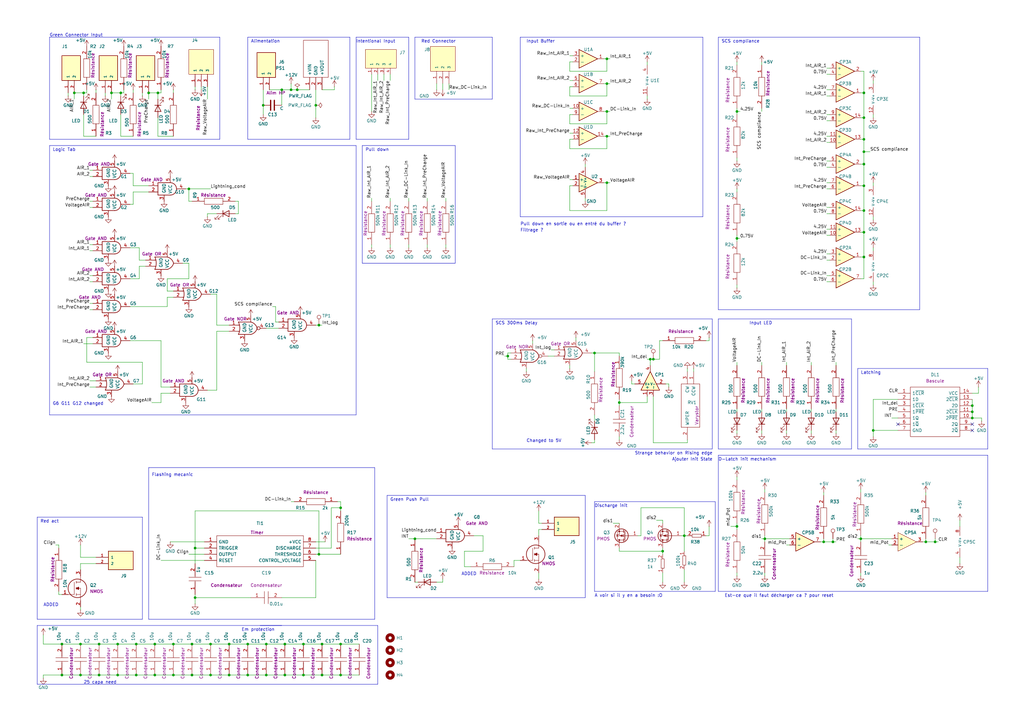
<source format=kicad_sch>
(kicad_sch (version 20231120) (generator "eeschema") (generator_version "8.0")
  (paper "A3")
  (title_block (title "TSAL") (date "2024-02-05") (rev "V2.0") (company "Eymeric Chauchat"))
  (junction (at 48.26 276.86))
  (junction (at 86.36 276.86))
  (junction (at 109.22 276.86))
  (junction (at 86.36 264.16))
  (junction (at 78.74 276.86))
  (junction (at 139.7 276.86))
  (junction (at 40.64 264.16))
  (junction (at 358.14 176.53))
  (junction (at 398.78 171.45))
  (junction (at 115.57 36.83))
  (junction (at 55.88 276.86))
  (junction (at 77.47 77.47))
  (junction (at 170.18 220.98))
  (junction (at 243.84 144.78))
  (junction (at 302.26 97.79))
  (junction (at 354.33 57.15))
  (junction (at 124.46 264.16))
  (junction (at 45.72 38.1))
  (junction (at 130.81 227.33))
  (junction (at 248.92 24.13))
  (junction (at 30.48 38.1))
  (junction (at 132.08 276.86))
  (junction (at 379.73 222.25))
  (junction (at 248.92 55.88))
  (junction (at 71.12 276.86))
  (junction (at 398.78 168.91))
  (junction (at 119.38 36.83))
  (junction (at 266.7 147.32))
  (junction (at 33.02 264.16))
  (junction (at 64.77 38.1))
  (junction (at 354.33 95.25))
  (junction (at 25.4 264.16))
  (junction (at 101.6 264.16))
  (junction (at 107.95 43.18))
  (junction (at 109.22 264.16))
  (junction (at 248.92 34.29))
  (junction (at 354.33 67.31))
  (junction (at 208.28 146.05))
  (junction (at 313.69 220.98))
  (junction (at 55.88 264.16))
  (junction (at 25.4 276.86))
  (junction (at 129.54 43.18))
  (junction (at 341.63 222.25))
  (junction (at 49.53 38.1))
  (junction (at 121.92 36.83))
  (junction (at 354.33 48.26))
  (junction (at 267.97 147.32))
  (junction (at 40.64 276.86))
  (junction (at 101.6 276.86))
  (junction (at 353.06 220.98))
  (junction (at 80.01 224.79))
  (junction (at 139.7 264.16))
  (junction (at 132.08 264.16))
  (junction (at 337.82 222.25))
  (junction (at 354.33 76.2))
  (junction (at 354.33 86.36))
  (junction (at 63.5 276.86))
  (junction (at 248.92 74.93))
  (junction (at 354.33 62.23))
  (junction (at 33.02 276.86))
  (junction (at 139.7 208.28))
  (junction (at 271.78 226.06))
  (junction (at 124.46 276.86))
  (junction (at 354.33 38.1))
  (junction (at 130.81 133.35))
  (junction (at 354.33 105.41))
  (junction (at 78.74 264.16))
  (junction (at 398.78 166.37))
  (junction (at 116.84 276.86))
  (junction (at 254 165.1))
  (junction (at 116.84 264.16))
  (junction (at 71.12 264.16))
  (junction (at 302.26 215.9))
  (junction (at 280.67 219.71))
  (junction (at 63.5 264.16))
  (junction (at 60.96 38.1))
  (junction (at 383.54 222.25))
  (junction (at 93.98 276.86))
  (junction (at 48.26 264.16))
  (junction (at 302.26 45.72))
  (junction (at 93.98 264.16))
  (junction (at 80.01 245.11))
  (junction (at 34.29 38.1))
  (junction (at 248.92 45.72))
  (no_connect (at 398.78 173.99))
  (no_connect (at 398.78 176.53))
  (no_connect (at 368.3 173.99))
  (wire (pts (xy 53.34 83.82) (xy 54.61 83.82)))
  (wire (pts (xy 354.33 114.3) (xy 354.33 105.41)))
  (wire (pts (xy 86.36 276.86) (xy 93.98 276.86)))
  (wire (pts (xy 160.02 81.28) (xy 160.02 82.55)))
  (wire (pts (xy 80.01 209.55) (xy 80.01 224.79)))
  (wire (pts (xy 248.92 60.96) (xy 248.92 55.88)))
  (wire (pts (xy 270.51 139.7) (xy 271.78 139.7)))
  (wire (pts (xy 379.73 222.25) (xy 383.54 222.25)))
  (wire (pts (xy 233.68 60.96) (xy 248.92 60.96)))
  (wire (pts (xy 267.97 181.61) (xy 267.97 162.56)))
  (wire (pts (xy 80.01 243.84) (xy 80.01 245.11)))
  (wire (pts (xy 248.92 39.37) (xy 248.92 34.29)))
  (wire (pts (xy 53.34 125.73) (xy 68.58 125.73)))
  (wire (pts (xy 254 224.79) (xy 254 226.06)))
  (wire (pts (xy 57.15 114.3) (xy 57.15 109.22)))
  (wire (pts (xy 58.42 38.1) (xy 58.42 39.37)))
  (wire (pts (xy 85.09 35.56) (xy 85.09 40.64)))
  (wire (pts (xy 290.83 139.7) (xy 289.56 139.7)))
  (wire (pts (xy 210.82 232.41) (xy 210.82 229.87)))
  (wire (pts (xy 124.46 276.86) (xy 132.08 276.86)))
  (wire (pts (xy 339.09 49.53) (xy 340.36 49.53)))
  (wire (pts (xy 50.8 36.83) (xy 50.8 38.1)))
  (wire (pts (xy 78.74 276.86) (xy 86.36 276.86)))
  (wire (pts (xy 339.09 85.09) (xy 340.36 85.09)))
  (wire (pts (xy 254 165.1) (xy 254 166.37)))
  (wire (pts (xy 339.09 74.93) (xy 340.36 74.93)))
  (wire (pts (xy 82.55 35.56) (xy 82.55 36.83)))
  (wire (pts (xy 368.3 163.83) (xy 358.14 163.83)))
  (wire (pts (xy 76.2 77.47) (xy 77.47 77.47)))
  (wire (pts (xy 233.68 29.21) (xy 248.92 29.21)))
  (wire (pts (xy 34.29 38.1) (xy 35.56 38.1)))
  (wire (pts (xy 339.09 30.48) (xy 340.36 30.48)))
  (wire (pts (xy 248.92 29.21) (xy 248.92 24.13)))
  (wire (pts (xy 337.82 222.25) (xy 341.63 222.25)))
  (wire (pts (xy 220.98 234.95) (xy 220.98 237.49)))
  (wire (pts (xy 80.01 224.79) (xy 80.01 231.14)))
  (polyline (pts (xy 143.51 15.24) (xy 101.6 15.24)))
  (wire (pts (xy 342.9 167.64) (xy 342.9 168.91)))
  (wire (pts (xy 398.78 163.83) (xy 398.78 166.37)))
  (wire (pts (xy 93.98 135.89) (xy 88.9 135.89)))
  (wire (pts (xy 121.92 36.83) (xy 127 36.83)))
  (wire (pts (xy 233.68 22.86) (xy 234.95 22.86)))
  (polyline (pts (xy 148.59 59.69) (xy 186.69 59.69)))
  (wire (pts (xy 234.95 76.2) (xy 233.68 76.2)))
  (wire (pts (xy 302.26 97.79) (xy 302.26 99.06)))
  (wire (pts (xy 233.68 86.36) (xy 248.92 86.36)))
  (wire (pts (xy 364.49 223.52) (xy 365.76 223.52)))
  (wire (pts (xy 248.92 74.93) (xy 248.92 86.36)))
  (wire (pts (xy 54.61 157.48) (xy 58.42 157.48)))
  (wire (pts (xy 353.06 48.26) (xy 354.33 48.26)))
  (wire (pts (xy 401.32 158.75) (xy 401.32 161.29)))
  (wire (pts (xy 280.67 219.71) (xy 281.94 219.71)))
  (polyline (pts (xy 146.05 15.24) (xy 146.05 57.15)))
  (wire (pts (xy 339.09 104.14) (xy 340.36 104.14)))
  (polyline (pts (xy 101.6 57.15) (xy 143.51 57.15)))
  (wire (pts (xy 66.04 229.87) (xy 83.82 229.87)))
  (polyline (pts (xy 158.75 203.2) (xy 240.03 203.2)))
  (wire (pts (xy 383.54 220.98) (xy 383.54 222.25)))
  (wire (pts (xy 312.42 167.64) (xy 312.42 168.91)))
  (wire (pts (xy 68.58 119.38) (xy 71.12 119.38)))
  (polyline (pts (xy 170.18 15.24) (xy 170.18 40.64)))
  (wire (pts (xy 68.58 121.92) (xy 68.58 125.73)))
  (wire (pts (xy 129.54 222.25) (xy 133.35 222.25)))
  (wire (pts (xy 280.67 219.71) (xy 279.4 219.71)))
  (polyline (pts (xy 148.59 59.69) (xy 148.59 107.95)))
  (wire (pts (xy 77.47 107.95) (xy 77.47 114.3)))
  (wire (pts (xy 167.64 100.33) (xy 167.64 101.6)))
  (wire (pts (xy 323.85 220.98) (xy 313.69 220.98)))
  (wire (pts (xy 175.26 81.28) (xy 175.26 82.55)))
  (wire (pts (xy 290.83 139.7) (xy 290.83 138.43)))
  (wire (pts (xy 254 165.1) (xy 265.43 165.1)))
  (wire (pts (xy 281.94 181.61) (xy 281.94 180.34)))
  (wire (pts (xy 110.49 36.83) (xy 115.57 36.83)))
  (wire (pts (xy 66.04 158.75) (xy 69.85 158.75)))
  (wire (pts (xy 113.03 132.08) (xy 114.3 132.08)))
  (polyline (pts (xy 20.32 15.24) (xy 90.17 15.24)))
  (wire (pts (xy 339.09 46.99) (xy 340.36 46.99)))
  (wire (pts (xy 88.9 87.63) (xy 85.09 87.63)))
  (polyline (pts (xy 201.93 130.81) (xy 292.1 130.81)))
  (wire (pts (xy 339.09 68.58) (xy 340.36 68.58)))
  (polyline (pts (xy 240.03 203.2) (xy 240.03 245.11)))
  (wire (pts (xy 132.08 36.83) (xy 137.16 36.83)))
  (wire (pts (xy 190.5 232.41) (xy 193.04 232.41)))
  (wire (pts (xy 57.15 106.68) (xy 59.69 106.68)))
  (wire (pts (xy 63.5 276.86) (xy 71.12 276.86)))
  (wire (pts (xy 33.02 264.16) (xy 40.64 264.16)))
  (wire (pts (xy 354.33 76.2) (xy 354.33 86.36)))
  (wire (pts (xy 365.76 220.98) (xy 353.06 220.98)))
  (wire (pts (xy 332.74 176.53) (xy 332.74 177.8)))
  (wire (pts (xy 339.09 58.42) (xy 340.36 58.42)))
  (wire (pts (xy 312.42 25.4) (xy 312.42 26.67)))
  (wire (pts (xy 93.98 133.35) (xy 88.9 133.35)))
  (polyline (pts (xy 201.93 15.24) (xy 201.93 40.64)))
  (wire (pts (xy 337.82 220.98) (xy 337.82 222.25)))
  (wire (pts (xy 167.64 81.28) (xy 167.64 82.55)))
  (wire (pts (xy 354.33 86.36) (xy 354.33 95.25)))
  (polyline (pts (xy 351.79 151.13) (xy 351.79 184.15)))
  (wire (pts (xy 271.78 226.06) (xy 271.78 227.33)))
  (polyline (pts (xy 20.32 57.15) (xy 20.32 15.24)))
  (wire (pts (xy 27.94 38.1) (xy 27.94 39.37)))
  (wire (pts (xy 124.46 264.16) (xy 132.08 264.16)))
  (wire (pts (xy 69.85 222.25) (xy 83.82 222.25)))
  (wire (pts (xy 358.14 46.99) (xy 358.14 48.26)))
  (wire (pts (xy 224.79 146.05) (xy 227.33 146.05)))
  (wire (pts (xy 54.61 55.88) (xy 49.53 55.88)))
  (wire (pts (xy 120.65 205.74) (xy 119.38 205.74)))
  (wire (pts (xy 208.28 147.32) (xy 208.28 146.05)))
  (wire (pts (xy 398.78 168.91) (xy 398.78 171.45)))
  (wire (pts (xy 271.78 234.95) (xy 271.78 238.76)))
  (wire (pts (xy 281.94 152.4) (xy 281.94 151.13)))
  (wire (pts (xy 93.98 264.16) (xy 101.6 264.16)))
  (wire (pts (xy 129.54 227.33) (xy 130.81 227.33)))
  (wire (pts (xy 354.33 105.41) (xy 354.33 95.25)))
  (polyline (pts (xy 377.19 15.24) (xy 377.19 127)))
  (wire (pts (xy 248.92 34.29) (xy 250.19 34.29)))
  (wire (pts (xy 353.06 95.25) (xy 354.33 95.25)))
  (wire (pts (xy 115.57 36.83) (xy 119.38 36.83)))
  (wire (pts (xy 33.02 248.92) (xy 33.02 250.19)))
  (wire (pts (xy 45.72 38.1) (xy 49.53 38.1)))
  (wire (pts (xy 113.03 125.73) (xy 113.03 132.08)))
  (wire (pts (xy 353.06 86.36) (xy 354.33 86.36)))
  (wire (pts (xy 34.29 140.97) (xy 38.1 140.97)))
  (wire (pts (xy 312.42 176.53) (xy 312.42 177.8)))
  (wire (pts (xy 266.7 149.86) (xy 266.7 147.32)))
  (wire (pts (xy 109.22 264.16) (xy 116.84 264.16)))
  (wire (pts (xy 259.08 156.21) (xy 259.08 157.48)))
  (wire (pts (xy 116.84 264.16) (xy 124.46 264.16)))
  (wire (pts (xy 154.94 33.02) (xy 154.94 30.48)))
  (wire (pts (xy 77.47 114.3) (xy 68.58 114.3)))
  (wire (pts (xy 233.68 46.99) (xy 233.68 50.8)))
  (polyline (pts (xy 213.36 88.9) (xy 288.29 88.9)))
  (polyline (pts (xy 143.51 57.15) (xy 143.51 15.24)))
  (wire (pts (xy 313.69 219.71) (xy 313.69 220.98)))
  (polyline (pts (xy 170.18 15.24) (xy 201.93 15.24)))
  (wire (pts (xy 119.38 34.29) (xy 119.38 36.83)))
  (wire (pts (xy 34.29 46.99) (xy 34.29 55.88)))
  (polyline (pts (xy 288.29 15.24) (xy 213.36 15.24)))
  (wire (pts (xy 402.59 172.72) (xy 402.59 171.45)))
  (wire (pts (xy 129.54 36.83) (xy 129.54 43.18)))
  (wire (pts (xy 354.33 62.23) (xy 356.87 62.23)))
  (wire (pts (xy 80.01 224.79) (xy 83.82 224.79)))
  (wire (pts (xy 71.12 264.16) (xy 78.74 264.16)))
  (wire (pts (xy 36.83 124.46) (xy 38.1 124.46)))
  (wire (pts (xy 354.33 57.15) (xy 354.33 62.23)))
  (wire (pts (xy 107.95 43.18) (xy 107.95 46.99)))
  (wire (pts (xy 85.09 87.63) (xy 85.09 88.9)))
  (wire (pts (xy 302.26 64.77) (xy 302.26 66.04)))
  (wire (pts (xy 209.55 147.32) (xy 208.28 147.32)))
  (wire (pts (xy 358.14 74.93) (xy 358.14 76.2)))
  (wire (pts (xy 313.69 200.66) (xy 313.69 201.93)))
  (wire (pts (xy 208.28 146.05) (xy 208.28 144.78)))
  (wire (pts (xy 30.48 38.1) (xy 30.48 40.64)))
  (wire (pts (xy 248.92 24.13) (xy 250.19 24.13)))
  (wire (pts (xy 97.79 87.63) (xy 96.52 87.63)))
  (wire (pts (xy 182.88 100.33) (xy 182.88 101.6)))
  (wire (pts (xy 71.12 36.83) (xy 71.12 38.1)))
  (wire (pts (xy 57.15 109.22) (xy 59.69 109.22)))
  (wire (pts (xy 215.9 151.13) (xy 215.9 152.4)))
  (wire (pts (xy 181.61 237.49) (xy 181.61 238.76)))
  (wire (pts (xy 353.06 105.41) (xy 354.33 105.41)))
  (wire (pts (xy 240.03 81.28) (xy 240.03 82.55)))
  (wire (pts (xy 160.02 33.02) (xy 160.02 30.48)))
  (wire (pts (xy 64.77 55.88) (xy 64.77 48.26)))
  (wire (pts (xy 36.83 115.57) (xy 38.1 115.57)))
  (wire (pts (xy 358.14 33.02) (xy 358.14 34.29)))
  (polyline (pts (xy 293.37 242.57) (xy 293.37 205.74)))
  (wire (pts (xy 101.6 264.16) (xy 109.22 264.16)))
  (wire (pts (xy 130.81 227.33) (xy 139.7 227.33)))
  (wire (pts (xy 33.02 231.14) (xy 39.37 231.14)))
  (polyline (pts (xy 60.96 254) (xy 60.96 191.77)))
  (wire (pts (xy 40.64 264.16) (xy 48.26 264.16)))
  (wire (pts (xy 353.06 29.21) (xy 354.33 29.21)))
  (wire (pts (xy 132.08 276.86) (xy 139.7 276.86)))
  (wire (pts (xy 39.37 55.88) (xy 34.29 55.88)))
  (wire (pts (xy 220.98 209.55) (xy 220.98 214.63)))
  (polyline (pts (xy 294.64 15.24) (xy 377.19 15.24)))
  (wire (pts (xy 129.54 245.11) (xy 115.57 245.11)))
  (wire (pts (xy 358.14 101.6) (xy 358.14 102.87)))
  (wire (pts (xy 132.08 264.16) (xy 139.7 264.16)))
  (wire (pts (xy 302.26 25.4) (xy 302.26 26.67)))
  (polyline (pts (xy 15.24 256.54) (xy 115.57 256.54)))
  (wire (pts (xy 80.01 35.56) (xy 80.01 36.83)))
  (wire (pts (xy 170.18 238.76) (xy 171.45 238.76)))
  (wire (pts (xy 119.38 36.83) (xy 121.92 36.83)))
  (polyline (pts (xy 154.94 280.67) (xy 15.24 280.67)))
  (wire (pts (xy 233.68 50.8) (xy 248.92 50.8)))
  (wire (pts (xy 233.68 25.4) (xy 233.68 29.21)))
  (wire (pts (xy 93.98 276.86) (xy 101.6 276.86)))
  (polyline (pts (xy 146.05 170.18) (xy 20.32 170.18)))
  (polyline (pts (xy 153.67 254) (xy 60.96 254)))
  (wire (pts (xy 55.88 276.86) (xy 48.26 276.86)))
  (polyline (pts (xy 15.24 256.54) (xy 15.24 280.67)))
  (wire (pts (xy 339.09 55.88) (xy 340.36 55.88)))
  (wire (pts (xy 66.04 165.1) (xy 62.23 165.1)))
  (wire (pts (xy 101.6 276.86) (xy 109.22 276.86)))
  (wire (pts (xy 243.84 180.34) (xy 243.84 181.61)))
  (wire (pts (xy 290.83 215.9) (xy 290.83 219.71)))
  (wire (pts (xy 302.26 45.72) (xy 303.53 45.72)))
  (wire (pts (xy 33.02 231.14) (xy 33.02 233.68)))
  (polyline (pts (xy 101.6 15.24) (xy 101.6 57.15)))
  (wire (pts (xy 302.26 195.58) (xy 302.26 196.85)))
  (wire (pts (xy 339.09 36.83) (xy 340.36 36.83)))
  (wire (pts (xy 96.52 82.55) (xy 97.79 82.55)))
  (wire (pts (xy 251.46 214.63) (xy 254 214.63)))
  (polyline (pts (xy 58.42 212.09) (xy 58.42 254)))
  (polyline (pts (xy 153.67 191.77) (xy 153.67 254)))
  (wire (pts (xy 302.26 77.47) (xy 302.26 78.74)))
  (wire (pts (xy 270.51 139.7) (xy 270.51 147.32)))
  (wire (pts (xy 124.46 276.86) (xy 116.84 276.86)))
  (wire (pts (xy 53.34 101.6) (xy 57.15 101.6)))
  (wire (pts (xy 35.56 138.43) (xy 38.1 138.43)))
  (wire (pts (xy 248.92 24.13) (xy 247.65 24.13)))
  (wire (pts (xy 247.65 74.93) (xy 248.92 74.93)))
  (wire (pts (xy 302.26 214.63) (xy 302.26 215.9)))
  (wire (pts (xy 332.74 167.64) (xy 332.74 168.91)))
  (wire (pts (xy 60.96 38.1) (xy 64.77 38.1)))
  (wire (pts (xy 341.63 220.98) (xy 341.63 222.25)))
  (polyline (pts (xy 288.29 15.24) (xy 288.29 88.9)))
  (polyline (pts (xy 146.05 57.15) (xy 167.64 57.15)))
  (wire (pts (xy 208.28 144.78) (xy 209.55 144.78)))
  (wire (pts (xy 383.54 222.25) (xy 384.81 222.25)))
  (polyline (pts (xy 405.13 151.13) (xy 405.13 184.15)))
  (wire (pts (xy 265.43 25.4) (xy 265.43 26.67)))
  (wire (pts (xy 265.43 39.37) (xy 265.43 40.64)))
  (wire (pts (xy 77.47 77.47) (xy 77.47 82.55)))
  (polyline (pts (xy 294.64 130.81) (xy 294.64 184.15)))
  (wire (pts (xy 312.42 148.59) (xy 312.42 149.86)))
  (wire (pts (xy 86.36 264.16) (xy 93.98 264.16)))
  (wire (pts (xy 36.83 158.75) (xy 39.37 158.75)))
  (wire (pts (xy 60.96 38.1) (xy 60.96 40.64)))
  (wire (pts (xy 139.7 205.74) (xy 139.7 208.28)))
  (wire (pts (xy 34.29 38.1) (xy 34.29 39.37)))
  (polyline (pts (xy 294.64 184.15) (xy 349.25 184.15)))
  (polyline (pts (xy 294.64 186.69) (xy 405.13 186.69)))
  (polyline (pts (xy 351.79 151.13) (xy 405.13 151.13)))
  (wire (pts (xy 222.25 214.63) (xy 220.98 214.63)))
  (wire (pts (xy 339.09 27.94) (xy 340.36 27.94)))
  (wire (pts (xy 280.67 219.71) (xy 280.67 226.06)))
  (wire (pts (xy 322.58 148.59) (xy 322.58 149.86)))
  (wire (pts (xy 271.78 224.79) (xy 271.78 226.06)))
  (polyline (pts (xy 243.84 205.74) (xy 243.84 242.57)))
  (wire (pts (xy 267.97 147.32) (xy 270.51 147.32)))
  (wire (pts (xy 39.37 228.6) (xy 33.02 228.6)))
  (wire (pts (xy 322.58 176.53) (xy 322.58 177.8)))
  (wire (pts (xy 398.78 161.29) (xy 401.32 161.29)))
  (wire (pts (xy 353.06 67.31) (xy 354.33 67.31)))
  (wire (pts (xy 353.06 200.66) (xy 353.06 201.93)))
  (wire (pts (xy 198.12 226.06) (xy 190.5 226.06)))
  (wire (pts (xy 181.61 34.29) (xy 181.61 36.83)))
  (wire (pts (xy 339.09 96.52) (xy 340.36 96.52)))
  (wire (pts (xy 129.54 229.87) (xy 129.54 245.11)))
  (wire (pts (xy 262.89 219.71) (xy 262.89 208.28)))
  (wire (pts (xy 248.92 34.29) (xy 247.65 34.29)))
  (polyline (pts (xy 293.37 205.74) (xy 243.84 205.74)))
  (polyline (pts (xy 405.13 242.57) (xy 294.64 242.57)))
  (wire (pts (xy 248.92 45.72) (xy 250.19 45.72)))
  (wire (pts (xy 35.56 36.83) (xy 35.56 38.1)))
  (wire (pts (xy 234.95 35.56) (xy 233.68 35.56)))
  (wire (pts (xy 265.43 165.1) (xy 265.43 162.56)))
  (wire (pts (xy 342.9 148.59) (xy 342.9 149.86)))
  (wire (pts (xy 273.05 157.48) (xy 274.32 157.48)))
  (polyline (pts (xy 158.75 203.2) (xy 158.75 245.11)))
  (wire (pts (xy 259.08 157.48) (xy 260.35 157.48)))
  (wire (pts (xy 24.13 223.52) (xy 24.13 224.79)))
  (wire (pts (xy 313.69 234.95) (xy 313.69 236.22)))
  (wire (pts (xy 77.47 77.47) (xy 86.36 77.47)))
  (wire (pts (xy 322.58 223.52) (xy 323.85 223.52)))
  (wire (pts (xy 160.02 100.33) (xy 160.02 101.6)))
  (wire (pts (xy 182.88 81.28) (xy 182.88 82.55)))
  (wire (pts (xy 339.09 115.57) (xy 340.36 115.57)))
  (wire (pts (xy 36.83 82.55) (xy 38.1 82.55)))
  (wire (pts (xy 48.26 276.86) (xy 40.64 276.86)))
  (polyline (pts (xy 201.93 130.81) (xy 201.93 184.15)))
  (wire (pts (xy 398.78 171.45) (xy 402.59 171.45)))
  (wire (pts (xy 88.9 135.89) (xy 88.9 160.02)))
  (polyline (pts (xy 377.19 127) (xy 294.64 127)))
  (wire (pts (xy 36.83 100.33) (xy 38.1 100.33)))
  (wire (pts (xy 57.15 101.6) (xy 57.15 106.68)))
  (wire (pts (xy 115.57 36.83) (xy 115.57 43.18)))
  (wire (pts (xy 313.69 220.98) (xy 313.69 222.25)))
  (polyline (pts (xy 294.64 242.57) (xy 294.64 186.69)))
  (wire (pts (xy 43.18 38.1) (xy 43.18 39.37)))
  (wire (pts (xy 175.26 100.33) (xy 175.26 101.6)))
  (wire (pts (xy 254 179.07) (xy 254 180.34)))
  (wire (pts (xy 139.7 205.74) (xy 138.43 205.74)))
  (wire (pts (xy 302.26 176.53) (xy 302.26 177.8)))
  (polyline (pts (xy 60.96 191.77) (xy 153.67 191.77)))
  (wire (pts (xy 269.24 213.36) (xy 271.78 213.36)))
  (polyline (pts (xy 201.93 184.15) (xy 292.1 184.15)))
  (wire (pts (xy 152.4 81.28) (xy 152.4 82.55)))
  (polyline (pts (xy 294.64 15.24) (xy 294.64 127)))
  (wire (pts (xy 271.78 213.36) (xy 271.78 214.63)))
  (wire (pts (xy 135.89 208.28) (xy 135.89 224.79)))
  (wire (pts (xy 358.14 115.57) (xy 358.14 116.84)))
  (wire (pts (xy 49.53 38.1) (xy 49.53 39.37)))
  (wire (pts (xy 152.4 100.33) (xy 152.4 101.6)))
  (wire (pts (xy 17.78 260.35) (xy 17.78 264.16)))
  (wire (pts (xy 54.61 36.83) (xy 54.61 38.1)))
  (wire (pts (xy 393.7 213.36) (xy 393.7 215.9)))
  (wire (pts (xy 353.06 76.2) (xy 354.33 76.2)))
  (wire (pts (xy 130.81 133.35) (xy 132.08 133.35)))
  (wire (pts (xy 312.42 44.45) (xy 312.42 45.72)))
  (wire (pts (xy 109.22 134.62) (xy 114.3 134.62)))
  (wire (pts (xy 54.61 71.12) (xy 54.61 76.2)))
  (wire (pts (xy 179.07 34.29) (xy 179.07 36.83)))
  (wire (pts (xy 25.4 264.16) (xy 33.02 264.16)))
  (wire (pts (xy 302.26 97.79) (xy 303.53 97.79)))
  (wire (pts (xy 36.83 156.21) (xy 39.37 156.21)))
  (wire (pts (xy 254 163.83) (xy 254 165.1)))
  (wire (pts (xy 78.74 264.16) (xy 86.36 264.16)))
  (polyline (pts (xy 240.03 245.11) (xy 158.75 245.11)))
  (polyline (pts (xy 90.17 15.24) (xy 90.17 57.15)))
  (wire (pts (xy 233.68 39.37) (xy 248.92 39.37)))
  (wire (pts (xy 130.81 227.33) (xy 130.81 209.55)))
  (wire (pts (xy 129.54 224.79) (xy 135.89 224.79)))
  (wire (pts (xy 233.68 149.86) (xy 233.68 151.13)))
  (wire (pts (xy 234.95 25.4) (xy 233.68 25.4)))
  (wire (pts (xy 198.12 219.71) (xy 198.12 226.06)))
  (wire (pts (xy 339.09 113.03) (xy 340.36 113.03)))
  (wire (pts (xy 289.56 219.71) (xy 290.83 219.71)))
  (wire (pts (xy 71.12 121.92) (xy 68.58 121.92)))
  (wire (pts (xy 322.58 167.64) (xy 322.58 168.91)))
  (wire (pts (xy 233.68 76.2) (xy 233.68 86.36)))
  (wire (pts (xy 339.09 93.98) (xy 340.36 93.98)))
  (polyline (pts (xy 405.13 186.69) (xy 405.13 242.57)))
  (wire (pts (xy 248.92 55.88) (xy 247.65 55.88)))
  (wire (pts (xy 88.9 120.65) (xy 86.36 120.65)))
  (wire (pts (xy 184.15 34.29) (xy 184.15 36.83)))
  (wire (pts (xy 74.93 107.95) (xy 77.47 107.95)))
  (wire (pts (xy 365.76 171.45) (xy 368.3 171.45)))
  (polyline (pts (xy 201.93 40.64) (xy 170.18 40.64)))
  (wire (pts (xy 49.53 55.88) (xy 49.53 46.99)))
  (wire (pts (xy 25.4 276.86) (xy 33.02 276.86)))
  (wire (pts (xy 129.54 43.18) (xy 129.54 48.26)))
  (wire (pts (xy 284.48 151.13) (xy 284.48 152.4)))
  (wire (pts (xy 66.04 36.83) (xy 66.04 38.1)))
  (wire (pts (xy 280.67 233.68) (xy 280.67 238.76)))
  (wire (pts (xy 30.48 38.1) (xy 34.29 38.1)))
  (wire (pts (xy 54.61 78.74) (xy 60.96 78.74)))
  (wire (pts (xy 339.09 106.68) (xy 340.36 106.68)))
  (wire (pts (xy 248.92 55.88) (xy 250.19 55.88)))
  (wire (pts (xy 33.02 276.86) (xy 40.64 276.86)))
  (polyline (pts (xy 146.05 59.69) (xy 146.05 170.18)))
  (polyline (pts (xy 106.68 256.54) (xy 154.94 256.54)))
  (wire (pts (xy 80.01 245.11) (xy 80.01 247.65)))
  (wire (pts (xy 53.34 114.3) (xy 57.15 114.3)))
  (wire (pts (xy 353.06 57.15) (xy 354.33 57.15)))
  (wire (pts (xy 302.26 96.52) (xy 302.26 97.79)))
  (wire (pts (xy 152.4 30.48) (xy 152.4 45.72)))
  (wire (pts (xy 354.33 67.31) (xy 354.33 76.2)))
  (wire (pts (xy 111.76 125.73) (xy 113.03 125.73)))
  (wire (pts (xy 109.22 276.86) (xy 116.84 276.86)))
  (wire (pts (xy 358.14 163.83) (xy 358.14 176.53)))
  (wire (pts (xy 353.06 220.98) (xy 353.06 222.25)))
  (wire (pts (xy 339.09 87.63) (xy 340.36 87.63)))
  (wire (pts (xy 77.47 227.33) (xy 83.82 227.33)))
  (wire (pts (xy 351.79 220.98) (xy 353.06 220.98)))
  (wire (pts (xy 233.68 57.15) (xy 233.68 60.96)))
  (wire (pts (xy 265.43 147.32) (xy 266.7 147.32)))
  (wire (pts (xy 353.06 234.95) (xy 353.06 236.22)))
  (wire (pts (xy 236.22 138.43) (xy 236.22 139.7)))
  (wire (pts (xy 36.83 127) (xy 38.1 127)))
  (wire (pts (xy 254 144.78) (xy 254 146.05)))
  (wire (pts (xy 262.89 208.28) (xy 280.67 208.28)))
  (wire (pts (xy 243.84 152.4) (xy 243.84 144.78)))
  (wire (pts (xy 170.18 220.98) (xy 179.07 220.98)))
  (wire (pts (xy 248.92 74.93) (xy 250.19 74.93)))
  (wire (pts (xy 190.5 226.06) (xy 190.5 232.41)))
  (wire (pts (xy 233.68 73.66) (xy 234.95 73.66)))
  (wire (pts (xy 243.84 144.78) (xy 254 144.78)))
  (wire (pts (xy 167.64 220.98) (xy 170.18 220.98)))
  (wire (pts (xy 179.07 238.76) (xy 181.61 238.76)))
  (wire (pts (xy 137.16 35.56) (xy 137.16 36.83)))
  (wire (pts (xy 77.47 82.55) (xy 78.74 82.55)))
  (wire (pts (xy 39.37 36.83) (xy 39.37 38.1)))
  (wire (pts (xy 358.14 176.53) (xy 358.14 179.07)))
  (wire (pts (xy 64.77 38.1) (xy 64.77 40.64)))
  (wire (pts (xy 64.77 38.1) (xy 66.04 38.1)))
  (wire (pts (xy 58.42 148.59) (xy 35.56 148.59)))
  (wire (pts (xy 22.86 223.52) (xy 24.13 223.52)))
  (wire (pts (xy 281.94 181.61) (xy 267.97 181.61)))
  (wire (pts (xy 302.26 116.84) (xy 302.26 118.11)))
  (wire (pts (xy 243.84 172.72) (xy 243.84 170.18)))
  (wire (pts (xy 262.89 219.71) (xy 261.62 219.71)))
  (wire (pts (xy 36.83 85.09) (xy 38.1 85.09)))
  (wire (pts (xy 220.98 217.17) (xy 222.25 217.17)))
  (polyline (pts (xy 20.32 59.69) (xy 146.05 59.69)))
  (wire (pts (xy 157.48 33.02) (xy 157.48 30.48)))
  (wire (pts (xy 302.26 45.72) (xy 302.26 46.99)))
  (wire (pts (xy 17.78 276.86) (xy 25.4 276.86)))
  (wire (pts (xy 139.7 208.28) (xy 135.89 208.28)))
  (wire (pts (xy 66.04 139.7) (xy 66.04 158.75)))
  (wire (pts (xy 24.13 243.84) (xy 25.4 243.84)))
  (polyline (pts (xy 294.64 130.81) (xy 349.25 130.81)))
  (wire (pts (xy 63.5 264.16) (xy 71.12 264.16)))
  (wire (pts (xy 107.95 36.83) (xy 107.95 43.18)))
  (wire (pts (xy 302.26 215.9) (xy 299.72 215.9)))
  (wire (pts (xy 353.06 38.1) (xy 354.33 38.1)))
  (wire (pts (xy 36.83 69.85) (xy 38.1 69.85)))
  (wire (pts (xy 139.7 276.86) (xy 147.32 276.86)))
  (wire (pts (xy 36.83 113.03) (xy 38.1 113.03)))
  (wire (pts (xy 302.26 215.9) (xy 302.26 217.17)))
  (wire (pts (xy 35.56 138.43) (xy 35.56 148.59)))
  (wire (pts (xy 33.02 223.52) (xy 33.02 228.6)))
  (polyline (pts (xy 243.84 242.57) (xy 293.37 242.57)))
  (wire (pts (xy 341.63 222.25) (xy 342.9 222.25)))
  (wire (pts (xy 358.14 88.9) (xy 358.14 90.17)))
  (wire (pts (xy 233.68 57.15) (xy 234.95 57.15)))
  (polyline (pts (xy 154.94 256.54) (xy 154.94 280.67)))
  (wire (pts (xy 398.78 166.37) (xy 398.78 168.91)))
  (wire (pts (xy 393.7 231.14) (xy 393.7 228.6)))
  (wire (pts (xy 139.7 208.28) (xy 139.7 209.55)))
  (wire (pts (xy 58.42 157.48) (xy 58.42 148.59)))
  (wire (pts (xy 339.09 77.47) (xy 340.36 77.47)))
  (wire (pts (xy 254 226.06) (xy 271.78 226.06)))
  (wire (pts (xy 266.7 147.32) (xy 267.97 147.32)))
  (wire (pts (xy 55.88 264.16) (xy 63.5 264.16)))
  (wire (pts (xy 63.5 276.86) (xy 55.88 276.86)))
  (wire (pts (xy 354.33 62.23) (xy 354.33 67.31)))
  (wire (pts (xy 88.9 120.65) (xy 88.9 133.35)))
  (wire (pts (xy 233.68 35.56) (xy 233.68 39.37)))
  (wire (pts (xy 88.9 160.02) (xy 85.09 160.02)))
  (wire (pts (xy 354.33 29.21) (xy 354.33 38.1)))
  (wire (pts (xy 332.74 148.59) (xy 332.74 149.86)))
  (wire (pts (xy 71.12 276.86) (xy 78.74 276.86)))
  (wire (pts (xy 54.61 76.2) (xy 60.96 76.2)))
  (wire (pts (xy 80.01 245.11) (xy 102.87 245.11)))
  (wire (pts (xy 71.12 55.88) (xy 64.77 55.88)))
  (wire (pts (xy 49.53 38.1) (xy 50.8 38.1)))
  (wire (pts (xy 379.73 220.98) (xy 379.73 222.25)))
  (wire (pts (xy 379.73 201.93) (xy 379.73 203.2)))
  (polyline (pts (xy 213.36 15.24) (xy 213.36 88.9)))
  (polyline (pts (xy 58.42 254) (xy 15.24 254)))
  (wire (pts (xy 66.04 161.29) (xy 66.04 165.1)))
  (wire (pts (xy 242.57 144.78) (xy 243.84 144.78)))
  (polyline (pts (xy 349.25 184.15) (xy 349.25 130.81)))
  (wire (pts (xy 129.54 133.35) (xy 130.81 133.35)))
  (wire (pts (xy 220.98 217.17) (xy 220.98 219.71)))
  (polyline (pts (xy 15.24 212.09) (xy 58.42 212.09)))
  (polyline (pts (xy 146.05 15.24) (xy 167.64 15.24)))
  (wire (pts (xy 302.26 148.59) (xy 302.26 149.86)))
  (wire (pts (xy 243.84 181.61) (xy 242.57 181.61)))
  (polyline (pts (xy 15.24 254) (xy 15.24 212.09)))
  (wire (pts (xy 139.7 264.16) (xy 147.32 264.16)))
  (wire (pts (xy 53.34 71.12) (xy 54.61 71.12)))
  (wire (pts (xy 36.83 102.87) (xy 38.1 102.87)))
  (wire (pts (xy 312.42 220.98) (xy 313.69 220.98)))
  (wire (pts (xy 17.78 276.86) (xy 17.78 278.13)))
  (wire (pts (xy 80.01 209.55) (xy 130.81 209.55)))
  (polyline (pts (xy 292.1 184.15) (xy 292.1 130.81)))
  (polyline (pts (xy 186.69 59.69) (xy 186.69 107.95)))
  (wire (pts (xy 248.92 45.72) (xy 247.65 45.72)))
  (polyline (pts (xy 20.32 59.69) (xy 20.32 170.18)))
  (wire (pts (xy 226.06 143.51) (xy 227.33 143.51)))
  (wire (pts (xy 339.09 66.04) (xy 340.36 66.04)))
  (wire (pts (xy 233.68 54.61) (xy 234.95 54.61)))
  (polyline (pts (xy 405.13 184.15) (xy 351.79 184.15)))
  (wire (pts (xy 53.34 139.7) (xy 66.04 139.7)))
  (wire (pts (xy 207.01 146.05) (xy 208.28 146.05)))
  (wire (pts (xy 234.95 46.99) (xy 233.68 46.99)))
  (wire (pts (xy 210.82 229.87) (xy 213.36 229.87)))
  (wire (pts (xy 353.06 219.71) (xy 353.06 220.98)))
  (wire (pts (xy 17.78 264.16) (xy 25.4 264.16)))
  (wire (pts (xy 302.26 234.95) (xy 302.26 236.22)))
  (wire (pts (xy 336.55 222.25) (xy 337.82 222.25)))
  (wire (pts (xy 358.14 176.53) (xy 368.3 176.53)))
  (wire (pts (xy 354.33 48.26) (xy 354.33 57.15)))
  (wire (pts (xy 54.61 78.74) (xy 54.61 83.82)))
  (wire (pts (xy 97.79 82.55) (xy 97.79 87.63)))
  (wire (pts (xy 302.26 44.45) (xy 302.26 45.72)))
  (wire (pts (xy 353.06 114.3) (xy 354.33 114.3)))
  (wire (pts (xy 274.32 157.48) (xy 274.32 158.75)))
  (wire (pts (xy 69.85 161.29) (xy 66.04 161.29)))
  (polyline (pts (xy 186.69 107.95) (xy 148.59 107.95)))
  (wire (pts (xy 354.33 38.1) (xy 354.33 48.26)))
  (wire (pts (xy 24.13 243.84) (xy 24.13 242.57)))
  (wire (pts (xy 36.83 72.39) (xy 38.1 72.39)))
  (wire (pts (xy 339.09 39.37) (xy 340.36 39.37)))
  (wire (pts (xy 218.44 139.7) (xy 218.44 140.97)))
  (wire (pts (xy 337.82 201.93) (xy 337.82 203.2)))
  (wire (pts (xy 233.68 44.45) (xy 234.95 44.45)))
  (wire (pts (xy 45.72 38.1) (xy 45.72 40.64)))
  (polyline (pts (xy 167.64 57.15) (xy 167.64 15.24)))
  (polyline (pts (xy 90.17 57.15) (xy 20.32 57.15)))
  (wire (pts (xy 248.92 50.8) (xy 248.92 45.72)))
  (wire (pts (xy 240.03 67.31) (xy 240.03 68.58)))
  (wire (pts (xy 378.46 222.25) (xy 379.73 222.25)))
  (wire (pts (xy 280.67 208.28) (xy 280.67 219.71)))
  (wire (pts (xy 68.58 114.3) (xy 68.58 119.38)))
  (wire (pts (xy 233.68 33.02) (xy 234.95 33.02)))
  (wire (pts (xy 194.31 219.71) (xy 198.12 219.71)))
  (wire (pts (xy 48.26 264.16) (xy 55.88 264.16)))
  (wire (pts (xy 342.9 176.53) (xy 342.9 177.8)))
  (wire (pts (xy 302.26 167.64) (xy 302.26 168.91)))
  (text "Green Push Pull\n" (at 160.02 205.74 0) (effects (font (size 1.27 1.27)) (justify left bottom)))
  (text "Red Connector\n" (at 172.72 17.78 0) (effects (font (size 1.27 1.27)) (justify left bottom)))
  (text "Filtrage ?" (at 213.36 95.25 0) (effects (font (size 1.27 1.27)) (justify left bottom)))
  (text "Flashing mecanic\n" (at 62.23 195.58 0) (effects (font (size 1.27 1.27)) (justify left bottom)))
  (text "ADDED" (at 17.78 248.92 0) (effects (font (size 1.27 1.27)) (justify left bottom)))
  (text "Strange behavior on Rising edge" (at 260.35 186.69 0) (effects (font (size 1.27 1.27)) (justify left bottom)))
  (text "Changed to 5V" (at 215.9 181.61 0) (effects (font (size 1.27 1.27)) (justify left bottom)))
  (text "Green Connector Input" (at 20.32 15.24 0) (effects (font (size 1.27 1.27)) (justify left bottom)))
  (text "Ajouter Init State" (at 275.59 189.23 0) (effects (font (size 1.27 1.27)) (justify left bottom)))
  (text "Pull down en sortie ou en entré du buffer ? " (at 257.81 92.71 0) (effects (font (size 1.27 1.27)) (justify right bottom)))
  (text "Est-ce que il faut décharger ca ? pour reset" (at 297.18 245.11 0) (effects (font (size 1.27 1.27)) (justify left bottom)))
  (text "ADDED" (at 189.23 236.22 0) (effects (font (size 1.27 1.27)) (justify left bottom)))
  (text "Em protection" (at 99.06 259.08 0) (effects (font (size 1.27 1.27)) (justify left bottom)))
  (text "Alimentation\n" (at 102.87 17.78 0) (effects (font (size 1.27 1.27)) (justify left bottom)))
  (text "A voir si il y en a besoin :O" (at 243.84 245.11 0) (effects (font (size 1.27 1.27)) (justify left bottom)))
  (text "SCS compliance" (at 295.91 17.78 0) (effects (font (size 1.27 1.27)) (justify left bottom)))
  (text "G6 G11 G12 changed" (at 21.59 166.37 0) (effects (font (size 1.27 1.27)) (justify left bottom)))
  (text "Red act" (at 16.51 214.63 0) (effects (font (size 1.27 1.27)) (justify left bottom)))
  (text "Discharge init" (at 243.84 208.28 0) (effects (font (size 1.27 1.27)) (justify left bottom)))
  (text "Pull down" (at 149.86 62.23 0) (effects (font (size 1.27 1.27)) (justify left bottom)))
  (text "25 capa need" (at 34.29 280.67 0) (effects (font (size 1.27 1.27)) (justify left bottom)))
  (text "Logic Tab" (at 21.59 62.23 0) (effects (font (size 1.27 1.27)) (justify left bottom)))
  (text "Latching" (at 353.06 153.67 0) (effects (font (size 1.27 1.27)) (justify left bottom)))
  (text "SCS 300ms Delay\n" (at 203.2 133.35 0) (effects (font (size 1.27 1.27)) (justify left bottom)))
  (text "D-Latch init mechanism" (at 294.64 189.23 0) (effects (font (size 1.27 1.27)) (justify left bottom)))
  (text "Input LED" (at 307.34 133.35 0) (effects (font (size 1.27 1.27)) (justify left bottom)))
  (text "Intentional Input" (at 146.05 17.78 0) (effects (font (size 1.27 1.27)) (justify left bottom)))
  (text "Input Buffer" (at 215.9 17.78 0) (effects (font (size 1.27 1.27)) (justify left bottom)))
  (label "0.75V" (at 339.09 115.57 180))
  (label "Raw_VoltageAIR" (at 233.68 73.66 180))
  (label "Int_AIR_2" (at 332.74 148.59 90))
  (label "Clign" (at 22.86 223.52 180))
  (label "4.25V" (at 303.53 45.72 0))
  (label "Int_log" (at 132.08 133.35 0))
  (label "Int_PreCharge" (at 36.83 158.75 180))
  (label "INT" (at 167.64 220.98 180))
  (label "VoltageAIR" (at 339.09 85.09 180))
  (label "SCS compliance" (at 111.76 125.73 180))
  (label "4.25V" (at 339.09 36.83 180))
  (label "PRE" (at 342.9 222.25 0))
  (label "AIR_2" (at 45.72 40.64 270))
  (label "PRE" (at 368.3 168.91 180))
  (label "INT" (at 365.76 171.45 180))
  (label "Int_PreCharge" (at 36.83 127 180))
  (label "Lightning_cond" (at 86.36 77.47 0))
  (label "VoltageAIR" (at 250.19 74.93 0))
  (label "dis2" (at 269.24 213.36 180))
  (label "mid_Pot" (at 299.72 215.9 90))
  (label "Int_AIR_2" (at 36.83 156.21 180))
  (label "4.25V" (at 339.09 74.93 180))
  (label "Int_AIR_2" (at 339.09 46.99 180))
  (label "SCS compliance" (at 356.87 62.23 0))
  (label "DC-Link_In" (at 66.04 229.87 90))
  (label "Raw_VoltageAIR" (at 182.88 81.28 90))
  (label "VoltageAIR" (at 339.09 96.52 180))
  (label "Int_PreCharge" (at 250.19 55.88 0))
  (label "4.25V" (at 339.09 55.88 180))
  (label "Raw_Int_AIR_2" (at 157.48 33.02 270))
  (label "DC-Link_In" (at 119.38 205.74 180))
  (label "Lightning_cond" (at 179.07 218.44 180))
  (label "DC-Link_In" (at 339.09 113.03 180))
  (label "Int_del" (at 368.3 166.37 180))
  (label "Int_del" (at 265.43 147.32 180))
  (label "Int_AIR_2" (at 339.09 58.42 180))
  (label "Int_PreCharge" (at 339.09 77.47 180))
  (label "CLR" (at 384.81 222.25 0))
  (label "Int_AIR_2" (at 250.19 34.29 0))
  (label "AIR_2" (at 36.83 72.39 180))
  (label "Int_AIR_1" (at 34.29 140.97 180))
  (label "dis2" (at 351.79 220.98 180))
  (label "Int_AIR_1" (at 339.09 27.94 180))
  (label "Raw_Int_PreCharge" (at 160.02 33.02 270))
  (label "Raw_DC-Link_In" (at 233.68 44.45 180))
  (label "4.25V" (at 339.09 93.98 180))
  (label "dis1" (at 251.46 214.63 180))
  (label "Raw_Int_AIR_2" (at 160.02 81.28 90))
  (label "AIR_1" (at 30.48 40.64 270))
  (label "Raw_Int_AIR_1" (at 233.68 22.86 180))
  (label "0.75V" (at 339.09 87.63 180))
  (label "Clign" (at 77.47 227.33 180))
  (label "Raw_Int_AIR_1" (at 154.94 33.02 270))
  (label "Int_AIR_1" (at 36.83 102.87 180))
  (label "Int_AIR_1" (at 250.19 24.13 0))
  (label "Raw_VoltageAIR" (at 85.09 40.64 270))
  (label "DC-Link_In" (at 312.42 148.59 90))
  (label "4.25V" (at 339.09 104.14 180))
  (label "Int_AIR_2" (at 36.83 115.57 180))
  (label "Raw_DC-Link_In" (at 184.15 36.83 0))
  (label "Int_AIR_1" (at 339.09 39.37 180))
  (label "VoltageAIR" (at 36.83 85.09 180))
  (label "PRE" (at 207.01 146.05 180))
  (label "Int_PreCharge" (at 339.09 66.04 180))
  (label "SCS compliance" (at 312.42 45.72 270))
  (label "AIR_2" (at 36.83 113.03 180))
  (label "DC-Link_In" (at 250.19 45.72 0))
  (label "VoltageAIR" (at 302.26 148.59 90))
  (label "Raw_DC-Link_In" (at 167.64 81.28 90))
  (label "Int_AIR_1" (at 322.58 148.59 90))
  (label "0.75V" (at 339.09 68.58 180))
  (label "PreCharge" (at 36.83 82.55 180))
  (label "PreCharge" (at 36.83 124.46 180))
  (label "0.75V" (at 339.09 30.48 180))
  (label "mid_Pot" (at 364.49 223.52 180))
  (label "mid_Pot" (at 322.58 223.52 180))
  (label "Raw_Int_PreCharge" (at 233.68 54.61 180))
  (label "Raw_Int_AIR_2" (at 233.68 33.02 180))
  (label "VoltageAIR" (at 62.23 165.1 180))
  (label "Int_PreCharge" (at 342.9 148.59 90))
  (label "Raw_Int_AIR_1" (at 152.4 81.28 90))
  (label "0.75V" (at 303.53 97.79 0))
  (label "PreCharge" (at 60.96 40.64 270))
  (label "dis1" (at 312.42 220.98 180))
  (label "AIR_1" (at 36.83 100.33 180))
  (label "AIR_1" (at 36.83 69.85 180))
  (label "DC-Link_In" (at 339.09 106.68 180))
  (label "0.75V" (at 339.09 49.53 180))
  (label "Int_log" (at 226.06 143.51 180))
  (label "Raw_Int_PreCharge" (at 175.26 81.28 90))
  (label "CLR" (at 368.3 161.29 180))
  (symbol (lib_id "power:+5V") (at 337.82 201.93 0) (unit 1)
    (property "Reference" "#PWR087" (effects (hide yes)))
    (property "Value" "+5V" (at 337.82 198.374 0))
    (property "Description" "Power symbol creates a global label with name \"+5V\"" (effects (hide yes)))
  )
  (symbol (lib_id "power:+5V") (at 68.58 102.87 0) (unit 1)
    (property "Reference" "#PWR030" (effects (hide yes)))
    (property "Value" "+5V" (at 71.12 104.14 0))
    (property "Description" "Power symbol creates a global label with name \"+5V\"" (effects (hide yes)))
  )
  (symbol (lib_id "power:+5V") (at 82.55 36.83 180) (unit 1)
    (property "Reference" "#PWR038" (effects (hide yes)))
    (property "Value" "+5V" (at 83.82 39.37 90) (effects (justify right)))
    (property "Description" "Power symbol creates a global label with name \"+5V\"" (effects (hide yes)))
  )
  (symbol (lib_id "Basic_SPICE:Comparator_Quad") (at 342.9 48.26 0) (unit 3)
    (property "Reference" "CP3" (at 346.71 44.45 0))
    (property "Value" "Comparator_Quad" (effects (hide yes)))
    (property "Footprint" "Package_SO:TSSOP-14_4.4x5mm_P0.65mm" (effects (hide yes)))
    (property "Datasheet" "https://www.ti.com/lit/gpn/tlv9064-q1" (effects (hide yes)))
    (property "Manufacturer_Name" "Texas Instruments" (effects (hide yes)))
    (property "Manufacturer_Part_Number" "LMV339IPWR" (effects (hide yes)))
    (property "Mouser Part Number" "595-LMV339IPWR" (effects (hide yes)))
    (property "Sim.Library" "${SP_BASIC}\\Comp_lm393lv.lib" (effects (hide yes)))
    (property "Sim.Name" "LM393LV_Quad" (effects (hide yes)))
    (property "Sim.Device" "SUBCKT" (effects (hide yes)))
    (property "Sim.Pins" "1=OUT2 2=OUT1 3=V+ 4=IN1- 5=IN1+ 6=IN2- 7=IN2+ 8=IN3- 9=IN3+ 10=IN4- 11=IN4+ 12=GND 13=OUT4 14=OUT3" (effects (hide yes)))
  )
  (symbol (lib_id "EPSA_lib:Opamp_Quad") (at 265.43 33.02 0) (unit 5)
    (property "Reference" "U1" (at 266.7 33.02 0) (effects (justify left)))
    (property "Value" "Opamp_Quad" (effects (hide yes)))
    (property "Footprint" "Package_SO:TSSOP-14_4.4x5mm_P0.65mm" (effects (hide yes)))
    (property "Datasheet" "https://www.ti.com/lit/gpn/tlv9064-q1" (effects (hide yes)))
    (property "Manufacturer_Name" "Texas Instruments" (effects (hide yes)))
    (property "Manufacturer_Part_Number" "TLV9064QPWRQ1 " (effects (hide yes)))
    (property "Mouser Part Number" "595-TLV9064QPWRQ1 " (effects (hide yes)))
  )
  (symbol (lib_id "EPSA_lib:Opamp_Quad") (at 237.49 45.72 0) (unit 3)
    (property "Reference" "U1" (at 241.3 41.91 0))
    (property "Value" "Opamp_Quad" (effects (hide yes)))
    (property "Footprint" "Package_SO:TSSOP-14_4.4x5mm_P0.65mm" (effects (hide yes)))
    (property "Datasheet" "https://www.ti.com/lit/gpn/tlv9064-q1" (effects (hide yes)))
    (property "Manufacturer_Name" "Texas Instruments" (effects (hide yes)))
    (property "Manufacturer_Part_Number" "TLV9064QPWRQ1 " (effects (hide yes)))
    (property "Mouser Part Number" "595-TLV9064QPWRQ1 " (effects (hide yes)))
  )
  (symbol (lib_id "EPSA_lib:Résistance RK73H2BLTDD2152F") (at 302.26 44.45 90) (unit 1)
    (property "Reference" "R21" (at 297.18 27.94 90) (effects (justify right)))
    (property "Value" "12k" (at 304.8 36.83 0) (effects (justify left)))
    (property "Footprint" "EPSA:RESC3216X70N" (effects (hide yes)))
    (property "Datasheet" "http://www.koaspeer.com/catimages/Products/RK73H/RK73H.pdf" (effects (hide yes)))
    (property "Description" "Thick Film Resistors - SMD" (effects (hide yes)))
    (property "Height" "0.7" (effects (hide yes)))
    (property "Manufacturer_Name" "KOA Speer" (effects (hide yes)))
    (property "Manufacturer_Part_Number" "RK73H2BLTDD2152F" (effects (hide yes)))
    (property "Mouser Part Number" "N/A" (effects (hide yes)))
    (property "Mouser Price/Stock" "https://www.mouser.co.uk/ProductDetail/KOA-Speer/RK73H2BLTDD2152F?qs=WeIALVmW3zmyxMFsjVzMRw%3D%3D" (effects (hide yes)))
    (property "Render Name" "Résistance" (at 298.45 31.75 0) (effects (justify right)))
    (property "Sim.Device" "R" (effects (hide yes)))
    (property "Sim.Params" "type=\"R\" model=\"10k\" lib=\"\"" (effects (hide yes)))
    (property "Sim.Pins" "1=+ 2=-" (effects (hide yes)))
  )
  (symbol (lib_id "power:GND") (at 179.07 36.83 0) (unit 1)
    (property "Reference" "#PWR059" (effects (hide yes)))
    (property "Value" "GND" (at 173.99 39.37 0))
    (property "Description" "Power symbol creates a global label with name \"GND\" , ground" (effects (hide yes)))
  )
  (symbol (lib_id "EPSA_Lib:Opamp") (at 240.03 74.93 0) (unit 1)
    (property "Reference" "U2" (at 243.84 72.39 0))
    (property "Value" "Opamp" (effects (hide yes)))
    (property "Footprint" "Package_TO_SOT_SMD:SOT-353_SC-70-5_Handsoldering" (effects (hide yes)))
    (property "Datasheet" "https://www.ti.com/lit/gpn/tlv9064-q1" (effects (hide yes)))
    (property "Description" "Operational amplifier, single, node sequence=1:+ 2:- 3:OUT 4:V+ 5:V-" (effects (hide yes)))
    (property "Manufacturer_Name" "Texas Instruments" (effects (hide yes)))
    (property "Manufacturer_Part_Number" "TLV9061QDCKRQ1 " (effects (hide yes)))
    (property "Mouser Part Number" " 595-TLV9061QDCKRQ1 " (effects (hide yes)))
    (property "Sim.Library" "${SP_BASIC}\\OpAmp_tlv9062.lib" (effects (hide yes)))
    (property "Sim.Name" "TLV9062_Mono" (effects (hide yes)))
    (property "Sim.Device" "SUBCKT" (effects (hide yes)))
    (property "Sim.Pins" "1=IN+ 2=VEE 3=IN- 4=OUT 5=Vcc" (effects (hide yes)))
  )
  (symbol (lib_id "power:GND") (at 167.64 101.6 0) (unit 1)
    (property "Reference" "#PWR056" (effects (hide yes)))
    (property "Value" "GND" (at 167.64 105.41 0))
    (property "Description" "Power symbol creates a global label with name \"GND\" , ground" (effects (hide yes)))
  )
  (symbol (lib_id "Basic_SPICE:Comparator_Quad") (at 342.9 95.25 0) (unit 4)
    (property "Reference" "CP4" (at 346.71 91.44 0))
    (property "Value" "Comparator_Quad" (effects (hide yes)))
    (property "Footprint" "Package_SO:TSSOP-14_4.4x5mm_P0.65mm" (effects (hide yes)))
    (property "Datasheet" "https://www.ti.com/lit/gpn/tlv9064-q1" (effects (hide yes)))
    (property "Manufacturer_Name" "Texas Instruments" (effects (hide yes)))
    (property "Manufacturer_Part_Number" "LMV339IPWR" (effects (hide yes)))
    (property "Mouser Part Number" "595-LMV339IPWR" (effects (hide yes)))
    (property "Sim.Library" "${SP_BASIC}\\Comp_lm393lv.lib" (effects (hide yes)))
    (property "Sim.Name" "LM393LV_Quad" (effects (hide yes)))
    (property "Sim.Device" "SUBCKT" (effects (hide yes)))
    (property "Sim.Pins" "1=OUT2 2=OUT1 3=V+ 4=IN1- 5=IN1+ 6=IN2- 7=IN2+ 8=IN3- 9=IN3+ 10=IN4- 11=IN4+ 12=GND 13=OUT4 14=OUT3" (effects (hide yes)))
  )
  (symbol (lib_id "EPSA_lib:LED") (at 312.42 172.72 270) (mirror x) (unit 1) (exclude_from_sim yes)
    (property "Reference" "D8" (at 313.69 170.18 90) (effects (justify left)))
    (property "Value" "LED" (at 308.61 168.91 90) (effects (justify left)))
    (property "Footprint" "LED_SMD:LED_0805_2012Metric" (effects (hide yes)))
    (property "Sim.Device" "SPICE" (effects (hide yes)))
    (property "Sim.Params" "type=\"D\" model=\"LED\" lib=\"\"" (effects (hide yes)))
    (property "Sim.Pins" "1=1 2=2" (effects (hide yes)))
  )
  (symbol (lib_id "power:GND") (at 17.78 278.13 0) (unit 1)
    (property "Reference" "#PWR02" (effects (hide yes)))
    (property "Value" "GND" (at 17.78 281.94 0))
    (property "Description" "Power symbol creates a global label with name \"GND\" , ground" (effects (hide yes)))
  )
  (symbol (lib_id "EPSA_lib:Condensateur 0805Y1000104JXT") (at 71.12 276.86 90) (unit 1)
    (property "Reference" "C7" (at 72.39 262.89 90) (effects (justify right)))
    (property "Value" "10u" (at 69.85 262.89 0) (effects (justify left)))
    (property "Footprint" "EPSA:CAPC2012X130N" (effects (hide yes)))
    (property "Datasheet" "http://docs-europe.electrocomponents.com/webdocs/119d/0900766b8119d7bc.pdf" (effects (hide yes)))
    (property "Description" "Syfer 0805 Ceramic Chip Capacitors" (effects (hide yes)))
    (property "Height" "1.3" (effects (hide yes)))
    (property "Manufacturer_Name" "Syfer" (effects (hide yes)))
    (property "Manufacturer_Part_Number" "0805Y1000104JXT" (effects (hide yes)))
    (property "Arrow Part Number" "0805Y1000104JXT" (effects (hide yes)))
    (property "Arrow Price/Stock" "https://www.arrow.com/en/products/0805y1000104jxt/syfer-technology?region=europe" (effects (hide yes)))
    (property "Render Name" "Condensateur" (at 74.93 265.43 0) (effects (justify right)))
    (property "Sim.Device" "C" (effects (hide yes)))
    (property "Sim.Params" "type=\"C\" model=\"10n\" lib=\"\"" (effects (hide yes)))
    (property "Sim.Pins" "1=+ 2=-" (effects (hide yes)))
  )
  (symbol (lib_id "power:GND") (at 67.31 82.55 0) (unit 1)
    (property "Reference" "#PWR029" (effects (hide yes)))
    (property "Value" "GND" (at 67.31 86.36 0))
    (property "Description" "Power symbol creates a global label with name \"GND\" , ground" (effects (hide yes)))
  )
  (symbol (lib_id "Mechanical:MountingHole") (at 160.02 261.62 0) (unit 1)
    (property "Reference" "H1" (at 162.56 261.62 0) (effects (justify left)))
    (property "Value" "MountingHole" (effects (hide yes)))
    (property "Footprint" "MountingHole:MountingHole_3.2mm_M3" (effects (hide yes)))
    (property "Description" "Mounting Hole without connection" (effects (hide yes)))
  )
  (symbol (lib_id "EPSA_lib:2P Droit 2-11-2022") (at 232.41 214.63 0) (unit 1) (exclude_from_sim yes)
    (property "Reference" "J5" (at 233.68 222.25 0) (effects (justify left)))
    (property "Value" "2P Droit 2-11-2022" (effects (hide yes)))
    (property "Footprint" "EPSA:MOLEX_22-11-2022" (effects (hide yes)))
    (property "Datasheet" "https://www.molex.com/en-us/products/part-detail/22112022?display=pdf" (effects (hide yes)))
    (property "MAXIMUM_PACKAGE_HEIGHT" "10.66mm" (effects (hide yes)))
    (property "PARTREV" "BD8" (effects (hide yes)))
    (property "STANDARD" "Manufacturer Recommendations" (effects (hide yes)))
    (property "MANUFACTURER" "Molex" (effects (hide yes)))
    (property "Render Name" "2P Droit" (effects (hide yes)))
    (property "Sim.Device" "SPICE" (effects (hide yes)))
    (property "Sim.Params" "type=\"J\" model=\"22-11-2022\" lib=\"\"" (effects (hide yes)))
    (property "Sim.Pins" "1=1 2=2" (effects (hide yes)))
    (property "Height" "10.66mm" (effects (hide yes)))
    (property "Manufacturer_Name" "Molex" (effects (hide yes)))
    (property "Manufacturer_Part_Number" "22-11-2022" (effects (hide yes)))
    (property "Mouser Part Number" "538-22-11-2022" (effects (hide yes)))
    (property "Mouser Price/Stock" "https://www.mouser.fr/ProductDetail/Molex/22-11-2022?qs=mrPiglD9aYLq1NGrfjXTJg%3D%3D" (effects (hide yes)))
  )
  (symbol (lib_id "Basic_SPICE:Resistors  RK73H2BLTDD2152F") (at 289.56 219.71 180) (unit 1)
    (property "Reference" "R38" (at 283.21 222.25 0) (effects (justify right)))
    (property "Value" "10k" (at 283.21 217.17 0) (effects (justify right)))
    (property "Footprint" "Resistor_SMD:R_1206_3216Metric" (effects (hide yes)))
    (property "Datasheet" "http://www.koaspeer.com/catimages/Products/RK73H/RK73H.pdf" (effects (hide yes)))
    (property "Description" "Thick Film Resistors - SMD" (effects (hide yes)))
    (property "Sim.Pins" "1=+ 2=-" (effects (hide yes)))
    (property "Sim.Device" "R" (effects (hide yes)))
    (property "Height" "0.7" (effects (hide yes)))
    (property "Manufacturer_Name" "KOA Speer" (effects (hide yes)))
    (property "Manufacturer_Part_Number" "RK73H2BLTDD2152F" (effects (hide yes)))
    (property "Mouser Part Number" "N/A" (effects (hide yes)))
    (property "Mouser Price/Stock" "https://www.mouser.co.uk/ProductDetail/KOA-Speer/RK73H2BLTDD2152F?qs=WeIALVmW3zmyxMFsjVzMRw%3D%3D" (effects (hide yes)))
    (property "Render Name" "Résistance" (effects (hide yes)))
  )
  (symbol (lib_id "Basic_SPICE:Comparator_Quad") (at 358.14 40.64 0) (unit 5)
    (property "Reference" "CP3" (at 359.41 40.64 0) (effects (justify left)))
    (property "Value" "Comparator_Quad" (effects (hide yes)))
    (property "Footprint" "Package_SO:TSSOP-14_4.4x5mm_P0.65mm" (effects (hide yes)))
    (property "Datasheet" "https://www.ti.com/lit/gpn/tlv9064-q1" (effects (hide yes)))
    (property "Manufacturer_Name" "Texas Instruments" (effects (hide yes)))
    (property "Manufacturer_Part_Number" "LMV339IPWR" (effects (hide yes)))
    (property "Mouser Part Number" "595-LMV339IPWR" (effects (hide yes)))
    (property "Sim.Library" "${SP_BASIC}\\Comp_lm393lv.lib" (effects (hide yes)))
    (property "Sim.Name" "LM393LV_Quad" (effects (hide yes)))
    (property "Sim.Device" "SUBCKT" (effects (hide yes)))
    (property "Sim.Pins" "1=OUT2 2=OUT1 3=V+ 4=IN1- 5=IN1+ 6=IN2- 7=IN2+ 8=IN3- 9=IN3+ 10=IN4- 11=IN4+ 12=GND 13=OUT4 14=OUT3" (effects (hide yes)))
  )
  (symbol (lib_id "EPSA_lib:TestPoint") (at 130.81 133.35 0) (unit 1) (exclude_from_sim yes)
    (property "Reference" "TP1" (at 132.08 129.54 0) (effects (justify left)))
    (property "Value" "${SIM.PARAMS}" (effects (hide yes)))
    (property "Footprint" "TestPoint:TestPoint_Pad_D2.0mm" (effects (hide yes)))
    (property "Sim.Device" "SPICE" (effects (hide yes)))
    (property "Sim.Params" "type=\"R\" model=\"TestPoint\" lib=\"\"" (effects (hide yes)))
    (property "Sim.Pins" "1=1" (effects (hide yes)))
  )
  (symbol (lib_id "power:+12V") (at 119.38 34.29 0) (unit 1)
    (property "Reference" "#PWR046" (effects (hide yes)))
    (property "Value" "+12V" (at 119.38 30.734 0))
    (property "Description" "Power symbol creates a global label with name \"+12V\"" (effects (hide yes)))
  )
  (symbol (lib_id "power:+5V") (at 358.14 101.6 0) (unit 1)
    (property "Reference" "#PWR095" (effects (hide yes)))
    (property "Value" "+5V" (at 358.14 98.044 0))
    (property "Description" "Power symbol creates a global label with name \"+5V\"" (effects (hide yes)))
  )
  (symbol (lib_id "power:+5V") (at 393.7 213.36 0) (unit 1)
    (property "Reference" "#PWR099" (effects (hide yes)))
    (property "Value" "+5V" (at 393.7 207.01 90))
    (property "Description" "Power symbol creates a global label with name \"+5V\"" (effects (hide yes)))
  )
  (symbol (lib_id "EPSA_lib:Résistance RK73H2BLTDD2152F") (at 312.42 167.64 90) (unit 1) (exclude_from_sim yes)
    (property "Reference" "R29" (at 306.07 165.1 90) (effects (justify right)))
    (property "Value" "500" (at 309.88 161.29 0) (effects (justify left)))
    (property "Footprint" "EPSA:RESC3216X70N" (effects (hide yes)))
    (property "Datasheet" "http://www.koaspeer.com/catimages/Products/RK73H/RK73H.pdf" (effects (hide yes)))
    (property "Description" "Thick Film Resistors - SMD" (effects (hide yes)))
    (property "Height" "0.7" (effects (hide yes)))
    (property "Manufacturer_Name" "KOA Speer" (effects (hide yes)))
    (property "Manufacturer_Part_Number" "RK73H2BLTDD2152F" (effects (hide yes)))
    (property "Mouser Part Number" "N/A" (effects (hide yes)))
    (property "Mouser Price/Stock" "https://www.mouser.co.uk/ProductDetail/KOA-Speer/RK73H2BLTDD2152F?qs=WeIALVmW3zmyxMFsjVzMRw%3D%3D" (effects (hide yes)))
    (property "Render Name" "Résistance" (at 314.96 154.94 0) (effects (justify right)))
    (property "Sim.Device" "R" (effects (hide yes)))
    (property "Sim.Params" "type=\"R\" model=\"500\" lib=\"\"" (effects (hide yes)))
    (property "Sim.Pins" "1=+ 2=-" (effects (hide yes)))
  )
  (symbol (lib_id "power:GND") (at 160.02 101.6 0) (unit 1)
    (property "Reference" "#PWR055" (effects (hide yes)))
    (property "Value" "GND" (at 160.02 105.41 0))
    (property "Description" "Power symbol creates a global label with name \"GND\" , ground" (effects (hide yes)))
  )
  (symbol (lib_id "power:+5V") (at 71.12 36.83 0) (unit 1)
    (property "Reference" "#PWR032" (effects (hide yes)))
    (property "Value" "+5V" (at 68.58 34.29 0))
    (property "Description" "Power symbol creates a global label with name \"+5V\"" (effects (hide yes)))
  )
  (symbol (lib_id "EPSA_lib:Opamp_Quad") (at 237.49 34.29 0) (unit 2)
    (property "Reference" "U1" (at 241.3 30.48 0))
    (property "Value" "Opamp_Quad" (effects (hide yes)))
    (property "Footprint" "Package_SO:TSSOP-14_4.4x5mm_P0.65mm" (effects (hide yes)))
    (property "Datasheet" "https://www.ti.com/lit/gpn/tlv9064-q1" (effects (hide yes)))
    (property "Manufacturer_Name" "Texas Instruments" (effects (hide yes)))
    (property "Manufacturer_Part_Number" "TLV9064QPWRQ1 " (effects (hide yes)))
    (property "Mouser Part Number" "595-TLV9064QPWRQ1 " (effects (hide yes)))
  )
  (symbol (lib_id "power:+5V") (at 46.99 134.62 0) (unit 1)
    (property "Reference" "#PWR020" (effects (hide yes)))
    (property "Value" "+5V" (at 49.53 135.89 0))
    (property "Description" "Power symbol creates a global label with name \"+5V\"" (effects (hide yes)))
  )
  (symbol (lib_id "power:+5V") (at 46.99 66.04 0) (unit 1)
    (property "Reference" "#PWR015" (effects (hide yes)))
    (property "Value" "+5V" (at 49.53 67.31 0))
    (property "Description" "Power symbol creates a global label with name \"+5V\"" (effects (hide yes)))
  )
  (symbol (lib_id "Basic_SPICE:Comparator_Quad") (at 358.14 82.55 0) (unit 5)
    (property "Reference" "CP4" (at 359.41 82.55 0) (effects (justify left)))
    (property "Value" "Comparator_Quad" (effects (hide yes)))
    (property "Footprint" "Package_SO:TSSOP-14_4.4x5mm_P0.65mm" (effects (hide yes)))
    (property "Datasheet" "https://www.ti.com/lit/gpn/tlv9064-q1" (effects (hide yes)))
    (property "Manufacturer_Name" "Texas Instruments" (effects (hide yes)))
    (property "Manufacturer_Part_Number" "LMV339IPWR" (effects (hide yes)))
    (property "Mouser Part Number" "595-LMV339IPWR" (effects (hide yes)))
    (property "Sim.Library" "${SP_BASIC}\\Comp_lm393lv.lib" (effects (hide yes)))
    (property "Sim.Name" "LM393LV_Quad" (effects (hide yes)))
    (property "Sim.Device" "SUBCKT" (effects (hide yes)))
    (property "Sim.Pins" "1=OUT2 2=OUT1 3=V+ 4=IN1- 5=IN1+ 6=IN2- 7=IN2+ 8=IN3- 9=IN3+ 10=IN4- 11=IN4+ 12=GND 13=OUT4 14=OUT3" (effects (hide yes)))
  )
  (symbol (lib_id "power:GND") (at 129.54 48.26 0) (unit 1)
    (property "Reference" "#PWR051" (effects (hide yes)))
    (property "Value" "GND" (at 129.54 52.07 0))
    (property "Description" "Power symbol creates a global label with name \"GND\" , ground" (effects (hide yes)))
  )
  (symbol (lib_id "power:GND") (at 44.45 106.68 0) (unit 1)
    (property "Reference" "#PWR010" (effects (hide yes)))
    (property "Value" "GND" (at 40.64 106.68 0))
    (property "Description" "Power symbol creates a global label with name \"GND\" , ground" (effects (hide yes)))
  )
  (symbol (lib_id "power:+5V") (at 123.19 128.27 0) (unit 1)
    (property "Reference" "#PWR049" (effects (hide yes)))
    (property "Value" "+5V" (at 125.73 128.27 0))
    (property "Description" "Power symbol creates a global label with name \"+5V\"" (effects (hide yes)))
  )
  (symbol (lib_id "EPSA_lib:2P Droit 2-11-2022") (at 49.53 228.6 0) (unit 1) (exclude_from_sim yes)
    (property "Reference" "J9" (at 49.53 236.22 0) (effects (justify left)))
    (property "Value" "2P Droit 2-11-2022" (effects (hide yes)))
    (property "Footprint" "EPSA:MOLEX_22-11-2022" (effects (hide yes)))
    (property "Datasheet" "https://www.molex.com/en-us/products/part-detail/22112022?display=pdf" (effects (hide yes)))
    (property "MAXIMUM_PACKAGE_HEIGHT" "10.66mm" (effects (hide yes)))
    (property "PARTREV" "BD8" (effects (hide yes)))
    (property "STANDARD" "Manufacturer Recommendations" (effects (hide yes)))
    (property "MANUFACTURER" "Molex" (effects (hide yes)))
    (property "Render Name" "2P Droit" (effects (hide yes)))
    (property "Sim.Device" "SPICE" (effects (hide yes)))
    (property "Sim.Params" "type=\"J\" model=\"22-11-2022\" lib=\"\"" (effects (hide yes)))
    (property "Sim.Pins" "1=1 2=2" (effects (hide yes)))
    (property "Height" "10.66mm" (effects (hide yes)))
    (property "Manufacturer_Name" "Molex" (effects (hide yes)))
    (property "Manufacturer_Part_Number" "22-11-2022" (effects (hide yes)))
    (property "Mouser Part Number" "538-22-11-2022" (effects (hide yes)))
    (property "Mouser Price/Stock" "https://www.mouser.fr/ProductDetail/Molex/22-11-2022?qs=mrPiglD9aYLq1NGrfjXTJg%3D%3D" (effects (hide yes)))
  )
  (symbol (lib_id "power:+5V") (at 54.61 36.83 0) (unit 1)
    (property "Reference" "#PWR025" (effects (hide yes)))
    (property "Value" "+5V" (at 52.07 34.29 0))
    (property "Description" "Power symbol creates a global label with name \"+5V\"" (effects (hide yes)))
  )
  (symbol (lib_id "EPSA_lib:LED") (at 302.26 172.72 270) (mirror x) (unit 1) (exclude_from_sim yes)
    (property "Reference" "D7" (at 303.53 170.18 90) (effects (justify left)))
    (property "Value" "LED" (at 298.45 168.91 90) (effects (justify left)))
    (property "Footprint" "LED_SMD:LED_0805_2012Metric" (effects (hide yes)))
    (property "Sim.Device" "SPICE" (effects (hide yes)))
    (property "Sim.Params" "type=\"D\" model=\"LED\" lib=\"\"" (effects (hide yes)))
    (property "Sim.Pins" "1=1 2=2" (effects (hide yes)))
  )
  (symbol (lib_id "EPSA_Lib:Opamp_Dual") (at 368.3 222.25 0) (unit 1)
    (property "Reference" "CP5" (at 373.38 218.44 0))
    (property "Value" "Comparator_Dual" (effects (hide yes)))
    (property "Footprint" "Package_SO:TSSOP-8_4.4x3mm_P0.65mm" (effects (hide yes)))
    (property "Datasheet" "https://www.ti.com/lit/gpn/tlv9064-q1" (effects (hide yes)))
    (property "Description" "Dual operational amplifier" (effects (hide yes)))
    (property "Manufacturer_Name" "Texas Instruments" (effects (hide yes)))
    (property "Manufacturer_Part_Number" "TLV9062QPWRQ1 " (effects (hide yes)))
    (property "Mouser Part Number" "595-TLV9062QPWRQ1 " (effects (hide yes)))
    (property "Sim.Library" "${SP_BASIC}\\Comp_lm393lv.lib" (effects (hide yes)))
    (property "Sim.Name" "LM393LV_Dual" (effects (hide yes)))
    (property "Sim.Device" "SUBCKT" (effects (hide yes)))
    (property "Sim.Pins" "1=OUT1 2=IN1- 3=IN1+ 4=GND 5=IN2+ 6=IN2- 7=OUT2 8=V+" (effects (hide yes)))
  )
  (symbol (lib_id "EPSA_lib:Gate NOR SN74AHCT1G02DBVR") (at 97.79 134.62 0) (unit 1)
    (property "Reference" "G13" (at 110.49 133.35 0))
    (property "Value" "Gate NOR SN74AHCT1G02DBVR" (effects (hide yes)))
    (property "Footprint" "EPSA:SOT95P280X145-5N" (effects (hide yes)))
    (property "Datasheet" "http://www.ti.com/general/docs/suppproductinfo.tsp?distId=10&gotoUrl=http%3A%2F%2Fwww.ti.com%2Flit%2Fgpn%2Fsn74ahct1g02" (effects (hide yes)))
    (property "Description" "Single 2-Input Positive-NOR Gate" (effects (hide yes)))
    (property "Height" "1.45" (effects (hide yes)))
    (property "Manufacturer_Name" "Texas Instruments" (effects (hide yes)))
    (property "Manufacturer_Part_Number" "SN74AHCT1G02DBVR" (effects (hide yes)))
    (property "Mouser Part Number" "595-SN74AHCT1G02DBVR" (effects (hide yes)))
    (property "Mouser Price/Stock" "https://www.mouser.co.uk/ProductDetail/Texas-Instruments/SN74AHCT1G02DBVR?qs=5BZzbFV4k2slAKEMAKirRQ%3D%3D" (effects (hide yes)))
    (property "Arrow Part Number" "SN74AHCT1G02DBVR" (effects (hide yes)))
    (property "Arrow Price/Stock" "https://www.arrow.com/en/products/sn74ahct1g02dbvr/texas-instruments?region=nac" (effects (hide yes)))
    (property "Render Name" "Gate NOR" (at 96.52 130.81 0))
    (property "Sim.Device" "SPICE" (effects (hide yes)))
    (property "Sim.Params" "type=\"X\" model=\"SN74AHCT1G02\" lib=\"${EPSA}\\SpiceModel\\NOR_SN74AHCT1G02.lib\"" (effects (hide yes)))
    (property "Sim.Pins" "4=1 1=2 2=3 5=4 3=5" (effects (hide yes)))
  )
  (symbol (lib_id "power:+5V") (at 46.99 109.22 0) (unit 1)
    (property "Reference" "#PWR018" (effects (hide yes)))
    (property "Value" "+5V" (at 49.53 110.49 0))
    (property "Description" "Power symbol creates a global label with name \"+5V\"" (effects (hide yes)))
  )
  (symbol (lib_id "power:GND") (at 43.18 39.37 0) (unit 1)
    (property "Reference" "#PWR06" (effects (hide yes)))
    (property "Value" "GND" (at 43.18 43.18 0))
    (property "Description" "Power symbol creates a global label with name \"GND\" , ground" (effects (hide yes)))
  )
  (symbol (lib_id "EPSA_lib:Condensateur 0805Y1000104JXT") (at 254 166.37 270) (unit 1)
    (property "Reference" "C21" (at 255.27 167.64 0) (effects (justify left)))
    (property "Value" "2.2u" (at 255.27 173.99 0) (effects (justify left)))
    (property "Footprint" "EPSA:CAPC2012X130N" (effects (hide yes)))
    (property "Datasheet" "http://docs-europe.electrocomponents.com/webdocs/119d/0900766b8119d7bc.pdf" (effects (hide yes)))
    (property "Description" "Syfer 0805 Ceramic Chip Capacitors" (effects (hide yes)))
    (property "Height" "1.3" (effects (hide yes)))
    (property "Manufacturer_Name" "Syfer" (effects (hide yes)))
    (property "Manufacturer_Part_Number" "0805Y1000104JXT" (effects (hide yes)))
    (property "Arrow Part Number" "0805Y1000104JXT" (effects (hide yes)))
    (property "Arrow Price/Stock" "https://www.arrow.com/en/products/0805y1000104jxt/syfer-technology?region=europe" (effects (hide yes)))
    (property "Render Name" "Condensateur" (at 259.08 166.37 0) (effects (justify left)))
    (property "Sim.Device" "C" (effects (hide yes)))
    (property "Sim.Params" "type=\"C\" model=\"2.2u\" lib=\"\"" (effects (hide yes)))
    (property "Sim.Pins" "1=+ 2=-" (effects (hide yes)))
  )
  (symbol (lib_id "EPSA_lib:Condensateur 0805Y1000104JXT") (at 55.88 276.86 90) (unit 1)
    (property "Reference" "C5" (at 57.15 262.89 90) (effects (justify right)))
    (property "Value" "10u" (at 54.61 262.89 0) (effects (justify left)))
    (property "Footprint" "EPSA:CAPC2012X130N" (effects (hide yes)))
    (property "Datasheet" "http://docs-europe.electrocomponents.com/webdocs/119d/0900766b8119d7bc.pdf" (effects (hide yes)))
    (property "Description" "Syfer 0805 Ceramic Chip Capacitors" (effects (hide yes)))
    (property "Height" "1.3" (effects (hide yes)))
    (property "Manufacturer_Name" "Syfer" (effects (hide yes)))
    (property "Manufacturer_Part_Number" "0805Y1000104JXT" (effects (hide yes)))
    (property "Arrow Part Number" "0805Y1000104JXT" (effects (hide yes)))
    (property "Arrow Price/Stock" "https://www.arrow.com/en/products/0805y1000104jxt/syfer-technology?region=europe" (effects (hide yes)))
    (property "Render Name" "Condensateur" (at 59.69 265.43 0) (effects (justify right)))
    (property "Sim.Device" "C" (effects (hide yes)))
    (property "Sim.Params" "type=\"C\" model=\"10n\" lib=\"\"" (effects (hide yes)))
    (property "Sim.Pins" "1=+ 2=-" (effects (hide yes)))
  )
  (symbol (lib_id "power:GND") (at 220.98 237.49 0) (unit 1)
    (property "Reference" "#PWR040" (effects (hide yes)))
    (property "Value" "GND" (at 220.98 241.3 0))
    (property "Description" "Power symbol creates a global label with name \"GND\" , ground" (effects (hide yes)))
  )
  (symbol (lib_id "power:+5V") (at 39.37 36.83 0) (unit 1)
    (property "Reference" "#PWR05" (effects (hide yes)))
    (property "Value" "+5V" (at 36.83 34.29 0))
    (property "Description" "Power symbol creates a global label with name \"+5V\"" (effects (hide yes)))
  )
  (symbol (lib_id "EPSA_lib:Gate NOR SN74AHCT1G02DBVR") (at 213.36 146.05 0) (unit 1)
    (property "Reference" "G16" (at 222.25 148.59 0))
    (property "Value" "Gate NOR SN74AHCT1G02DBVR" (effects (hide yes)))
    (property "Footprint" "EPSA:SOT95P280X145-5N" (effects (hide yes)))
    (property "Datasheet" "http://www.ti.com/general/docs/suppproductinfo.tsp?distId=10&gotoUrl=http%3A%2F%2Fwww.ti.com%2Flit%2Fgpn%2Fsn74ahct1g02" (effects (hide yes)))
    (property "Description" "Single 2-Input Positive-NOR Gate" (effects (hide yes)))
    (property "Height" "1.45" (effects (hide yes)))
    (property "Manufacturer_Name" "Texas Instruments" (effects (hide yes)))
    (property "Manufacturer_Part_Number" "SN74AHCT1G02DBVR" (effects (hide yes)))
    (property "Mouser Part Number" "595-SN74AHCT1G02DBVR" (effects (hide yes)))
    (property "Mouser Price/Stock" "https://www.mouser.co.uk/ProductDetail/Texas-Instruments/SN74AHCT1G02DBVR?qs=5BZzbFV4k2slAKEMAKirRQ%3D%3D" (effects (hide yes)))
    (property "Arrow Part Number" "SN74AHCT1G02DBVR" (effects (hide yes)))
    (property "Arrow Price/Stock" "https://www.arrow.com/en/products/sn74ahct1g02dbvr/texas-instruments?region=nac" (effects (hide yes)))
    (property "Render Name" "Gate NOR" (at 212.09 142.24 0))
    (property "Sim.Device" "SPICE" (effects (hide yes)))
    (property "Sim.Params" "type=\"X\" model=\"SN74AHCT1G02\" lib=\"${EPSA}\\SpiceModel\\NOR_SN74AHCT1G02.lib\"" (effects (hide yes)))
    (property "Sim.Pins" "4=1 1=2 2=3 5=4 3=5" (effects (hide yes)))
  )
  (symbol (lib_id "EPSA_lib:3P Droit 22-11-2032") (at 82.55 25.4 90) (unit 1) (exclude_from_sim yes)
    (property "Reference" "J4" (at 78.74 16.51 90) (effects (justify right)))
    (property "Value" "3P Droit 22-11-2032" (effects (hide yes)))
    (property "Footprint" "EPSA:MOLEX_22-11-2032" (effects (hide yes)))
    (property "Datasheet" "https://www.molex.com/en-us/products/part-detail/22112032?display=pdf" (effects (hide yes)))
    (property "STANDARD" "Manufacturer recommendations" (effects (hide yes)))
    (property "PARTREV" "BD8" (effects (hide yes)))
    (property "MAXIMUM_PACKAGE_HEIGHT" "10.66mm" (effects (hide yes)))
    (property "MANUFACTURER" "Molex" (effects (hide yes)))
    (property "Render Name" "3P Droit" (effects (hide yes)))
    (property "Sim.Device" "SPICE" (effects (hide yes)))
    (property "Sim.Params" "type=\"J\" model=\"22-11-2032\" lib=\"\"" (effects (hide yes)))
    (property "Sim.Pins" "1=1 2=2 3=3" (effects (hide yes)))
    (property "Height" "10.66mm" (effects (hide yes)))
    (property "Manufacturer_Name" "Molex" (effects (hide yes)))
    (property "Manufacturer_Part_Number" "22-11-2032" (effects (hide yes)))
    (property "Mouser Part Number" "538-22-11-2032" (effects (hide yes)))
    (property "Mouser Price/Stock" "https://www.mouser.fr/ProductDetail/Molex/22-11-2032?qs=KHty%2FoMxDPke3knj%252BlB5Gw%3D%3D" (effects (hide yes)))
  )
  (symbol (lib_id "EPSA_lib:LED") (at 34.29 43.18 90) (mirror x) (unit 1) (exclude_from_sim yes)
    (property "Reference" "D1" (at 36.83 45.72 90) (effects (justify left)))
    (property "Value" "LED" (at 33.02 49.53 90) (effects (justify left)))
    (property "Footprint" "LED_SMD:LED_0805_2012Metric" (effects (hide yes)))
    (property "Sim.Device" "SPICE" (effects (hide yes)))
    (property "Sim.Params" "type=\"D\" model=\"LED\" lib=\"\"" (effects (hide yes)))
    (property "Sim.Pins" "1=1 2=2" (effects (hide yes)))
  )
  (symbol (lib_id "power:+5V") (at 290.83 138.43 0) (unit 1)
    (property "Reference" "#PWR071" (effects (hide yes)))
    (property "Value" "+5V" (at 288.29 134.62 0))
    (property "Description" "Power symbol creates a global label with name \"+5V\"" (effects (hide yes)))
  )
  (symbol (lib_id "Basic_SPICE:Comparator_Dual") (at 358.14 109.22 0) (unit 3)
    (property "Reference" "CP2" (at 359.41 113.03 0) (effects (justify left)))
    (property "Value" "Comparator_Dual" (effects (hide yes)))
    (property "Footprint" "Package_SO:TSSOP-8_4.4x3mm_P0.65mm" (effects (hide yes)))
    (property "Datasheet" "https://www.ti.com/lit/gpn/lmv339" (effects (hide yes)))
    (property "Manufacturer_Name" "Texas Instruments" (effects (hide yes)))
    (property "Manufacturer_Part_Number" "LMV393IPWR" (effects (hide yes)))
    (property "Mouser Part Number" "595-LMV393IPWR" (effects (hide yes)))
    (property "Sim.Library" "${SP_BASIC}\\Comp_lm393lv.lib" (effects (hide yes)))
    (property "Sim.Name" "LM393LV_Dual" (effects (hide yes)))
    (property "Sim.Device" "SUBCKT" (effects (hide yes)))
    (property "Sim.Pins" "1=OUT1 2=IN1- 3=IN1+ 4=GND 5=IN2+ 6=IN2- 7=OUT2 8=V+" (effects (hide yes)))
  )
  (symbol (lib_id "EPSA_lib:Bascule D SN74HCS72QDRQ1") (at 368.3 161.29 0) (unit 1)
    (property "Reference" "DL1" (at 383.54 153.67 0))
    (property "Value" "Bascule D SN74HCS72QDRQ1" (effects (hide yes)))
    (property "Footprint" "EPSA:SOIC127P600X175-14N" (effects (hide yes)))
    (property "Datasheet" "http://www.ti.com/general/docs/suppproductinfo.tsp?distId=10&gotoUrl=http%3A%2F%2Fwww.ti.com%2Flit%2Fgpn%2Fsn74hcs72-q1" (effects (hide yes)))
    (property "Description" "Flip-Flops Automotive Schmitt-trigger input dual D-type negative-edge-triggered flip-flops w/ clear and preset 14-SOIC -40 to 125" (effects (hide yes)))
    (property "Height" "1.75" (effects (hide yes)))
    (property "Manufacturer_Name" "Texas Instruments" (effects (hide yes)))
    (property "Manufacturer_Part_Number" "SN74HCS72QDRQ1" (effects (hide yes)))
    (property "Mouser Part Number" "595-SN74HCS72QDRQ1" (effects (hide yes)))
    (property "Mouser Price/Stock" "https://www.mouser.co.uk/ProductDetail/Texas-Instruments/SN74HCS72QDRQ1?qs=Cb2nCFKsA8rdYGfO8j6PMA%3D%3D" (effects (hide yes)))
    (property "Arrow Part Number" "SN74HCS72QDRQ1" (effects (hide yes)))
    (property "Arrow Price/Stock" "https://www.arrow.com/en/products/sn74hcs72qdrq1/texas-instruments?region=nac" (effects (hide yes)))
    (property "Render Name" "Bascule" (at 383.54 156.21 0))
    (property "Sim.Device" "SPICE" (effects (hide yes)))
    (property "Sim.Params" "type=\"X\" model=\"SN74HCS72_Double\" lib=\"${EPSA}\\SpiceModel\\BD_SN74HCS72.lib\"" (effects (hide yes)))
    (property "Sim.Pins" "1=1 2=2 3=3 4=4 5=5 6=6 7=7 8=8 9=9 10=10 11=11 12=12 13=13 14=14" (effects (hide yes)))
  )
  (symbol (lib_id "EPSA_lib:Résistance RK73H2BLTDD2152F") (at 337.82 220.98 90) (unit 1)
    (property "Reference" "R33" (at 340.36 205.74 90) (effects (justify right)))
    (property "Value" "5k" (at 341.63 213.36 0) (effects (justify left)))
    (property "Footprint" "EPSA:RESC3216X70N" (effects (hide yes)))
    (property "Datasheet" "http://www.koaspeer.com/catimages/Products/RK73H/RK73H.pdf" (effects (hide yes)))
    (property "Description" "Thick Film Resistors - SMD" (effects (hide yes)))
    (property "Height" "0.7" (effects (hide yes)))
    (property "Manufacturer_Name" "KOA Speer" (effects (hide yes)))
    (property "Manufacturer_Part_Number" "RK73H2BLTDD2152F" (effects (hide yes)))
    (property "Mouser Part Number" "N/A" (effects (hide yes)))
    (property "Mouser Price/Stock" "https://www.mouser.co.uk/ProductDetail/KOA-Speer/RK73H2BLTDD2152F?qs=WeIALVmW3zmyxMFsjVzMRw%3D%3D" (effects (hide yes)))
    (property "Render Name" "Résistance" (at 335.28 207.01 0) (effects (justify right)))
    (property "Sim.Device" "R" (effects (hide yes)))
    (property "Sim.Params" "type=\"R\" model=\"5k\" lib=\"\"" (effects (hide yes)))
    (property "Sim.Pins" "1=+ 2=-" (effects (hide yes)))
  )
  (symbol (lib_id "Basic_SPICE:Resistors  RK73H2BLTDD2152F") (at 271.78 234.95 90) (unit 1)
    (property "Reference" "R37" (at 265.43 229.87 90) (effects (justify right)))
    (property "Value" "1k" (at 265.43 232.41 90) (effects (justify right)))
    (property "Footprint" "Resistor_SMD:R_1206_3216Metric" (effects (hide yes)))
    (property "Datasheet" "http://www.koaspeer.com/catimages/Products/RK73H/RK73H.pdf" (effects (hide yes)))
    (property "Description" "Thick Film Resistors - SMD" (effects (hide yes)))
    (property "Sim.Pins" "1=+ 2=-" (effects (hide yes)))
    (property "Sim.Device" "R" (effects (hide yes)))
    (property "Height" "0.7" (effects (hide yes)))
    (property "Manufacturer_Name" "KOA Speer" (effects (hide yes)))
    (property "Manufacturer_Part_Number" "RK73H2BLTDD2152F" (effects (hide yes)))
    (property "Mouser Part Number" "N/A" (effects (hide yes)))
    (property "Mouser Price/Stock" "https://www.mouser.co.uk/ProductDetail/KOA-Speer/RK73H2BLTDD2152F?qs=WeIALVmW3zmyxMFsjVzMRw%3D%3D" (effects (hide yes)))
    (property "Render Name" "Résistance" (effects (hide yes)))
  )
  (symbol (lib_id "power:+5V") (at 358.14 74.93 0) (unit 1)
    (property "Reference" "#PWR093" (effects (hide yes)))
    (property "Value" "+5V" (at 358.14 71.374 0))
    (property "Description" "Power symbol creates a global label with name \"+5V\"" (effects (hide yes)))
  )
  (symbol (lib_id "power:GND") (at 44.45 88.9 0) (unit 1)
    (property "Reference" "#PWR09" (effects (hide yes)))
    (property "Value" "GND" (at 40.64 88.9 0))
    (property "Description" "Power symbol creates a global label with name \"GND\" , ground" (effects (hide yes)))
  )
  (symbol (lib_id "EPSA_lib:Résistance RK73H2BLTDD2152F") (at 175.26 100.33 90) (unit 1)
    (property "Reference" "R14" (at 177.8 83.82 0) (effects (justify right)))
    (property "Value" "500k" (at 177.8 92.71 0) (effects (justify left)))
    (property "Footprint" "EPSA:RESC3216X70N" (effects (hide yes)))
    (property "Datasheet" "http://www.koaspeer.com/catimages/Products/RK73H/RK73H.pdf" (effects (hide yes)))
    (property "Description" "Thick Film Resistors - SMD" (effects (hide yes)))
    (property "Height" "0.7" (effects (hide yes)))
    (property "Manufacturer_Name" "KOA Speer" (effects (hide yes)))
    (property "Manufacturer_Part_Number" "RK73H2BLTDD2152F" (effects (hide yes)))
    (property "Mouser Part Number" "N/A" (effects (hide yes)))
    (property "Mouser Price/Stock" "https://www.mouser.co.uk/ProductDetail/KOA-Speer/RK73H2BLTDD2152F?qs=WeIALVmW3zmyxMFsjVzMRw%3D%3D" (effects (hide yes)))
    (property "Render Name" "Résistance" (at 172.72 86.36 0) (effects (justify right)))
    (property "Sim.Device" "R" (effects (hide yes)))
    (property "Sim.Params" "type=\"R\" model=\"10k\" lib=\"\"" (effects (hide yes)))
    (property "Sim.Pins" "1=+ 2=-" (effects (hide yes)))
  )
  (symbol (lib_id "power:GND") (at 77.47 125.73 0) (unit 1)
    (property "Reference" "#PWR034" (effects (hide yes)))
    (property "Value" "GND" (at 77.47 129.54 0))
    (property "Description" "Power symbol creates a global label with name \"GND\" , ground" (effects (hide yes)))
  )
  (symbol (lib_id "Basic_SPICE:Comparator") (at 266.7 157.48 90) (unit 1)
    (property "Reference" "CP1" (at 270.51 153.67 90))
    (property "Value" "Comparator" (effects (hide yes)))
    (property "Footprint" "Package_TO_SOT_SMD:SOT-353_SC-70-5" (effects (hide yes)))
    (property "Datasheet" "https://www.ti.com/lit/gpn/lmv393-n" (effects (hide yes)))
    (property "Manufacturer_Name" "Texas Instruments" (effects (hide yes)))
    (property "Manufacturer_Part_Number" "LMV331M7/NOPB" (effects (hide yes)))
    (property "Mouser Part Number" "926-LMV331M7/NOPB" (effects (hide yes)))
    (property "Sim.Library" "${SP_BASIC}\\Comp_lm393lv.lib" (effects (hide yes)))
    (property "Sim.Name" "LM393LV_Mono" (effects (hide yes)))
    (property "Sim.Device" "SUBCKT" (effects (hide yes)))
    (property "Sim.Pins" "1=IN1+ 2=GND 3=IN- 4=OUT 5=V+" (effects (hide yes)))
  )
  (symbol (lib_id "EPSA_lib:Résistance RK73H2BLTDD2152F") (at 322.58 167.64 90) (unit 1) (exclude_from_sim yes)
    (property "Reference" "R31" (at 316.23 165.1 90) (effects (justify right)))
    (property "Value" "500" (at 320.04 161.29 0) (effects (justify left)))
    (property "Footprint" "EPSA:RESC3216X70N" (effects (hide yes)))
    (property "Datasheet" "http://www.koaspeer.com/catimages/Products/RK73H/RK73H.pdf" (effects (hide yes)))
    (property "Description" "Thick Film Resistors - SMD" (effects (hide yes)))
    (property "Height" "0.7" (effects (hide yes)))
    (property "Manufacturer_Name" "KOA Speer" (effects (hide yes)))
    (property "Manufacturer_Part_Number" "RK73H2BLTDD2152F" (effects (hide yes)))
    (property "Mouser Part Number" "N/A" (effects (hide yes)))
    (property "Mouser Price/Stock" "https://www.mouser.co.uk/ProductDetail/KOA-Speer/RK73H2BLTDD2152F?qs=WeIALVmW3zmyxMFsjVzMRw%3D%3D" (effects (hide yes)))
    (property "Render Name" "Résistance" (at 325.12 154.94 0) (effects (justify right)))
    (property "Sim.Device" "R" (effects (hide yes)))
    (property "Sim.Params" "type=\"R\" model=\"500\" lib=\"\"" (effects (hide yes)))
    (property "Sim.Pins" "1=+ 2=-" (effects (hide yes)))
  )
  (symbol (lib_id "EPSA_lib:TestPoint") (at 267.97 147.32 0) (unit 1) (exclude_from_sim yes)
    (property "Reference" "TP2" (at 264.16 142.24 0) (effects (justify left)))
    (property "Value" "${SIM.PARAMS}" (effects (hide yes)))
    (property "Footprint" "TestPoint:TestPoint_Pad_D2.0mm" (effects (hide yes)))
    (property "Sim.Device" "SPICE" (effects (hide yes)))
    (property "Sim.Params" "type=\"R\" model=\"TestPoint\" lib=\"\"" (effects (hide yes)))
    (property "Sim.Pins" "1=1" (effects (hide yes)))
  )
  (symbol (lib_id "power:GND") (at 69.85 222.25 0) (unit 1)
    (property "Reference" "#PWR045" (effects (hide yes)))
    (property "Value" "GND" (at 69.85 226.06 0))
    (property "Description" "Power symbol creates a global label with name \"GND\" , ground" (effects (hide yes)))
  )
  (symbol (lib_id "EPSA_lib:Gate AND SN74AHCT1G08DBVR") (at 41.91 139.7 0) (unit 1)
    (property "Reference" "G6" (at 54.61 138.43 0))
    (property "Value" "Gate AND SN74AHCT1G08DBVR" (effects (hide yes)))
    (property "Footprint" "EPSA:SOT95P280X145-5N" (effects (hide yes)))
    (property "Datasheet" "https://datasheet.datasheetarchive.com/originals/distributors/SFDatasheet-6/sf-000128638.pdf" (effects (hide yes)))
    (property "Description" "SN74AHCT1G08DBVR, Logic Gate 2 Input AND, AHCT, 8mA 5V 5-Pin SOT-23" (effects (hide yes)))
    (property "Height" "1.45" (effects (hide yes)))
    (property "Manufacturer_Name" "Texas Instruments" (effects (hide yes)))
    (property "Manufacturer_Part_Number" "SN74AHCT1G08DBVR" (effects (hide yes)))
    (property "Mouser Part Number" "595-SN74AHCT1G08DBVR" (effects (hide yes)))
    (property "Mouser Price/Stock" "https://www.mouser.co.uk/ProductDetail/Texas-Instruments/SN74AHCT1G08DBVR?qs=8Pd2FuFSoMGY9AK%2Ftqwbcw%3D%3D" (effects (hide yes)))
    (property "Arrow Part Number" "SN74AHCT1G08DBVR" (effects (hide yes)))
    (property "Arrow Price/Stock" "https://www.arrow.com/en/products/sn74ahct1g08dbvr/texas-instruments?region=nac" (effects (hide yes)))
    (property "Render Name" "Gate AND" (at 39.37 135.89 0))
    (property "Sim.Device" "SPICE" (effects (hide yes)))
    (property "Sim.Params" "type=\"X\" model=\"SN74AHC1G08\" lib=\"${EPSA}\\SpiceModel\\AND_SN74AHC1G08.lib\"" (effects (hide yes)))
    (property "Sim.Pins" "4=1 1=2 2=3 5=4 3=5" (effects (hide yes)))
  )
  (symbol (lib_id "EPSA_lib:Résistance RK73H2BLTDD2152F") (at 271.78 139.7 0) (unit 1)
    (property "Reference" "R20" (at 284.48 142.24 0) (effects (justify right)))
    (property "Value" "10k" (at 275.59 142.24 0) (effects (justify left)))
    (property "Footprint" "EPSA:RESC3216X70N" (effects (hide yes)))
    (property "Datasheet" "http://www.koaspeer.com/catimages/Products/RK73H/RK73H.pdf" (effects (hide yes)))
    (property "Description" "Thick Film Resistors - SMD" (effects (hide yes)))
    (property "Height" "0.7" (effects (hide yes)))
    (property "Manufacturer_Name" "KOA Speer" (effects (hide yes)))
    (property "Manufacturer_Part_Number" "RK73H2BLTDD2152F" (effects (hide yes)))
    (property "Mouser Part Number" "N/A" (effects (hide yes)))
    (property "Mouser Price/Stock" "https://www.mouser.co.uk/ProductDetail/KOA-Speer/RK73H2BLTDD2152F?qs=WeIALVmW3zmyxMFsjVzMRw%3D%3D" (effects (hide yes)))
    (property "Render Name" "Résistance" (at 284.48 135.89 0) (effects (justify right)))
    (property "Sim.Device" "R" (effects (hide yes)))
    (property "Sim.Params" "type=\"R\" model=\"10k\" lib=\"\"" (effects (hide yes)))
    (property "Sim.Pins" "1=+ 2=-" (effects (hide yes)))
  )
  (symbol (lib_id "power:GND") (at 240.03 82.55 0) (unit 1)
    (property "Reference" "#PWR067" (effects (hide yes)))
    (property "Value" "GND" (at 242.57 82.55 0))
    (property "Description" "Power symbol creates a global label with name \"GND\" , ground" (effects (hide yes)))
  )
  (symbol (lib_id "power:+5V") (at 290.83 215.9 0) (unit 1)
    (property "Reference" "#PWR0107" (effects (hide yes)))
    (property "Value" "+5V" (at 287.02 212.09 0))
    (property "Description" "Power symbol creates a global label with name \"+5V\"" (effects (hide yes)))
  )
  (symbol (lib_id "EPSA_lib:NMOS SQ2348ES-T1_GE3") (at 225.425 243.205 90) (unit 1)
    (property "Reference" "Q1" (at 224.79 228.6 90) (effects (justify right)))
    (property "Value" "NMOS SQ2348ES-T1_GE3" (effects (hide yes)))
    (property "Footprint" "EPSA:SOT95P237X112-3N" (effects (hide yes)))
    (property "Datasheet" "http://www.vishay.com/docs/63706/sq2348es.pdf" (effects (hide yes)))
    (property "Description" "VISHAY - SQ2348ES-T1_GE3 - MOSFET, AEC-Q101, N-CH, 30V, SOT-23" (effects (hide yes)))
    (property "Height" "1.12" (effects (hide yes)))
    (property "Manufacturer_Name" "Vishay" (effects (hide yes)))
    (property "Manufacturer_Part_Number" "SQ2348ES-T1_GE3" (effects (hide yes)))
    (property "Mouser Part Number" "781-SQ2348ES-T1_GE3" (effects (hide yes)))
    (property "Mouser Price/Stock" "https://www.mouser.co.uk/ProductDetail/Vishay-Siliconix/SQ2348ES-T1_GE3?qs=jHkklCh7amgC88blremf%252Bw%3D%3D" (effects (hide yes)))
    (property "Arrow Part Number" "SQ2348ES-T1_GE3" (effects (hide yes)))
    (property "Arrow Price/Stock" "https://www.arrow.com/en/products/sq2348es-t1-ge3/vishay?region=nac" (effects (hide yes)))
    (property "Render Name" "NMOS" (at 222.25 231.14 90) (effects (justify right)))
    (property "Sim.Device" "SPICE" (effects (hide yes)))
    (property "Sim.Params" "type=\"X\" model=\"SQ2348ES\" lib=\"${EPSA}\\SpiceModel\\NMOS_SQ2348ES_PS Rev A.LIB\"" (effects (hide yes)))
    (property "Sim.Pins" "3=1 1=2 2=3" (effects (hide yes)))
  )
  (symbol (lib_id "power:+5V") (at 137.16 35.56 0) (unit 1)
    (property "Reference" "#PWR052" (effects (hide yes)))
    (property "Value" "+5V" (at 137.16 32.004 0))
    (property "Description" "Power symbol creates a global label with name \"+5V\"" (effects (hide yes)))
  )
  (symbol (lib_id "EPSA_lib:Résistance RK73H2BLTDD2152F") (at 302.26 214.63 90) (unit 1)
    (property "Reference" "R26" (at 303.53 213.36 90) (effects (justify right)))
    (property "Value" "100k" (at 299.72 205.74 0) (effects (justify left)))
    (property "Footprint" "EPSA:RESC3216X70N" (effects (hide yes)))
    (property "Datasheet" "http://www.koaspeer.com/catimages/Products/RK73H/RK73H.pdf" (effects (hide yes)))
    (property "Description" "Thick Film Resistors - SMD" (effects (hide yes)))
    (property "Height" "0.7" (effects (hide yes)))
    (property "Manufacturer_Name" "KOA Speer" (effects (hide yes)))
    (property "Manufacturer_Part_Number" "RK73H2BLTDD2152F" (effects (hide yes)))
    (property "Mouser Part Number" "N/A" (effects (hide yes)))
    (property "Mouser Price/Stock" "https://www.mouser.co.uk/ProductDetail/KOA-Speer/RK73H2BLTDD2152F?qs=WeIALVmW3zmyxMFsjVzMRw%3D%3D" (effects (hide yes)))
    (property "Render Name" "Résistance" (at 304.8 200.66 0) (effects (justify right)))
    (property "Sim.Device" "R" (effects (hide yes)))
    (property "Sim.Params" "type=\"R\" model=\"100k\" lib=\"\"" (effects (hide yes)))
    (property "Sim.Pins" "1=+ 2=-" (effects (hide yes)))
  )
  (symbol (lib_id "EPSA_lib:Condensateur 0805Y1000104JXT") (at 147.32 276.86 90) (unit 1)
    (property "Reference" "C20" (at 148.59 262.89 90) (effects (justify right)))
    (property "Value" "10u" (at 146.05 262.89 0) (effects (justify left)))
    (property "Footprint" "EPSA:CAPC2012X130N" (effects (hide yes)))
    (property "Datasheet" "http://docs-europe.electrocomponents.com/webdocs/119d/0900766b8119d7bc.pdf" (effects (hide yes)))
    (property "Description" "Syfer 0805 Ceramic Chip Capacitors" (effects (hide yes)))
    (property "Height" "1.3" (effects (hide yes)))
    (property "Manufacturer_Name" "Syfer" (effects (hide yes)))
    (property "Manufacturer_Part_Number" "0805Y1000104JXT" (effects (hide yes)))
    (property "Arrow Part Number" "0805Y1000104JXT" (effects (hide yes)))
    (property "Arrow Price/Stock" "https://www.arrow.com/en/products/0805y1000104jxt/syfer-technology?region=europe" (effects (hide yes)))
    (property "Render Name" "Condensateur" (at 151.13 265.43 0) (effects (justify right)))
    (property "Sim.Device" "C" (effects (hide yes)))
    (property "Sim.Params" "type=\"C\" model=\"10n\" lib=\"\"" (effects (hide yes)))
    (property "Sim.Pins" "1=+ 2=-" (effects (hide yes)))
  )
  (symbol (lib_id "EPSA_lib:Gate AND SN74AHCT1G08DBVR") (at 64.77 77.47 0) (unit 1)
    (property "Reference" "G10" (at 73.66 78.74 0))
    (property "Value" "Gate AND SN74AHCT1G08DBVR" (effects (hide yes)))
    (property "Footprint" "EPSA:SOT95P280X145-5N" (effects (hide yes)))
    (property "Datasheet" "https://datasheet.datasheetarchive.com/originals/distributors/SFDatasheet-6/sf-000128638.pdf" (effects (hide yes)))
    (property "Description" "SN74AHCT1G08DBVR, Logic Gate 2 Input AND, AHCT, 8mA 5V 5-Pin SOT-23" (effects (hide yes)))
    (property "Height" "1.45" (effects (hide yes)))
    (property "Manufacturer_Name" "Texas Instruments" (effects (hide yes)))
    (property "Manufacturer_Part_Number" "SN74AHCT1G08DBVR" (effects (hide yes)))
    (property "Mouser Part Number" "595-SN74AHCT1G08DBVR" (effects (hide yes)))
    (property "Mouser Price/Stock" "https://www.mouser.co.uk/ProductDetail/Texas-Instruments/SN74AHCT1G08DBVR?qs=8Pd2FuFSoMGY9AK%2Ftqwbcw%3D%3D" (effects (hide yes)))
    (property "Arrow Part Number" "SN74AHCT1G08DBVR" (effects (hide yes)))
    (property "Arrow Price/Stock" "https://www.arrow.com/en/products/sn74ahct1g08dbvr/texas-instruments?region=nac" (effects (hide yes)))
    (property "Render Name" "Gate AND" (at 62.23 73.66 0))
    (property "Sim.Device" "SPICE" (effects (hide yes)))
    (property "Sim.Params" "type=\"X\" model=\"SN74AHC1G08\" lib=\"${EPSA}\\SpiceModel\\AND_SN74AHC1G08.lib\"" (effects (hide yes)))
    (property "Sim.Pins" "4=1 1=2 2=3 5=4 3=5" (effects (hide yes)))
  )
  (symbol (lib_id "power:GND") (at 353.06 236.22 0) (unit 1)
    (property "Reference" "#PWR090" (effects (hide yes)))
    (property "Value" "GND" (at 353.06 240.03 0))
    (property "Description" "Power symbol creates a global label with name \"GND\" , ground" (effects (hide yes)))
  )
  (symbol (lib_id "Mechanical:MountingHole") (at 160.02 266.7 0) (unit 1)
    (property "Reference" "H2" (at 162.56 266.7 0) (effects (justify left)))
    (property "Value" "MountingHole" (effects (hide yes)))
    (property "Footprint" "MountingHole:MountingHole_3.2mm_M3" (effects (hide yes)))
    (property "Description" "Mounting Hole without connection" (effects (hide yes)))
  )
  (symbol (lib_id "EPSA_lib:Résistance RK73H2BLTDD2152F") (at 50.8 36.83 90) (unit 1) (exclude_from_sim yes)
    (property "Reference" "R4" (at 52.07 19.05 90) (effects (justify right)))
    (property "Value" "10k" (at 52.07 24.13 0) (effects (justify left)))
    (property "Footprint" "EPSA:RESC3216X70N" (effects (hide yes)))
    (property "Datasheet" "http://www.koaspeer.com/catimages/Products/RK73H/RK73H.pdf" (effects (hide yes)))
    (property "Description" "Thick Film Resistors - SMD" (effects (hide yes)))
    (property "Height" "0.7" (effects (hide yes)))
    (property "Manufacturer_Name" "KOA Speer" (effects (hide yes)))
    (property "Manufacturer_Part_Number" "RK73H2BLTDD2152F" (effects (hide yes)))
    (property "Mouser Part Number" "N/A" (effects (hide yes)))
    (property "Mouser Price/Stock" "https://www.mouser.co.uk/ProductDetail/KOA-Speer/RK73H2BLTDD2152F?qs=WeIALVmW3zmyxMFsjVzMRw%3D%3D" (effects (hide yes)))
    (property "Render Name" "Résistance" (at 53.34 21.59 0) (effects (justify right)))
    (property "Sim.Device" "R" (effects (hide yes)))
    (property "Sim.Params" "type=\"R\" model=\"10k\" lib=\"\"" (effects (hide yes)))
    (property "Sim.Pins" "1=+ 2=-" (effects (hide yes)))
  )
  (symbol (lib_id "power:GND") (at 302.26 118.11 0) (unit 1)
    (property "Reference" "#PWR077" (effects (hide yes)))
    (property "Value" "GND" (at 302.26 121.92 0))
    (property "Description" "Power symbol creates a global label with name \"GND\" , ground" (effects (hide yes)))
  )
  (symbol (lib_id "power:GND") (at 44.45 144.78 0) (unit 1)
    (property "Reference" "#PWR013" (effects (hide yes)))
    (property "Value" "GND" (at 40.64 144.78 0))
    (property "Description" "Power symbol creates a global label with name \"GND\" , ground" (effects (hide yes)))
  )
  (symbol (lib_id "power:+5V") (at 302.26 195.58 0) (unit 1)
    (property "Reference" "#PWR079" (effects (hide yes)))
    (property "Value" "+5V" (at 302.26 192.024 0))
    (property "Description" "Power symbol creates a global label with name \"+5V\"" (effects (hide yes)))
  )
  (symbol (lib_id "power:GND") (at 280.67 238.76 0) (unit 1)
    (property "Reference" "#PWR0109" (effects (hide yes)))
    (property "Value" "GND" (at 285.75 241.3 0))
    (property "Description" "Power symbol creates a global label with name \"GND\" , ground" (effects (hide yes)))
  )
  (symbol (lib_id "EPSA_lib:Condensateur 0805Y1000104JXT") (at 101.6 276.86 90) (unit 1)
    (property "Reference" "C11" (at 102.87 262.89 90) (effects (justify right)))
    (property "Value" "10u" (at 100.33 262.89 0) (effects (justify left)))
    (property "Footprint" "EPSA:CAPC2012X130N" (effects (hide yes)))
    (property "Datasheet" "http://docs-europe.electrocomponents.com/webdocs/119d/0900766b8119d7bc.pdf" (effects (hide yes)))
    (property "Description" "Syfer 0805 Ceramic Chip Capacitors" (effects (hide yes)))
    (property "Height" "1.3" (effects (hide yes)))
    (property "Manufacturer_Name" "Syfer" (effects (hide yes)))
    (property "Manufacturer_Part_Number" "0805Y1000104JXT" (effects (hide yes)))
    (property "Arrow Part Number" "0805Y1000104JXT" (effects (hide yes)))
    (property "Arrow Price/Stock" "https://www.arrow.com/en/products/0805y1000104jxt/syfer-technology?region=europe" (effects (hide yes)))
    (property "Render Name" "Condensateur" (at 105.41 265.43 0) (effects (justify right)))
    (property "Sim.Device" "C" (effects (hide yes)))
    (property "Sim.Params" "type=\"C\" model=\"10n\" lib=\"\"" (effects (hide yes)))
    (property "Sim.Pins" "1=+ 2=-" (effects (hide yes)))
  )
  (symbol (lib_id "power:+12V") (at 220.98 209.55 0) (unit 1)
    (property "Reference" "#PWR039" (effects (hide yes)))
    (property "Value" "+12V" (at 220.98 205.994 0))
    (property "Description" "Power symbol creates a global label with name \"+12V\"" (effects (hide yes)))
  )
  (symbol (lib_id "EPSA_lib:Gate OR SN74AHCT1G32DBVR") (at 231.14 144.78 0) (unit 1)
    (property "Reference" "G15" (at 238.76 140.97 0))
    (property "Value" "Gate OR SN74AHCT1G32DBVR" (effects (hide yes)))
    (property "Footprint" "EPSA:SOT95P280X145-5N" (effects (hide yes)))
    (property "Datasheet" "http://www.ti.com/lit/ds/symlink/sn74ahct1g32.pdf" (effects (hide yes)))
    (property "Description" "2-Input Positive-OR Gate SN74AHCT1G32DBV" (effects (hide yes)))
    (property "Height" "1.45" (effects (hide yes)))
    (property "Manufacturer_Name" "Texas Instruments" (effects (hide yes)))
    (property "Manufacturer_Part_Number" "SN74AHCT1G32DBVR" (effects (hide yes)))
    (property "Mouser Part Number" "595-SN74AHCT1G32DBVR" (effects (hide yes)))
    (property "Mouser Price/Stock" "https://www.mouser.co.uk/ProductDetail/Texas-Instruments/SN74AHCT1G32DBVR?qs=0le1rQK8zxpIB8pUTaKa9Q%3D%3D" (effects (hide yes)))
    (property "Arrow Part Number" "SN74AHCT1G32DBVR" (effects (hide yes)))
    (property "Arrow Price/Stock" "https://www.arrow.com/en/products/sn74ahct1g32dbvr/texas-instruments" (effects (hide yes)))
    (property "Render Name" "Gate OR" (at 229.87 140.97 0))
    (property "Sim.Device" "SPICE" (effects (hide yes)))
    (property "Sim.Params" "type=\"X\" model=\"SN74AHCT1G32\" lib=\"${EPSA}\\SpiceModel\\OR_SN74AHCT1G32.lib\"" (effects (hide yes)))
    (property "Sim.Pins" "4=1 1=2 2=3 5=4 3=5" (effects (hide yes)))
  )
  (symbol (lib_id "EPSA_lib:Condensateur 0805Y1000104JXT") (at 102.87 245.11 0) (unit 1)
    (property "Reference" "C19" (at 109.22 234.95 0))
    (property "Value" "0.01u" (at 110.49 247.65 0) (effects (justify left)))
    (property "Footprint" "EPSA:CAPC2012X130N" (effects (hide yes)))
    (property "Datasheet" "http://docs-europe.electrocomponents.com/webdocs/119d/0900766b8119d7bc.pdf" (effects (hide yes)))
    (property "Description" "Syfer 0805 Ceramic Chip Capacitors" (effects (hide yes)))
    (property "Height" "1.3" (effects (hide yes)))
    (property "Manufacturer_Name" "Syfer" (effects (hide yes)))
    (property "Manufacturer_Part_Number" "0805Y1000104JXT" (effects (hide yes)))
    (property "Arrow Part Number" "0805Y1000104JXT" (effects (hide yes)))
    (property "Arrow Price/Stock" "https://www.arrow.com/en/products/0805y1000104jxt/syfer-technology?region=europe" (effects (hide yes)))
    (property "Render Name" "Condensateur" (at 109.22 240.03 0))
    (property "Sim.Device" "C" (effects (hide yes)))
    (property "Sim.Params" "type=\"C\" model=\"0.01u\" lib=\"\"" (effects (hide yes)))
    (property "Sim.Pins" "1=+ 2=-" (effects (hide yes)))
  )
  (symbol (lib_id "EPSA_lib:Résistance RK73H2BLTDD2152F") (at 152.4 100.33 90) (unit 1)
    (property "Reference" "R11" (at 154.94 83.82 0) (effects (justify right)))
    (property "Value" "500k" (at 154.94 92.71 0) (effects (justify left)))
    (property "Footprint" "EPSA:RESC3216X70N" (effects (hide yes)))
    (property "Datasheet" "http://www.koaspeer.com/catimages/Products/RK73H/RK73H.pdf" (effects (hide yes)))
    (property "Description" "Thick Film Resistors - SMD" (effects (hide yes)))
    (property "Height" "0.7" (effects (hide yes)))
    (property "Manufacturer_Name" "KOA Speer" (effects (hide yes)))
    (property "Manufacturer_Part_Number" "RK73H2BLTDD2152F" (effects (hide yes)))
    (property "Mouser Part Number" "N/A" (effects (hide yes)))
    (property "Mouser Price/Stock" "https://www.mouser.co.uk/ProductDetail/KOA-Speer/RK73H2BLTDD2152F?qs=WeIALVmW3zmyxMFsjVzMRw%3D%3D" (effects (hide yes)))
    (property "Render Name" "Résistance" (at 149.86 86.36 0) (effects (justify right)))
    (property "Sim.Device" "R" (effects (hide yes)))
    (property "Sim.Params" "type=\"R\" model=\"10k\" lib=\"\"" (effects (hide yes)))
    (property "Sim.Pins" "1=+ 2=-" (effects (hide yes)))
  )
  (symbol (lib_id "EPSA_lib:LED") (at 175.26 238.76 0) (unit 1) (exclude_from_sim yes)
    (property "Reference" "D2" (at 177.8 241.3 0))
    (property "Value" "LED" (at 175.26 236.22 0))
    (property "Footprint" "LED_SMD:LED_0805_2012Metric" (effects (hide yes)))
    (property "Sim.Device" "SPICE" (effects (hide yes)))
    (property "Sim.Params" "type=\"D\" model=\"LED\" lib=\"\"" (effects (hide yes)))
    (property "Sim.Pins" "1=1 2=2" (effects (hide yes)))
  )
  (symbol (lib_id "Basic_SPICE:Comparator_Quad") (at 342.9 57.15 0) (unit 4)
    (property "Reference" "CP3" (at 346.71 53.34 0))
    (property "Value" "Comparator_Quad" (effects (hide yes)))
    (property "Footprint" "Package_SO:TSSOP-14_4.4x5mm_P0.65mm" (effects (hide yes)))
    (property "Datasheet" "https://www.ti.com/lit/gpn/tlv9064-q1" (effects (hide yes)))
    (property "Manufacturer_Name" "Texas Instruments" (effects (hide yes)))
    (property "Manufacturer_Part_Number" "LMV339IPWR" (effects (hide yes)))
    (property "Mouser Part Number" "595-LMV339IPWR" (effects (hide yes)))
    (property "Sim.Library" "${SP_BASIC}\\Comp_lm393lv.lib" (effects (hide yes)))
    (property "Sim.Name" "LM393LV_Quad" (effects (hide yes)))
    (property "Sim.Device" "SUBCKT" (effects (hide yes)))
    (property "Sim.Pins" "1=OUT2 2=OUT1 3=V+ 4=IN1- 5=IN1+ 6=IN2- 7=IN2+ 8=IN3- 9=IN3+ 10=IN4- 11=IN4+ 12=GND 13=OUT4 14=OUT3" (effects (hide yes)))
  )
  (symbol (lib_id "power:GND") (at 233.68 151.13 0) (unit 1)
    (property "Reference" "#PWR0103" (effects (hide yes)))
    (property "Value" "GND" (at 233.68 154.94 0))
    (property "Description" "Power symbol creates a global label with name \"GND\" , ground" (effects (hide yes)))
  )
  (symbol (lib_id "EPSA_lib:Résistance RK73H2BLTDD2152F") (at 54.61 55.88 90) (unit 1) (exclude_from_sim yes)
    (property "Reference" "R5" (at 58.42 54.61 90) (effects (justify right)))
    (property "Value" "500" (at 52.07 52.07 0) (effects (justify left)))
    (property "Footprint" "EPSA:RESC3216X70N" (effects (hide yes)))
    (property "Datasheet" "http://www.koaspeer.com/catimages/Products/RK73H/RK73H.pdf" (effects (hide yes)))
    (property "Description" "Thick Film Resistors - SMD" (effects (hide yes)))
    (property "Height" "0.7" (effects (hide yes)))
    (property "Manufacturer_Name" "KOA Speer" (effects (hide yes)))
    (property "Manufacturer_Part_Number" "RK73H2BLTDD2152F" (effects (hide yes)))
    (property "Mouser Part Number" "N/A" (effects (hide yes)))
    (property "Mouser Price/Stock" "https://www.mouser.co.uk/ProductDetail/KOA-Speer/RK73H2BLTDD2152F?qs=WeIALVmW3zmyxMFsjVzMRw%3D%3D" (effects (hide yes)))
    (property "Render Name" "Résistance" (at 57.15 45.72 0) (effects (justify right)))
    (property "Sim.Device" "R" (effects (hide yes)))
    (property "Sim.Params" "type=\"R\" model=\"500\" lib=\"\"" (effects (hide yes)))
    (property "Sim.Pins" "1=+ 2=-" (effects (hide yes)))
  )
  (symbol (lib_id "EPSA_Lib:Opamp_Dual") (at 326.39 222.25 0) (unit 2)
    (property "Reference" "CP5" (at 331.47 218.44 0))
    (property "Value" "Comparator_Dual" (effects (hide yes)))
    (property "Footprint" "Package_SO:TSSOP-8_4.4x3mm_P0.65mm" (effects (hide yes)))
    (property "Datasheet" "https://www.ti.com/lit/gpn/tlv9064-q1" (effects (hide yes)))
    (property "Description" "Dual operational amplifier" (effects (hide yes)))
    (property "Manufacturer_Name" "Texas Instruments" (effects (hide yes)))
    (property "Manufacturer_Part_Number" "TLV9062QPWRQ1 " (effects (hide yes)))
    (property "Mouser Part Number" "595-TLV9062QPWRQ1 " (effects (hide yes)))
    (property "Sim.Library" "${SP_BASIC}\\Comp_lm393lv.lib" (effects (hide yes)))
    (property "Sim.Name" "LM393LV_Dual" (effects (hide yes)))
    (property "Sim.Device" "SUBCKT" (effects (hide yes)))
    (property "Sim.Pins" "1=OUT1 2=IN1- 3=IN1+ 4=GND 5=IN2+ 6=IN2- 7=OUT2 8=V+" (effects (hide yes)))
  )
  (symbol (lib_id "EPSA_lib:Timer 555 LM555CMX_NOPB") (at 83.82 222.25 0) (unit 1)
    (property "Reference" "TI1" (at 106.68 214.63 0))
    (property "Value" "Timer 555 LM555CMX_NOPB" (effects (hide yes)))
    (property "Footprint" "EPSA:SOIC127P600X175-8N" (effects (hide yes)))
    (property "Datasheet" "http://www.ti.com/lit/ds/symlink/lm555.pdf" (effects (hide yes)))
    (property "Description" "Highly stable 555 timer for generating accurate time delays and oscillation" (effects (hide yes)))
    (property "Height" "1.75" (effects (hide yes)))
    (property "Manufacturer_Name" "Texas Instruments" (effects (hide yes)))
    (property "Manufacturer_Part_Number" "LM555CMX/NOPB" (effects (hide yes)))
    (property "Mouser Part Number" "926-LM555CMX/NOPB" (effects (hide yes)))
    (property "Mouser Price/Stock" "https://www.mouser.co.uk/ProductDetail/Texas-Instruments/LM555CMX-NOPB?qs=QbsRYf82W3GHnQuoL%2FmIoA%3D%3D" (effects (hide yes)))
    (property "Arrow Part Number" "LM555CMX/NOPB" (effects (hide yes)))
    (property "Arrow Price/Stock" "https://www.arrow.com/en/products/lm555cmxnopb/texas-instruments?region=nac" (effects (hide yes)))
    (property "Render Name" "Timer" (at 105.41 218.44 0))
    (property "Sim.Device" "SPICE" (effects (hide yes)))
    (property "Sim.Params" "type=\"X\" model=\"TLC555\" lib=\"${EPSA}\\SpiceModel\\555_TLC555.lib\"" (effects (hide yes)))
    (property "Sim.Pins" "6=1 5=2 2=3 4=4 3=5 7=6 8=7 1=8" (effects (hide yes)))
  )
  (symbol (lib_id "EPSA_lib:Résistance RK73H2BLTDD2152F") (at 342.9 167.64 90) (unit 1) (exclude_from_sim yes)
    (property "Reference" "R34" (at 336.55 165.1 90) (effects (justify right)))
    (property "Value" "500" (at 340.36 161.29 0) (effects (justify left)))
    (property "Footprint" "EPSA:RESC3216X70N" (effects (hide yes)))
    (property "Datasheet" "http://www.koaspeer.com/catimages/Products/RK73H/RK73H.pdf" (effects (hide yes)))
    (property "Description" "Thick Film Resistors - SMD" (effects (hide yes)))
    (property "Height" "0.7" (effects (hide yes)))
    (property "Manufacturer_Name" "KOA Speer" (effects (hide yes)))
    (property "Manufacturer_Part_Number" "RK73H2BLTDD2152F" (effects (hide yes)))
    (property "Mouser Part Number" "N/A" (effects (hide yes)))
    (property "Mouser Price/Stock" "https://www.mouser.co.uk/ProductDetail/KOA-Speer/RK73H2BLTDD2152F?qs=WeIALVmW3zmyxMFsjVzMRw%3D%3D" (effects (hide yes)))
    (property "Render Name" "Résistance" (at 345.44 154.94 0) (effects (justify right)))
    (property "Sim.Device" "R" (effects (hide yes)))
    (property "Sim.Params" "type=\"R\" model=\"500\" lib=\"\"" (effects (hide yes)))
    (property "Sim.Pins" "1=+ 2=-" (effects (hide yes)))
  )
  (symbol (lib_id "EPSA_lib:Condensateur 0805Y1000104JXT") (at 109.22 276.86 90) (unit 1)
    (property "Reference" "C12" (at 110.49 262.89 90) (effects (justify right)))
    (property "Value" "10u" (at 107.95 262.89 0) (effects (justify left)))
    (property "Footprint" "EPSA:CAPC2012X130N" (effects (hide yes)))
    (property "Datasheet" "http://docs-europe.electrocomponents.com/webdocs/119d/0900766b8119d7bc.pdf" (effects (hide yes)))
    (property "Description" "Syfer 0805 Ceramic Chip Capacitors" (effects (hide yes)))
    (property "Height" "1.3" (effects (hide yes)))
    (property "Manufacturer_Name" "Syfer" (effects (hide yes)))
    (property "Manufacturer_Part_Number" "0805Y1000104JXT" (effects (hide yes)))
    (property "Arrow Part Number" "0805Y1000104JXT" (effects (hide yes)))
    (property "Arrow Price/Stock" "https://www.arrow.com/en/products/0805y1000104jxt/syfer-technology?region=europe" (effects (hide yes)))
    (property "Render Name" "Condensateur" (at 113.03 265.43 0) (effects (justify right)))
    (property "Sim.Device" "C" (effects (hide yes)))
    (property "Sim.Params" "type=\"C\" model=\"10n\" lib=\"\"" (effects (hide yes)))
    (property "Sim.Pins" "1=+ 2=-" (effects (hide yes)))
  )
  (symbol (lib_id "Device:C") (at 111.76 43.18 90) (unit 1)
    (property "Reference" "C13" (at 111.76 46.99 90))
    (property "Value" "C" (at 115.57 44.45 90))
    (property "Footprint" "Capacitor_THT:CP_Radial_D5.0mm_P2.00mm" (effects (hide yes)))
    (property "Description" "Unpolarized capacitor" (effects (hide yes)))
  )
  (symbol (lib_id "power:GND") (at 254 180.34 0) (unit 1)
    (property "Reference" "#PWR064" (effects (hide yes)))
    (property "Value" "GND" (at 259.08 182.88 0))
    (property "Description" "Power symbol creates a global label with name \"GND\" , ground" (effects (hide yes)))
  )
  (symbol (lib_id "EPSA_lib:Résistance RK73H2BLTDD2152F") (at 353.06 219.71 90) (unit 1)
    (property "Reference" "R35" (at 354.33 203.2 90) (effects (justify right)))
    (property "Value" "500k" (at 355.6 212.09 0) (effects (justify left)))
    (property "Footprint" "EPSA:RESC3216X70N" (effects (hide yes)))
    (property "Datasheet" "http://www.koaspeer.com/catimages/Products/RK73H/RK73H.pdf" (effects (hide yes)))
    (property "Description" "Thick Film Resistors - SMD" (effects (hide yes)))
    (property "Height" "0.7" (effects (hide yes)))
    (property "Manufacturer_Name" "KOA Speer" (effects (hide yes)))
    (property "Manufacturer_Part_Number" "RK73H2BLTDD2152F" (effects (hide yes)))
    (property "Mouser Part Number" "N/A" (effects (hide yes)))
    (property "Mouser Price/Stock" "https://www.mouser.co.uk/ProductDetail/KOA-Speer/RK73H2BLTDD2152F?qs=WeIALVmW3zmyxMFsjVzMRw%3D%3D" (effects (hide yes)))
    (property "Render Name" "Résistance" (at 350.52 205.74 0) (effects (justify right)))
    (property "Sim.Device" "R" (effects (hide yes)))
    (property "Sim.Params" "type=\"R\" model=\"500k\" lib=\"\"" (effects (hide yes)))
    (property "Sim.Pins" "1=+ 2=-" (effects (hide yes)))
  )
  (symbol (lib_id "power:PWR_FLAG") (at 121.92 36.83 0) (unit 1)
    (property "Reference" "#FLG01" (effects (hide yes)))
    (property "Value" "PWR_FLAG" (at 123.19 39.37 0))
    (property "Description" "Special symbol for telling ERC where power comes from" (effects (hide yes)))
  )
  (symbol (lib_id "power:+5V") (at 259.08 156.21 0) (unit 1)
    (property "Reference" "#PWR065" (effects (hide yes)))
    (property "Value" "+5V" (at 261.62 153.67 0))
    (property "Description" "Power symbol creates a global label with name \"+5V\"" (effects (hide yes)))
  )
  (symbol (lib_id "EPSA_lib:3P Droit 22-11-2032") (at 181.61 24.13 90) (unit 1) (exclude_from_sim yes)
    (property "Reference" "J8" (at 173.99 20.32 90) (effects (justify right)))
    (property "Value" "3P Droit 22-11-2032" (effects (hide yes)))
    (property "Footprint" "EPSA:MOLEX_22-11-2032" (effects (hide yes)))
    (property "Datasheet" "https://www.molex.com/en-us/products/part-detail/22112032?display=pdf" (effects (hide yes)))
    (property "STANDARD" "Manufacturer recommendations" (effects (hide yes)))
    (property "PARTREV" "BD8" (effects (hide yes)))
    (property "MAXIMUM_PACKAGE_HEIGHT" "10.66mm" (effects (hide yes)))
    (property "MANUFACTURER" "Molex" (effects (hide yes)))
    (property "Render Name" "3P Droit" (effects (hide yes)))
    (property "Sim.Device" "SPICE" (effects (hide yes)))
    (property "Sim.Params" "type=\"J\" model=\"22-11-2032\" lib=\"\"" (effects (hide yes)))
    (property "Sim.Pins" "1=1 2=2 3=3" (effects (hide yes)))
    (property "Height" "10.66mm" (effects (hide yes)))
    (property "Manufacturer_Name" "Molex" (effects (hide yes)))
    (property "Manufacturer_Part_Number" "22-11-2032" (effects (hide yes)))
    (property "Mouser Part Number" "538-22-11-2032" (effects (hide yes)))
    (property "Mouser Price/Stock" "https://www.mouser.fr/ProductDetail/Molex/22-11-2032?qs=KHty%2FoMxDPke3knj%252BlB5Gw%3D%3D" (effects (hide yes)))
  )
  (symbol (lib_id "EPSA_lib:Condensateur 0805Y1000104JXT") (at 78.74 276.86 90) (unit 1)
    (property "Reference" "C8" (at 80.01 262.89 90) (effects (justify right)))
    (property "Value" "10u" (at 77.47 262.89 0) (effects (justify left)))
    (property "Footprint" "EPSA:CAPC2012X130N" (effects (hide yes)))
    (property "Datasheet" "http://docs-europe.electrocomponents.com/webdocs/119d/0900766b8119d7bc.pdf" (effects (hide yes)))
    (property "Description" "Syfer 0805 Ceramic Chip Capacitors" (effects (hide yes)))
    (property "Height" "1.3" (effects (hide yes)))
    (property "Manufacturer_Name" "Syfer" (effects (hide yes)))
    (property "Manufacturer_Part_Number" "0805Y1000104JXT" (effects (hide yes)))
    (property "Arrow Part Number" "0805Y1000104JXT" (effects (hide yes)))
    (property "Arrow Price/Stock" "https://www.arrow.com/en/products/0805y1000104jxt/syfer-technology?region=europe" (effects (hide yes)))
    (property "Render Name" "Condensateur" (at 82.55 265.43 0) (effects (justify right)))
    (property "Sim.Device" "C" (effects (hide yes)))
    (property "Sim.Params" "type=\"C\" model=\"10n\" lib=\"\"" (effects (hide yes)))
    (property "Sim.Pins" "1=+ 2=-" (effects (hide yes)))
  )
  (symbol (lib_id "power:+5V") (at 46.99 96.52 0) (unit 1)
    (property "Reference" "#PWR017" (effects (hide yes)))
    (property "Value" "+5V" (at 49.53 97.79 0))
    (property "Description" "Power symbol creates a global label with name \"+5V\"" (effects (hide yes)))
  )
  (symbol (lib_id "power:GND") (at 120.65 138.43 0) (unit 1)
    (property "Reference" "#PWR048" (effects (hide yes)))
    (property "Value" "GND" (at 120.65 142.24 0))
    (property "Description" "Power symbol creates a global label with name \"GND\" , ground" (effects (hide yes)))
  )
  (symbol (lib_id "Basic_SPICE:Comparator_Quad") (at 342.9 29.21 0) (unit 1)
    (property "Reference" "CP3" (at 346.71 25.4 0))
    (property "Value" "Comparator_Quad" (effects (hide yes)))
    (property "Footprint" "Package_SO:TSSOP-14_4.4x5mm_P0.65mm" (effects (hide yes)))
    (property "Datasheet" "https://www.ti.com/lit/gpn/tlv9064-q1" (effects (hide yes)))
    (property "Manufacturer_Name" "Texas Instruments" (effects (hide yes)))
    (property "Manufacturer_Part_Number" "LMV339IPWR" (effects (hide yes)))
    (property "Mouser Part Number" "595-LMV339IPWR" (effects (hide yes)))
    (property "Sim.Library" "${SP_BASIC}\\Comp_lm393lv.lib" (effects (hide yes)))
    (property "Sim.Name" "LM393LV_Quad" (effects (hide yes)))
    (property "Sim.Device" "SUBCKT" (effects (hide yes)))
    (property "Sim.Pins" "1=OUT2 2=OUT1 3=V+ 4=IN1- 5=IN1+ 6=IN2- 7=IN2+ 8=IN3- 9=IN3+ 10=IN4- 11=IN4+ 12=GND 13=OUT4 14=OUT3" (effects (hide yes)))
  )
  (symbol (lib_id "EPSA_lib:LED") (at 49.53 43.18 90) (mirror x) (unit 1) (exclude_from_sim yes)
    (property "Reference" "D3" (at 52.07 45.72 90) (effects (justify left)))
    (property "Value" "LED" (at 48.26 49.53 90) (effects (justify left)))
    (property "Footprint" "LED_SMD:LED_0805_2012Metric" (effects (hide yes)))
    (property "Sim.Device" "SPICE" (effects (hide yes)))
    (property "Sim.Params" "type=\"D\" model=\"LED\" lib=\"\"" (effects (hide yes)))
    (property "Sim.Pins" "1=1 2=2" (effects (hide yes)))
  )
  (symbol (lib_id "EPSA_lib:Résistance RK73H2BLTDD2152F") (at 182.88 100.33 90) (unit 1)
    (property "Reference" "R16" (at 185.42 83.82 0) (effects (justify right)))
    (property "Value" "500k" (at 185.42 92.71 0) (effects (justify left)))
    (property "Footprint" "EPSA:RESC3216X70N" (effects (hide yes)))
    (property "Datasheet" "http://www.koaspeer.com/catimages/Products/RK73H/RK73H.pdf" (effects (hide yes)))
    (property "Description" "Thick Film Resistors - SMD" (effects (hide yes)))
    (property "Height" "0.7" (effects (hide yes)))
    (property "Manufacturer_Name" "KOA Speer" (effects (hide yes)))
    (property "Manufacturer_Part_Number" "RK73H2BLTDD2152F" (effects (hide yes)))
    (property "Mouser Part Number" "N/A" (effects (hide yes)))
    (property "Mouser Price/Stock" "https://www.mouser.co.uk/ProductDetail/KOA-Speer/RK73H2BLTDD2152F?qs=WeIALVmW3zmyxMFsjVzMRw%3D%3D" (effects (hide yes)))
    (property "Render Name" "Résistance" (at 180.34 86.36 0) (effects (justify right)))
    (property "Sim.Device" "R" (effects (hide yes)))
    (property "Sim.Params" "type=\"R\" model=\"10k\" lib=\"\"" (effects (hide yes)))
    (property "Sim.Pins" "1=+ 2=-" (effects (hide yes)))
  )
  (symbol (lib_id "power:GND") (at 185.42 224.79 0) (unit 1)
    (property "Reference" "#PWR021" (effects (hide yes)))
    (property "Value" "GND" (at 185.42 228.6 0))
    (property "Description" "Power symbol creates a global label with name \"GND\" , ground" (effects (hide yes)))
  )
  (symbol (lib_id "power:GND") (at 402.59 172.72 0) (unit 1)
    (property "Reference" "#PWR0102" (effects (hide yes)))
    (property "Value" "GND" (at 402.59 176.53 0))
    (property "Description" "Power symbol creates a global label with name \"GND\" , ground" (effects (hide yes)))
  )
  (symbol (lib_id "power:GND") (at 342.9 177.8 0) (unit 1)
    (property "Reference" "#PWR088" (effects (hide yes)))
    (property "Value" "GND" (at 342.9 181.61 0))
    (property "Description" "Power symbol creates a global label with name \"GND\" , ground" (effects (hide yes)))
  )
  (symbol (lib_id "EPSA_lib:LED") (at 243.84 176.53 270) (unit 1) (exclude_from_sim yes)
    (property "Reference" "D6" (at 245.11 172.72 0))
    (property "Value" "LED" (at 241.3 176.53 0))
    (property "Footprint" "LED_SMD:LED_0805_2012Metric" (effects (hide yes)))
    (property "Sim.Device" "SPICE" (effects (hide yes)))
    (property "Sim.Params" "type=\"D\" model=\"LED\" lib=\"\"" (effects (hide yes)))
    (property "Sim.Pins" "1=1 2=2" (effects (hide yes)))
  )
  (symbol (lib_id "power:+12V") (at 33.02 223.52 0) (unit 1)
    (property "Reference" "#PWR062" (effects (hide yes)))
    (property "Value" "+12V" (at 33.02 219.964 0))
    (property "Description" "Power symbol creates a global label with name \"+12V\"" (effects (hide yes)))
  )
  (symbol (lib_id "EPSA_lib:Résistance RK73H2BLTDD2152F") (at 160.02 100.33 90) (unit 1)
    (property "Reference" "R12" (at 162.56 83.82 0) (effects (justify right)))
    (property "Value" "500k" (at 162.56 92.71 0) (effects (justify left)))
    (property "Footprint" "EPSA:RESC3216X70N" (effects (hide yes)))
    (property "Datasheet" "http://www.koaspeer.com/catimages/Products/RK73H/RK73H.pdf" (effects (hide yes)))
    (property "Description" "Thick Film Resistors - SMD" (effects (hide yes)))
    (property "Height" "0.7" (effects (hide yes)))
    (property "Manufacturer_Name" "KOA Speer" (effects (hide yes)))
    (property "Manufacturer_Part_Number" "RK73H2BLTDD2152F" (effects (hide yes)))
    (property "Mouser Part Number" "N/A" (effects (hide yes)))
    (property "Mouser Price/Stock" "https://www.mouser.co.uk/ProductDetail/KOA-Speer/RK73H2BLTDD2152F?qs=WeIALVmW3zmyxMFsjVzMRw%3D%3D" (effects (hide yes)))
    (property "Render Name" "Résistance" (at 157.48 86.36 0) (effects (justify right)))
    (property "Sim.Device" "R" (effects (hide yes)))
    (property "Sim.Params" "type=\"R\" model=\"10k\" lib=\"\"" (effects (hide yes)))
    (property "Sim.Pins" "1=+ 2=-" (effects (hide yes)))
  )
  (symbol (lib_id "power:+5V") (at 312.42 25.4 0) (unit 1)
    (property "Reference" "#PWR081" (effects (hide yes)))
    (property "Value" "+5V" (at 314.96 25.4 0))
    (property "Description" "Power symbol creates a global label with name \"+5V\"" (effects (hide yes)))
  )
  (symbol (lib_id "power:GND") (at 44.45 119.38 0) (unit 1)
    (property "Reference" "#PWR011" (effects (hide yes)))
    (property "Value" "GND" (at 40.64 119.38 0))
    (property "Description" "Power symbol creates a global label with name \"GND\" , ground" (effects (hide yes)))
  )
  (symbol (lib_id "EPSA_lib:2P Droit 2-11-2022") (at 27.94 27.94 90) (unit 1) (exclude_from_sim yes)
    (property "Reference" "J1" (at 25.4 19.05 90) (effects (justify right)))
    (property "Value" "2P Droit 2-11-2022" (effects (hide yes)))
    (property "Footprint" "EPSA:MOLEX_22-11-2022" (effects (hide yes)))
    (property "Datasheet" "https://www.molex.com/en-us/products/part-detail/22112022?display=pdf" (effects (hide yes)))
    (property "MAXIMUM_PACKAGE_HEIGHT" "10.66mm" (effects (hide yes)))
    (property "PARTREV" "BD8" (effects (hide yes)))
    (property "STANDARD" "Manufacturer Recommendations" (effects (hide yes)))
    (property "MANUFACTURER" "Molex" (effects (hide yes)))
    (property "Render Name" "2P Droit" (effects (hide yes)))
    (property "Sim.Device" "SPICE" (effects (hide yes)))
    (property "Sim.Params" "type=\"J\" model=\"22-11-2022\" lib=\"\"" (effects (hide yes)))
    (property "Sim.Pins" "1=1 2=2" (effects (hide yes)))
    (property "Height" "10.66mm" (effects (hide yes)))
    (property "Manufacturer_Name" "Molex" (effects (hide yes)))
    (property "Manufacturer_Part_Number" "22-11-2022" (effects (hide yes)))
    (property "Mouser Part Number" "538-22-11-2022" (effects (hide yes)))
    (property "Mouser Price/Stock" "https://www.mouser.fr/ProductDetail/Molex/22-11-2022?qs=mrPiglD9aYLq1NGrfjXTJg%3D%3D" (effects (hide yes)))
  )
  (symbol (lib_id "EPSA_lib:Résistance RK73H2BLTDD2152F") (at 71.12 55.88 90) (unit 1) (exclude_from_sim yes)
    (property "Reference" "R8" (at 66.04 54.61 90) (effects (justify right)))
    (property "Value" "500" (at 68.58 50.8 0) (effects (justify left)))
    (property "Footprint" "EPSA:RESC3216X70N" (effects (hide yes)))
    (property "Datasheet" "http://www.koaspeer.com/catimages/Products/RK73H/RK73H.pdf" (effects (hide yes)))
    (property "Description" "Thick Film Resistors - SMD" (effects (hide yes)))
    (property "Height" "0.7" (effects (hide yes)))
    (property "Manufacturer_Name" "KOA Speer" (effects (hide yes)))
    (property "Manufacturer_Part_Number" "RK73H2BLTDD2152F" (effects (hide yes)))
    (property "Mouser Part Number" "N/A" (effects (hide yes)))
    (property "Mouser Price/Stock" "https://www.mouser.co.uk/ProductDetail/KOA-Speer/RK73H2BLTDD2152F?qs=WeIALVmW3zmyxMFsjVzMRw%3D%3D" (effects (hide yes)))
    (property "Render Name" "Résistance" (at 81.28 43.18 0) (effects (justify right)))
    (property "Sim.Device" "R" (effects (hide yes)))
    (property "Sim.Params" "type=\"R\" model=\"500\" lib=\"\"" (effects (hide yes)))
    (property "Sim.Pins" "1=+ 2=-" (effects (hide yes)))
  )
  (symbol (lib_id "power:+5V") (at 46.99 78.74 0) (unit 1)
    (property "Reference" "#PWR016" (effects (hide yes)))
    (property "Value" "+5V" (at 49.53 80.01 0))
    (property "Description" "Power symbol creates a global label with name \"+5V\"" (effects (hide yes)))
  )
  (symbol (lib_id "Basic_SPICE:Comparator_Quad") (at 342.9 86.36 0) (unit 3)
    (property "Reference" "CP4" (at 346.71 82.55 0))
    (property "Value" "Comparator_Quad" (effects (hide yes)))
    (property "Footprint" "Package_SO:TSSOP-14_4.4x5mm_P0.65mm" (effects (hide yes)))
    (property "Datasheet" "https://www.ti.com/lit/gpn/tlv9064-q1" (effects (hide yes)))
    (property "Manufacturer_Name" "Texas Instruments" (effects (hide yes)))
    (property "Manufacturer_Part_Number" "LMV339IPWR" (effects (hide yes)))
    (property "Mouser Part Number" "595-LMV339IPWR" (effects (hide yes)))
    (property "Sim.Library" "${SP_BASIC}\\Comp_lm393lv.lib" (effects (hide yes)))
    (property "Sim.Name" "LM393LV_Quad" (effects (hide yes)))
    (property "Sim.Device" "SUBCKT" (effects (hide yes)))
    (property "Sim.Pins" "1=OUT2 2=OUT1 3=V+ 4=IN1- 5=IN1+ 6=IN2- 7=IN2+ 8=IN3- 9=IN3+ 10=IN4- 11=IN4+ 12=GND 13=OUT4 14=OUT3" (effects (hide yes)))
  )
  (symbol (lib_id "EPSA_lib:Gate AND SN74AHCT1G08DBVR") (at 41.91 125.73 0) (unit 1)
    (property "Reference" "G5" (at 54.61 124.46 0))
    (property "Value" "Gate AND SN74AHCT1G08DBVR" (effects (hide yes)))
    (property "Footprint" "EPSA:SOT95P280X145-5N" (effects (hide yes)))
    (property "Datasheet" "https://datasheet.datasheetarchive.com/originals/distributors/SFDatasheet-6/sf-000128638.pdf" (effects (hide yes)))
    (property "Description" "SN74AHCT1G08DBVR, Logic Gate 2 Input AND, AHCT, 8mA 5V 5-Pin SOT-23" (effects (hide yes)))
    (property "Height" "1.45" (effects (hide yes)))
    (property "Manufacturer_Name" "Texas Instruments" (effects (hide yes)))
    (property "Manufacturer_Part_Number" "SN74AHCT1G08DBVR" (effects (hide yes)))
    (property "Mouser Part Number" "595-SN74AHCT1G08DBVR" (effects (hide yes)))
    (property "Mouser Price/Stock" "https://www.mouser.co.uk/ProductDetail/Texas-Instruments/SN74AHCT1G08DBVR?qs=8Pd2FuFSoMGY9AK%2Ftqwbcw%3D%3D" (effects (hide yes)))
    (property "Arrow Part Number" "SN74AHCT1G08DBVR" (effects (hide yes)))
    (property "Arrow Price/Stock" "https://www.arrow.com/en/products/sn74ahct1g08dbvr/texas-instruments?region=nac" (effects (hide yes)))
    (property "Render Name" "Gate AND" (at 36.83 121.92 0))
    (property "Sim.Device" "SPICE" (effects (hide yes)))
    (property "Sim.Params" "type=\"X\" model=\"SN74AHC1G08\" lib=\"${EPSA}\\SpiceModel\\AND_SN74AHC1G08.lib\"" (effects (hide yes)))
    (property "Sim.Pins" "4=1 1=2 2=3 5=4 3=5" (effects (hide yes)))
  )
  (symbol (lib_id "power:GND") (at 271.78 238.76 0) (unit 1)
    (property "Reference" "#PWR0108" (effects (hide yes)))
    (property "Value" "GND" (at 276.86 241.3 0))
    (property "Description" "Power symbol creates a global label with name \"GND\" , ground" (effects (hide yes)))
  )
  (symbol (lib_id "Basic_SPICE:Comparator_Quad") (at 342.9 67.31 0) (unit 1)
    (property "Reference" "CP4" (at 346.71 63.5 0))
    (property "Value" "Comparator_Quad" (effects (hide yes)))
    (property "Footprint" "Package_SO:TSSOP-14_4.4x5mm_P0.65mm" (effects (hide yes)))
    (property "Datasheet" "https://www.ti.com/lit/gpn/tlv9064-q1" (effects (hide yes)))
    (property "Manufacturer_Name" "Texas Instruments" (effects (hide yes)))
    (property "Manufacturer_Part_Number" "LMV339IPWR" (effects (hide yes)))
    (property "Mouser Part Number" "595-LMV339IPWR" (effects (hide yes)))
    (property "Sim.Library" "${SP_BASIC}\\Comp_lm393lv.lib" (effects (hide yes)))
    (property "Sim.Name" "LM393LV_Quad" (effects (hide yes)))
    (property "Sim.Device" "SUBCKT" (effects (hide yes)))
    (property "Sim.Pins" "1=OUT2 2=OUT1 3=V+ 4=IN1- 5=IN1+ 6=IN2- 7=IN2+ 8=IN3- 9=IN3+ 10=IN4- 11=IN4+ 12=GND 13=OUT4 14=OUT3" (effects (hide yes)))
  )
  (symbol (lib_id "EPSA_lib:Condensateur 0805Y1000104JXT") (at 124.46 276.86 90) (unit 1)
    (property "Reference" "C16" (at 125.73 262.89 90) (effects (justify right)))
    (property "Value" "10u" (at 123.19 262.89 0) (effects (justify left)))
    (property "Footprint" "EPSA:CAPC2012X130N" (effects (hide yes)))
    (property "Datasheet" "http://docs-europe.electrocomponents.com/webdocs/119d/0900766b8119d7bc.pdf" (effects (hide yes)))
    (property "Description" "Syfer 0805 Ceramic Chip Capacitors" (effects (hide yes)))
    (property "Height" "1.3" (effects (hide yes)))
    (property "Manufacturer_Name" "Syfer" (effects (hide yes)))
    (property "Manufacturer_Part_Number" "0805Y1000104JXT" (effects (hide yes)))
    (property "Arrow Part Number" "0805Y1000104JXT" (effects (hide yes)))
    (property "Arrow Price/Stock" "https://www.arrow.com/en/products/0805y1000104jxt/syfer-technology?region=europe" (effects (hide yes)))
    (property "Render Name" "Condensateur" (at 128.27 265.43 0) (effects (justify right)))
    (property "Sim.Device" "C" (effects (hide yes)))
    (property "Sim.Params" "type=\"C\" model=\"10n\" lib=\"\"" (effects (hide yes)))
    (property "Sim.Pins" "1=+ 2=-" (effects (hide yes)))
  )
  (symbol (lib_id "power:GND") (at 182.88 101.6 0) (unit 1)
    (property "Reference" "#PWR061" (effects (hide yes)))
    (property "Value" "GND" (at 182.88 105.41 0))
    (property "Description" "Power symbol creates a global label with name \"GND\" , ground" (effects (hide yes)))
  )
  (symbol (lib_id "Basic_SPICE:Comparator_Quad") (at 342.9 38.1 0) (unit 2)
    (property "Reference" "CP3" (at 346.71 34.29 0))
    (property "Value" "Comparator_Quad" (effects (hide yes)))
    (property "Footprint" "Package_SO:TSSOP-14_4.4x5mm_P0.65mm" (effects (hide yes)))
    (property "Datasheet" "https://www.ti.com/lit/gpn/tlv9064-q1" (effects (hide yes)))
    (property "Manufacturer_Name" "Texas Instruments" (effects (hide yes)))
    (property "Manufacturer_Part_Number" "LMV339IPWR" (effects (hide yes)))
    (property "Mouser Part Number" "595-LMV339IPWR" (effects (hide yes)))
    (property "Sim.Library" "${SP_BASIC}\\Comp_lm393lv.lib" (effects (hide yes)))
    (property "Sim.Name" "LM393LV_Quad" (effects (hide yes)))
    (property "Sim.Device" "SUBCKT" (effects (hide yes)))
    (property "Sim.Pins" "1=OUT2 2=OUT1 3=V+ 4=IN1- 5=IN1+ 6=IN2- 7=IN2+ 8=IN3- 9=IN3+ 10=IN4- 11=IN4+ 12=GND 13=OUT4 14=OUT3" (effects (hide yes)))
  )
  (symbol (lib_id "power:+5V") (at 69.85 72.39 0) (unit 1)
    (property "Reference" "#PWR031" (effects (hide yes)))
    (property "Value" "+5V" (at 72.39 73.66 0))
    (property "Description" "Power symbol creates a global label with name \"+5V\"" (effects (hide yes)))
  )
  (symbol (lib_id "EPSA_lib:Condensateur 0805Y1000104JXT") (at 139.7 276.86 90) (unit 1)
    (property "Reference" "C18" (at 140.97 262.89 90) (effects (justify right)))
    (property "Value" "10u" (at 138.43 262.89 0) (effects (justify left)))
    (property "Footprint" "EPSA:CAPC2012X130N" (effects (hide yes)))
    (property "Datasheet" "http://docs-europe.electrocomponents.com/webdocs/119d/0900766b8119d7bc.pdf" (effects (hide yes)))
    (property "Description" "Syfer 0805 Ceramic Chip Capacitors" (effects (hide yes)))
    (property "Height" "1.3" (effects (hide yes)))
    (property "Manufacturer_Name" "Syfer" (effects (hide yes)))
    (property "Manufacturer_Part_Number" "0805Y1000104JXT" (effects (hide yes)))
    (property "Arrow Part Number" "0805Y1000104JXT" (effects (hide yes)))
    (property "Arrow Price/Stock" "https://www.arrow.com/en/products/0805y1000104jxt/syfer-technology?region=europe" (effects (hide yes)))
    (property "Render Name" "Condensateur" (at 143.51 265.43 0) (effects (justify right)))
    (property "Sim.Device" "C" (effects (hide yes)))
    (property "Sim.Params" "type=\"C\" model=\"10n\" lib=\"\"" (effects (hide yes)))
    (property "Sim.Pins" "1=+ 2=-" (effects (hide yes)))
  )
  (symbol (lib_id "power:GND") (at 265.43 40.64 0) (unit 1)
    (property "Reference" "#PWR073" (effects (hide yes)))
    (property "Value" "GND" (at 265.43 44.45 0))
    (property "Description" "Power symbol creates a global label with name \"GND\" , ground" (effects (hide yes)))
  )
  (symbol (lib_id "EPSA_lib:Condensateur 0805Y1000104JXT") (at 40.64 276.86 90) (unit 1)
    (property "Reference" "C3" (at 41.91 262.89 90) (effects (justify right)))
    (property "Value" "10u" (at 39.37 262.89 0) (effects (justify left)))
    (property "Footprint" "EPSA:CAPC2012X130N" (effects (hide yes)))
    (property "Datasheet" "http://docs-europe.electrocomponents.com/webdocs/119d/0900766b8119d7bc.pdf" (effects (hide yes)))
    (property "Description" "Syfer 0805 Ceramic Chip Capacitors" (effects (hide yes)))
    (property "Height" "1.3" (effects (hide yes)))
    (property "Manufacturer_Name" "Syfer" (effects (hide yes)))
    (property "Manufacturer_Part_Number" "0805Y1000104JXT" (effects (hide yes)))
    (property "Arrow Part Number" "0805Y1000104JXT" (effects (hide yes)))
    (property "Arrow Price/Stock" "https://www.arrow.com/en/products/0805y1000104jxt/syfer-technology?region=europe" (effects (hide yes)))
    (property "Render Name" "Condensateur" (at 44.45 265.43 0) (effects (justify right)))
    (property "Sim.Device" "C" (effects (hide yes)))
    (property "Sim.Params" "type=\"C\" model=\"10n\" lib=\"\"" (effects (hide yes)))
    (property "Sim.Pins" "1=+ 2=-" (effects (hide yes)))
  )
  (symbol (lib_id "power:+5V") (at 35.56 19.05 0) (unit 1)
    (property "Reference" "#PWR04" (effects (hide yes)))
    (property "Value" "+5V" (at 33.02 16.51 0))
    (property "Description" "Power symbol creates a global label with name \"+5V\"" (effects (hide yes)))
  )
  (symbol (lib_id "EPSA_lib:2P Droit 2-11-2022") (at 43.18 27.94 90) (unit 1) (exclude_from_sim yes)
    (property "Reference" "J2" (at 40.64 19.05 90) (effects (justify right)))
    (property "Value" "2P Droit 2-11-2022" (effects (hide yes)))
    (property "Footprint" "EPSA:MOLEX_22-11-2022" (effects (hide yes)))
    (property "Datasheet" "https://www.molex.com/en-us/products/part-detail/22112022?display=pdf" (effects (hide yes)))
    (property "MAXIMUM_PACKAGE_HEIGHT" "10.66mm" (effects (hide yes)))
    (property "PARTREV" "BD8" (effects (hide yes)))
    (property "STANDARD" "Manufacturer Recommendations" (effects (hide yes)))
    (property "MANUFACTURER" "Molex" (effects (hide yes)))
    (property "Render Name" "2P Droit" (effects (hide yes)))
    (property "Sim.Device" "SPICE" (effects (hide yes)))
    (property "Sim.Params" "type=\"J\" model=\"22-11-2022\" lib=\"\"" (effects (hide yes)))
    (property "Sim.Pins" "1=1 2=2" (effects (hide yes)))
    (property "Height" "10.66mm" (effects (hide yes)))
    (property "Manufacturer_Name" "Molex" (effects (hide yes)))
    (property "Manufacturer_Part_Number" "22-11-2022" (effects (hide yes)))
    (property "Mouser Part Number" "538-22-11-2022" (effects (hide yes)))
    (property "Mouser Price/Stock" "https://www.mouser.fr/ProductDetail/Molex/22-11-2022?qs=mrPiglD9aYLq1NGrfjXTJg%3D%3D" (effects (hide yes)))
  )
  (symbol (lib_id "EPSA_lib:Gate AND SN74AHCT1G08DBVR") (at 41.91 83.82 0) (unit 1)
    (property "Reference" "G2" (at 50.8 85.09 0))
    (property "Value" "Gate AND SN74AHCT1G08DBVR" (effects (hide yes)))
    (property "Footprint" "EPSA:SOT95P280X145-5N" (effects (hide yes)))
    (property "Datasheet" "https://datasheet.datasheetarchive.com/originals/distributors/SFDatasheet-6/sf-000128638.pdf" (effects (hide yes)))
    (property "Description" "SN74AHCT1G08DBVR, Logic Gate 2 Input AND, AHCT, 8mA 5V 5-Pin SOT-23" (effects (hide yes)))
    (property "Height" "1.45" (effects (hide yes)))
    (property "Manufacturer_Name" "Texas Instruments" (effects (hide yes)))
    (property "Manufacturer_Part_Number" "SN74AHCT1G08DBVR" (effects (hide yes)))
    (property "Mouser Part Number" "595-SN74AHCT1G08DBVR" (effects (hide yes)))
    (property "Mouser Price/Stock" "https://www.mouser.co.uk/ProductDetail/Texas-Instruments/SN74AHCT1G08DBVR?qs=8Pd2FuFSoMGY9AK%2Ftqwbcw%3D%3D" (effects (hide yes)))
    (property "Arrow Part Number" "SN74AHCT1G08DBVR" (effects (hide yes)))
    (property "Arrow Price/Stock" "https://www.arrow.com/en/products/sn74ahct1g08dbvr/texas-instruments?region=nac" (effects (hide yes)))
    (property "Render Name" "Gate AND" (at 39.37 80.01 0))
    (property "Sim.Device" "SPICE" (effects (hide yes)))
    (property "Sim.Params" "type=\"X\" model=\"SN74AHC1G08\" lib=\"${EPSA}\\SpiceModel\\AND_SN74AHC1G08.lib\"" (effects (hide yes)))
    (property "Sim.Pins" "4=1 1=2 2=3 5=4 3=5" (effects (hide yes)))
  )
  (symbol (lib_id "power:GND") (at 175.26 101.6 0) (unit 1)
    (property "Reference" "#PWR057" (effects (hide yes)))
    (property "Value" "GND" (at 175.26 105.41 0))
    (property "Description" "Power symbol creates a global label with name \"GND\" , ground" (effects (hide yes)))
  )
  (symbol (lib_id "power:GND") (at 322.58 177.8 0) (unit 1)
    (property "Reference" "#PWR085" (effects (hide yes)))
    (property "Value" "GND" (at 322.58 181.61 0))
    (property "Description" "Power symbol creates a global label with name \"GND\" , ground" (effects (hide yes)))
  )
  (symbol (lib_id "EPSA_lib:LED") (at 342.9 172.72 270) (mirror x) (unit 1) (exclude_from_sim yes)
    (property "Reference" "D11" (at 344.17 170.18 90) (effects (justify left)))
    (property "Value" "LED" (at 339.09 168.91 90) (effects (justify left)))
    (property "Footprint" "LED_SMD:LED_0805_2012Metric" (effects (hide yes)))
    (property "Sim.Device" "SPICE" (effects (hide yes)))
    (property "Sim.Params" "type=\"D\" model=\"LED\" lib=\"\"" (effects (hide yes)))
    (property "Sim.Pins" "1=1 2=2" (effects (hide yes)))
  )
  (symbol (lib_id "EPSA_lib:Résistance RK73H2BLTDD2152F") (at 78.74 82.55 0) (unit 1)
    (property "Reference" "R9" (at 80.01 78.74 90) (effects (justify right)))
    (property "Value" "500" (at 86.36 85.09 0) (effects (justify left)))
    (property "Footprint" "EPSA:RESC3216X70N" (effects (hide yes)))
    (property "Datasheet" "http://www.koaspeer.com/catimages/Products/RK73H/RK73H.pdf" (effects (hide yes)))
    (property "Description" "Thick Film Resistors - SMD" (effects (hide yes)))
    (property "Height" "0.7" (effects (hide yes)))
    (property "Manufacturer_Name" "KOA Speer" (effects (hide yes)))
    (property "Manufacturer_Part_Number" "RK73H2BLTDD2152F" (effects (hide yes)))
    (property "Mouser Part Number" "N/A" (effects (hide yes)))
    (property "Mouser Price/Stock" "https://www.mouser.co.uk/ProductDetail/KOA-Speer/RK73H2BLTDD2152F?qs=WeIALVmW3zmyxMFsjVzMRw%3D%3D" (effects (hide yes)))
    (property "Render Name" "Résistance" (at 92.71 80.01 0) (effects (justify right)))
    (property "Sim.Device" "R" (effects (hide yes)))
    (property "Sim.Params" "type=\"R\" model=\"500\" lib=\"\"" (effects (hide yes)))
    (property "Sim.Pins" "1=+ 2=-" (effects (hide yes)))
  )
  (symbol (lib_id "power:+5V") (at 181.61 36.83 180) (unit 1)
    (property "Reference" "#PWR060" (effects (hide yes)))
    (property "Value" "+5V" (at 182.88 38.1 0) (effects (justify right)))
    (property "Description" "Power symbol creates a global label with name \"+5V\"" (effects (hide yes)))
  )
  (symbol (lib_id "EPSA_lib:Gate OR SN74AHCT1G32DBVR") (at 63.5 107.95 0) (unit 1)
    (property "Reference" "G9" (at 76.2 106.68 0))
    (property "Value" "Gate OR SN74AHCT1G32DBVR" (effects (hide yes)))
    (property "Footprint" "EPSA:SOT95P280X145-5N" (effects (hide yes)))
    (property "Datasheet" "http://www.ti.com/lit/ds/symlink/sn74ahct1g32.pdf" (effects (hide yes)))
    (property "Description" "2-Input Positive-OR Gate SN74AHCT1G32DBV" (effects (hide yes)))
    (property "Height" "1.45" (effects (hide yes)))
    (property "Manufacturer_Name" "Texas Instruments" (effects (hide yes)))
    (property "Manufacturer_Part_Number" "SN74AHCT1G32DBVR" (effects (hide yes)))
    (property "Mouser Part Number" "595-SN74AHCT1G32DBVR" (effects (hide yes)))
    (property "Mouser Price/Stock" "https://www.mouser.co.uk/ProductDetail/Texas-Instruments/SN74AHCT1G32DBVR?qs=0le1rQK8zxpIB8pUTaKa9Q%3D%3D" (effects (hide yes)))
    (property "Arrow Part Number" "SN74AHCT1G32DBVR" (effects (hide yes)))
    (property "Arrow Price/Stock" "https://www.arrow.com/en/products/sn74ahct1g32dbvr/texas-instruments" (effects (hide yes)))
    (property "Render Name" "Gate OR" (at 62.23 104.14 0))
    (property "Sim.Device" "SPICE" (effects (hide yes)))
    (property "Sim.Params" "type=\"X\" model=\"SN74AHCT1G32\" lib=\"${EPSA}\\SpiceModel\\OR_SN74AHCT1G32.lib\"" (effects (hide yes)))
    (property "Sim.Pins" "4=1 1=2 2=3 5=4 3=5" (effects (hide yes)))
  )
  (symbol (lib_id "EPSA_lib:Résistance RK73H2BLTDD2152F") (at 302.26 167.64 90) (unit 1) (exclude_from_sim yes)
    (property "Reference" "R25" (at 295.91 165.1 90) (effects (justify right)))
    (property "Value" "500" (at 299.72 161.29 0) (effects (justify left)))
    (property "Footprint" "EPSA:RESC3216X70N" (effects (hide yes)))
    (property "Datasheet" "http://www.koaspeer.com/catimages/Products/RK73H/RK73H.pdf" (effects (hide yes)))
    (property "Description" "Thick Film Resistors - SMD" (effects (hide yes)))
    (property "Height" "0.7" (effects (hide yes)))
    (property "Manufacturer_Name" "KOA Speer" (effects (hide yes)))
    (property "Manufacturer_Part_Number" "RK73H2BLTDD2152F" (effects (hide yes)))
    (property "Mouser Part Number" "N/A" (effects (hide yes)))
    (property "Mouser Price/Stock" "https://www.mouser.co.uk/ProductDetail/KOA-Speer/RK73H2BLTDD2152F?qs=WeIALVmW3zmyxMFsjVzMRw%3D%3D" (effects (hide yes)))
    (property "Render Name" "Résistance" (at 304.8 154.94 0) (effects (justify right)))
    (property "Sim.Device" "R" (effects (hide yes)))
    (property "Sim.Params" "type=\"R\" model=\"500\" lib=\"\"" (effects (hide yes)))
    (property "Sim.Pins" "1=+ 2=-" (effects (hide yes)))
  )
  (symbol (lib_id "EPSA_lib:Condensateur 0805Y1000104JXT") (at 93.98 276.86 90) (unit 1)
    (property "Reference" "C10" (at 95.25 262.89 90) (effects (justify right)))
    (property "Value" "10u" (at 92.71 262.89 0) (effects (justify left)))
    (property "Footprint" "EPSA:CAPC2012X130N" (effects (hide yes)))
    (property "Datasheet" "http://docs-europe.electrocomponents.com/webdocs/119d/0900766b8119d7bc.pdf" (effects (hide yes)))
    (property "Description" "Syfer 0805 Ceramic Chip Capacitors" (effects (hide yes)))
    (property "Height" "1.3" (effects (hide yes)))
    (property "Manufacturer_Name" "Syfer" (effects (hide yes)))
    (property "Manufacturer_Part_Number" "0805Y1000104JXT" (effects (hide yes)))
    (property "Arrow Part Number" "0805Y1000104JXT" (effects (hide yes)))
    (property "Arrow Price/Stock" "https://www.arrow.com/en/products/0805y1000104jxt/syfer-technology?region=europe" (effects (hide yes)))
    (property "Render Name" "Condensateur" (at 97.79 265.43 0) (effects (justify right)))
    (property "Sim.Device" "C" (effects (hide yes)))
    (property "Sim.Params" "type=\"C\" model=\"10n\" lib=\"\"" (effects (hide yes)))
    (property "Sim.Pins" "1=+ 2=-" (effects (hide yes)))
  )
  (symbol (lib_id "power:+5V") (at 401.32 158.75 0) (unit 1)
    (property "Reference" "#PWR0101" (effects (hide yes)))
    (property "Value" "+5V" (at 401.32 155.194 0))
    (property "Description" "Power symbol creates a global label with name \"+5V\"" (effects (hide yes)))
  )
  (symbol (lib_id "EPSA_lib:Résistance RK73H2BLTDD2152F") (at 24.13 224.79 270) (unit 1)
    (property "Reference" "R18" (at 26.67 234.95 0) (effects (justify right)))
    (property "Value" "10k" (at 26.67 237.49 0) (effects (justify left)))
    (property "Footprint" "EPSA:RESC3216X70N" (effects (hide yes)))
    (property "Datasheet" "http://www.koaspeer.com/catimages/Products/RK73H/RK73H.pdf" (effects (hide yes)))
    (property "Description" "Thick Film Resistors - SMD" (effects (hide yes)))
    (property "Height" "0.7" (effects (hide yes)))
    (property "Manufacturer_Name" "KOA Speer" (effects (hide yes)))
    (property "Manufacturer_Part_Number" "RK73H2BLTDD2152F" (effects (hide yes)))
    (property "Mouser Part Number" "N/A" (effects (hide yes)))
    (property "Mouser Price/Stock" "https://www.mouser.co.uk/ProductDetail/KOA-Speer/RK73H2BLTDD2152F?qs=WeIALVmW3zmyxMFsjVzMRw%3D%3D" (effects (hide yes)))
    (property "Render Name" "Résistance" (at 21.59 238.76 0) (effects (justify right)))
    (property "Sim.Device" "R" (effects (hide yes)))
    (property "Sim.Params" "type=\"R\" model=\"10k\" lib=\"\"" (effects (hide yes)))
    (property "Sim.Pins" "1=+ 2=-" (effects (hide yes)))
  )
  (symbol (lib_id "EPSA_lib:2P Droit 2-11-2022") (at 58.42 27.94 90) (unit 1) (exclude_from_sim yes)
    (property "Reference" "J3" (at 55.88 19.05 90) (effects (justify right)))
    (property "Value" "2P Droit 2-11-2022" (effects (hide yes)))
    (property "Footprint" "EPSA:MOLEX_22-11-2022" (effects (hide yes)))
    (property "Datasheet" "https://www.molex.com/en-us/products/part-detail/22112022?display=pdf" (effects (hide yes)))
    (property "MAXIMUM_PACKAGE_HEIGHT" "10.66mm" (effects (hide yes)))
    (property "PARTREV" "BD8" (effects (hide yes)))
    (property "STANDARD" "Manufacturer Recommendations" (effects (hide yes)))
    (property "MANUFACTURER" "Molex" (effects (hide yes)))
    (property "Render Name" "2P Droit" (effects (hide yes)))
    (property "Sim.Device" "SPICE" (effects (hide yes)))
    (property "Sim.Params" "type=\"J\" model=\"22-11-2022\" lib=\"\"" (effects (hide yes)))
    (property "Sim.Pins" "1=1 2=2" (effects (hide yes)))
    (property "Height" "10.66mm" (effects (hide yes)))
    (property "Manufacturer_Name" "Molex" (effects (hide yes)))
    (property "Manufacturer_Part_Number" "22-11-2022" (effects (hide yes)))
    (property "Mouser Part Number" "538-22-11-2022" (effects (hide yes)))
    (property "Mouser Price/Stock" "https://www.mouser.fr/ProductDetail/Molex/22-11-2022?qs=mrPiglD9aYLq1NGrfjXTJg%3D%3D" (effects (hide yes)))
  )
  (symbol (lib_id "power:+5V") (at 236.22 138.43 0) (unit 1)
    (property "Reference" "#PWR0104" (effects (hide yes)))
    (property "Value" "+5V" (at 240.03 137.16 0))
    (property "Description" "Power symbol creates a global label with name \"+5V\"" (effects (hide yes)))
  )
  (symbol (lib_id "EPSA_lib:LED") (at 322.58 172.72 270) (mirror x) (unit 1) (exclude_from_sim yes)
    (property "Reference" "D9" (at 323.85 170.18 90) (effects (justify left)))
    (property "Value" "LED" (at 318.77 168.91 90) (effects (justify left)))
    (property "Footprint" "LED_SMD:LED_0805_2012Metric" (effects (hide yes)))
    (property "Sim.Device" "SPICE" (effects (hide yes)))
    (property "Sim.Params" "type=\"D\" model=\"LED\" lib=\"\"" (effects (hide yes)))
    (property "Sim.Pins" "1=1 2=2" (effects (hide yes)))
  )
  (symbol (lib_id "Basic_SPICE:PMOS SI2343CDS-T1-GE3") (at 271.78 219.71 270) (unit 1)
    (property "Reference" "Q4" (at 267.97 218.44 90) (effects (justify right)))
    (property "Value" "PMOS SI2343CDS-T1-GE3" (effects (hide yes)))
    (property "Footprint" "Package_TO_SOT_SMD:SOT-23-3" (effects (hide yes)))
    (property "Datasheet" "https://datasheet.datasheetarchive.com/originals/distributors/Datasheets-DGA23/1582493.pdf" (effects (hide yes)))
    (property "Description" "Trans MOSFET P-CH 30V 4.2A 3-Pin Vishay SI2343CDS-T1-GE3 P-channel MOSFET Transistor, 4.7 A, -30 V, 3-Pin TO-236" (effects (hide yes)))
    (property "Height" "1.12" (effects (hide yes)))
    (property "Manufacturer_Name" "Vishay" (effects (hide yes)))
    (property "Manufacturer_Part_Number" "SI2343CDS-T1-GE3" (effects (hide yes)))
    (property "Mouser Part Number" "781-SI2343CDS-T1-GE3" (effects (hide yes)))
    (property "Mouser Price/Stock" "https://www.mouser.co.uk/ProductDetail/Vishay-Semiconductors/SI2343CDS-T1-GE3?qs=WX95TUc1y56rXCTRPp%252BkZQ%3D%3D" (effects (hide yes)))
    (property "Render Name" "PMOS" (at 269.24 220.98 90) (effects (justify right)))
    (property "Sim.Library" "${SP_BASIC}\\PMOS_si2343cds_ps Rev B.lib" (effects (hide yes)))
    (property "Sim.Name" "Si2343CDS" (effects (hide yes)))
    (property "Sim.Device" "SUBCKT" (effects (hide yes)))
    (property "Sim.Pins" "1=G 2=S 3=D" (effects (hide yes)))
  )
  (symbol (lib_id "EPSA_lib:TestPoint") (at 383.54 220.98 0) (mirror y) (unit 1) (exclude_from_sim yes)
    (property "Reference" "TP4" (at 386.08 213.36 0) (effects (justify left)))
    (property "Value" "${SIM.PARAMS}" (effects (hide yes)))
    (property "Footprint" "TestPoint:TestPoint_Pad_D2.0mm" (effects (hide yes)))
    (property "Sim.Device" "SPICE" (effects (hide yes)))
    (property "Sim.Params" "type=\"R\" model=\"TestPoint\" lib=\"\"" (effects (hide yes)))
    (property "Sim.Pins" "1=1" (effects (hide yes)))
  )
  (symbol (lib_id "EPSA_lib:Résistance RK73H2BLTDD2152F") (at 302.26 96.52 90) (unit 1)
    (property "Reference" "R23" (at 297.18 80.01 90) (effects (justify right)))
    (property "Value" "82k" (at 304.8 88.9 0) (effects (justify left)))
    (property "Footprint" "EPSA:RESC3216X70N" (effects (hide yes)))
    (property "Datasheet" "http://www.koaspeer.com/catimages/Products/RK73H/RK73H.pdf" (effects (hide yes)))
    (property "Description" "Thick Film Resistors - SMD" (effects (hide yes)))
    (property "Height" "0.7" (effects (hide yes)))
    (property "Manufacturer_Name" "KOA Speer" (effects (hide yes)))
    (property "Manufacturer_Part_Number" "RK73H2BLTDD2152F" (effects (hide yes)))
    (property "Mouser Part Number" "N/A" (effects (hide yes)))
    (property "Mouser Price/Stock" "https://www.mouser.co.uk/ProductDetail/KOA-Speer/RK73H2BLTDD2152F?qs=WeIALVmW3zmyxMFsjVzMRw%3D%3D" (effects (hide yes)))
    (property "Render Name" "Résistance" (at 298.45 83.82 0) (effects (justify right)))
    (property "Sim.Device" "R" (effects (hide yes)))
    (property "Sim.Params" "type=\"R\" model=\"10k\" lib=\"\"" (effects (hide yes)))
    (property "Sim.Pins" "1=+ 2=-" (effects (hide yes)))
  )
  (symbol (lib_id "EPSA_lib:Gate AND SN74AHCT1G08DBVR") (at 41.91 101.6 0) (unit 1)
    (property "Reference" "G3" (at 54.61 100.33 0))
    (property "Value" "Gate AND SN74AHCT1G08DBVR" (effects (hide yes)))
    (property "Footprint" "EPSA:SOT95P280X145-5N" (effects (hide yes)))
    (property "Datasheet" "https://datasheet.datasheetarchive.com/originals/distributors/SFDatasheet-6/sf-000128638.pdf" (effects (hide yes)))
    (property "Description" "SN74AHCT1G08DBVR, Logic Gate 2 Input AND, AHCT, 8mA 5V 5-Pin SOT-23" (effects (hide yes)))
    (property "Height" "1.45" (effects (hide yes)))
    (property "Manufacturer_Name" "Texas Instruments" (effects (hide yes)))
    (property "Manufacturer_Part_Number" "SN74AHCT1G08DBVR" (effects (hide yes)))
    (property "Mouser Part Number" "595-SN74AHCT1G08DBVR" (effects (hide yes)))
    (property "Mouser Price/Stock" "https://www.mouser.co.uk/ProductDetail/Texas-Instruments/SN74AHCT1G08DBVR?qs=8Pd2FuFSoMGY9AK%2Ftqwbcw%3D%3D" (effects (hide yes)))
    (property "Arrow Part Number" "SN74AHCT1G08DBVR" (effects (hide yes)))
    (property "Arrow Price/Stock" "https://www.arrow.com/en/products/sn74ahct1g08dbvr/texas-instruments?region=nac" (effects (hide yes)))
    (property "Render Name" "Gate AND" (at 39.37 97.79 0))
    (property "Sim.Device" "SPICE" (effects (hide yes)))
    (property "Sim.Params" "type=\"X\" model=\"SN74AHC1G08\" lib=\"${EPSA}\\SpiceModel\\AND_SN74AHC1G08.lib\"" (effects (hide yes)))
    (property "Sim.Pins" "4=1 1=2 2=3 5=4 3=5" (effects (hide yes)))
  )
  (symbol (lib_id "EPSA_lib:Résistance RK73H2BLTDD2152F") (at 35.56 36.83 90) (unit 1) (exclude_from_sim yes)
    (property "Reference" "R2" (at 36.83 19.05 90) (effects (justify right)))
    (property "Value" "10k" (at 36.83 24.13 0) (effects (justify left)))
    (property "Footprint" "EPSA:RESC3216X70N" (effects (hide yes)))
    (property "Datasheet" "http://www.koaspeer.com/catimages/Products/RK73H/RK73H.pdf" (effects (hide yes)))
    (property "Description" "Thick Film Resistors - SMD" (effects (hide yes)))
    (property "Height" "0.7" (effects (hide yes)))
    (property "Manufacturer_Name" "KOA Speer" (effects (hide yes)))
    (property "Manufacturer_Part_Number" "RK73H2BLTDD2152F" (effects (hide yes)))
    (property "Mouser Part Number" "N/A" (effects (hide yes)))
    (property "Mouser Price/Stock" "https://www.mouser.co.uk/ProductDetail/KOA-Speer/RK73H2BLTDD2152F?qs=WeIALVmW3zmyxMFsjVzMRw%3D%3D" (effects (hide yes)))
    (property "Render Name" "Résistance" (at 38.1 21.59 0) (effects (justify right)))
    (property "Sim.Device" "R" (effects (hide yes)))
    (property "Sim.Params" "type=\"R\" model=\"10k\" lib=\"\"" (effects (hide yes)))
    (property "Sim.Pins" "1=+ 2=-" (effects (hide yes)))
  )
  (symbol (lib_id "EPSA_lib:Condensateur 0805Y1000104JXT") (at 33.02 276.86 90) (unit 1)
    (property "Reference" "C2" (at 34.29 262.89 90) (effects (justify right)))
    (property "Value" "10u" (at 31.75 262.89 0) (effects (justify left)))
    (property "Footprint" "EPSA:CAPC2012X130N" (effects (hide yes)))
    (property "Datasheet" "http://docs-europe.electrocomponents.com/webdocs/119d/0900766b8119d7bc.pdf" (effects (hide yes)))
    (property "Description" "Syfer 0805 Ceramic Chip Capacitors" (effects (hide yes)))
    (property "Height" "1.3" (effects (hide yes)))
    (property "Manufacturer_Name" "Syfer" (effects (hide yes)))
    (property "Manufacturer_Part_Number" "0805Y1000104JXT" (effects (hide yes)))
    (property "Arrow Part Number" "0805Y1000104JXT" (effects (hide yes)))
    (property "Arrow Price/Stock" "https://www.arrow.com/en/products/0805y1000104jxt/syfer-technology?region=europe" (effects (hide yes)))
    (property "Render Name" "Condensateur" (at 36.83 265.43 0) (effects (justify right)))
    (property "Sim.Device" "C" (effects (hide yes)))
    (property "Sim.Params" "type=\"C\" model=\"10n\" lib=\"\"" (effects (hide yes)))
    (property "Sim.Pins" "1=+ 2=-" (effects (hide yes)))
  )
  (symbol (lib_id "EPSA_lib:4P Droit 22-11-2042") (at 154.94 25.4 90) (unit 1) (exclude_from_sim yes)
    (property "Reference" "J7" (at 163.83 21.59 90) (effects (justify right)))
    (property "Value" "4P Droit 22-11-2042" (effects (hide yes)))
    (property "Footprint" "EPSA:MOLEX_22-11-2042" (effects (hide yes)))
    (property "Datasheet" "https://www.molex.com/en-us/products/part-detail/22112042?display=pdf" (effects (hide yes)))
    (property "Sim.Pins" "1=1 2=2 3=3 4=4" (effects (hide yes)))
    (property "Sim.Device" "SPICE" (effects (hide yes)))
    (property "Sim.Params" "type=\"J\" model=\"22-11-2042\" lib=\"\"" (effects (hide yes)))
    (property "PARTREV" "BD7" (effects (hide yes)))
    (property "STANDARD" "Manufacturer Recommendation" (effects (hide yes)))
    (property "MANUFACTURER" "MOLEX" (effects (hide yes)))
    (property "Render Name" "4P Droit" (effects (hide yes)))
    (property "Manufacturer_Name" "Molex" (effects (hide yes)))
    (property "Manufacturer_Part_Number" "22-11-2042" (effects (hide yes)))
    (property "Mouser Part Number" "538-22-11-2042" (effects (hide yes)))
    (property "Mouser Price/Stock" "https://www.mouser.fr/ProductDetail/Molex/22-11-2042?qs=mrPiglD9aYJfi57%2FgjU4lw%3D%3D" (effects (hide yes)))
  )
  (symbol (lib_id "EPSA_lib:Varystor 3296Y-1-223LF") (at 281.94 180.34 90) (unit 1)
    (property "Reference" "RV1" (at 281.94 165.1 90) (effects (justify right)))
    (property "Value" "Varystor 3296Y-1-223LF" (effects (hide yes)))
    (property "Footprint" "EPSA:3296Y1223LF" (effects (hide yes)))
    (property "Datasheet" "https://www.bourns.com/docs/Product-Datasheets/3296.pdf" (effects (hide yes)))
    (property "Description" "Bourns 3296Y Series 25-Turn Through Hole Cermet Trimmer Resistor with Solder Pin Terminations, 22k +/-10% 0.5W +/-100ppm/C" (effects (hide yes)))
    (property "Height" "11.8" (effects (hide yes)))
    (property "Manufacturer_Name" "Bourns" (effects (hide yes)))
    (property "Manufacturer_Part_Number" "3296Y-1-223LF" (effects (hide yes)))
    (property "Mouser Part Number" "652-3296Y-1-223LF" (effects (hide yes)))
    (property "Mouser Price/Stock" "https://www.mouser.co.uk/ProductDetail/Bourns/3296Y-1-223LF?qs=RUdTbCszRyG%2Fz0rQkQfbLg%3D%3D" (effects (hide yes)))
    (property "Arrow Part Number" "3296Y-1-223LF" (effects (hide yes)))
    (property "Arrow Price/Stock" "https://www.arrow.com/en/products/3296y-1-223lf/bourns" (effects (hide yes)))
    (property "Render Name" "Varystor" (at 285.75 166.37 0) (effects (justify right)))
    (property "Sim.Device" "SPICE" (effects (hide yes)))
    (property "Sim.Params" "type=\"X\" model=\"VARYSTOR\" lib=\"${EPSA}\\SpiceModel\\VARYSTOR.lib\"" (effects (hide yes)))
    (property "Sim.Pins" "1=1 2=2 3=3" (effects (hide yes)))
  )
  (symbol (lib_id "EPSA_lib:Opamp_Quad") (at 237.49 55.88 0) (unit 4)
    (property "Reference" "U1" (at 241.3 52.07 0))
    (property "Value" "Opamp_Quad" (effects (hide yes)))
    (property "Footprint" "Package_SO:TSSOP-14_4.4x5mm_P0.65mm" (effects (hide yes)))
    (property "Datasheet" "https://www.ti.com/lit/gpn/tlv9064-q1" (effects (hide yes)))
    (property "Manufacturer_Name" "Texas Instruments" (effects (hide yes)))
    (property "Manufacturer_Part_Number" "TLV9064QPWRQ1 " (effects (hide yes)))
    (property "Mouser Part Number" "595-TLV9064QPWRQ1 " (effects (hide yes)))
  )
  (symbol (lib_id "power:+5V") (at 50.8 19.05 0) (unit 1)
    (property "Reference" "#PWR024" (effects (hide yes)))
    (property "Value" "+5V" (at 48.26 16.51 0))
    (property "Description" "Power symbol creates a global label with name \"+5V\"" (effects (hide yes)))
  )
  (symbol (lib_id "power:+5V") (at 46.99 120.65 0) (unit 1)
    (property "Reference" "#PWR019" (effects (hide yes)))
    (property "Value" "+5V" (at 49.53 121.92 0))
    (property "Description" "Power symbol creates a global label with name \"+5V\"" (effects (hide yes)))
  )
  (symbol (lib_id "EPSA_lib:LED") (at 332.74 172.72 270) (mirror x) (unit 1) (exclude_from_sim yes)
    (property "Reference" "D10" (at 334.01 170.18 90) (effects (justify left)))
    (property "Value" "LED" (at 328.93 168.91 90) (effects (justify left)))
    (property "Footprint" "LED_SMD:LED_0805_2012Metric" (effects (hide yes)))
    (property "Sim.Device" "SPICE" (effects (hide yes)))
    (property "Sim.Params" "type=\"D\" model=\"LED\" lib=\"\"" (effects (hide yes)))
    (property "Sim.Pins" "1=1 2=2" (effects (hide yes)))
  )
  (symbol (lib_id "EPSA_lib:Résistance RK73H2BLTDD2152F") (at 167.64 100.33 90) (unit 1)
    (property "Reference" "R13" (at 170.18 83.82 0) (effects (justify right)))
    (property "Value" "500k" (at 170.18 92.71 0) (effects (justify left)))
    (property "Footprint" "EPSA:RESC3216X70N" (effects (hide yes)))
    (property "Datasheet" "http://www.koaspeer.com/catimages/Products/RK73H/RK73H.pdf" (effects (hide yes)))
    (property "Description" "Thick Film Resistors - SMD" (effects (hide yes)))
    (property "Height" "0.7" (effects (hide yes)))
    (property "Manufacturer_Name" "KOA Speer" (effects (hide yes)))
    (property "Manufacturer_Part_Number" "RK73H2BLTDD2152F" (effects (hide yes)))
    (property "Mouser Part Number" "N/A" (effects (hide yes)))
    (property "Mouser Price/Stock" "https://www.mouser.co.uk/ProductDetail/KOA-Speer/RK73H2BLTDD2152F?qs=WeIALVmW3zmyxMFsjVzMRw%3D%3D" (effects (hide yes)))
    (property "Render Name" "Résistance" (at 165.1 86.36 0) (effects (justify right)))
    (property "Sim.Device" "R" (effects (hide yes)))
    (property "Sim.Params" "type=\"R\" model=\"10k\" lib=\"\"" (effects (hide yes)))
    (property "Sim.Pins" "1=+ 2=-" (effects (hide yes)))
  )
  (symbol (lib_id "Mechanical:MountingHole") (at 160.02 276.86 0) (unit 1)
    (property "Reference" "H4" (at 162.56 276.86 0) (effects (justify left)))
    (property "Value" "MountingHole" (effects (hide yes)))
    (property "Footprint" "MountingHole:MountingHole_3.2mm_M3" (effects (hide yes)))
    (property "Description" "Mounting Hole without connection" (effects (hide yes)))
  )
  (symbol (lib_id "EPSA_lib:LED") (at 92.71 87.63 0) (unit 1) (exclude_from_sim yes)
    (property "Reference" "D5" (at 95.25 85.09 0))
    (property "Value" "LED" (at 95.25 90.17 0))
    (property "Footprint" "LED_SMD:LED_0805_2012Metric" (effects (hide yes)))
    (property "Sim.Device" "SPICE" (effects (hide yes)))
    (property "Sim.Params" "type=\"D\" model=\"LED\" lib=\"\"" (effects (hide yes)))
    (property "Sim.Pins" "1=1 2=2" (effects (hide yes)))
  )
  (symbol (lib_id "EPSA_lib:Condensateur 0805Y1000104JXT") (at 48.26 276.86 90) (unit 1)
    (property "Reference" "C4" (at 49.53 262.89 90) (effects (justify right)))
    (property "Value" "10u" (at 46.99 262.89 0) (effects (justify left)))
    (property "Footprint" "EPSA:CAPC2012X130N" (effects (hide yes)))
    (property "Datasheet" "http://docs-europe.electrocomponents.com/webdocs/119d/0900766b8119d7bc.pdf" (effects (hide yes)))
    (property "Description" "Syfer 0805 Ceramic Chip Capacitors" (effects (hide yes)))
    (property "Height" "1.3" (effects (hide yes)))
    (property "Manufacturer_Name" "Syfer" (effects (hide yes)))
    (property "Manufacturer_Part_Number" "0805Y1000104JXT" (effects (hide yes)))
    (property "Arrow Part Number" "0805Y1000104JXT" (effects (hide yes)))
    (property "Arrow Price/Stock" "https://www.arrow.com/en/products/0805y1000104jxt/syfer-technology?region=europe" (effects (hide yes)))
    (property "Render Name" "Condensateur" (at 52.07 265.43 0) (effects (justify right)))
    (property "Sim.Device" "C" (effects (hide yes)))
    (property "Sim.Params" "type=\"C\" model=\"10n\" lib=\"\"" (effects (hide yes)))
    (property "Sim.Pins" "1=+ 2=-" (effects (hide yes)))
  )
  (symbol (lib_id "power:GND") (at 302.26 236.22 0) (unit 1)
    (property "Reference" "#PWR080" (effects (hide yes)))
    (property "Value" "GND" (at 302.26 240.03 0))
    (property "Description" "Power symbol creates a global label with name \"GND\" , ground" (effects (hide yes)))
  )
  (symbol (lib_id "Basic_SPICE:Comparator_Quad") (at 342.9 76.2 0) (unit 2)
    (property "Reference" "CP4" (at 346.71 72.39 0))
    (property "Value" "Comparator_Quad" (effects (hide yes)))
    (property "Footprint" "Package_SO:TSSOP-14_4.4x5mm_P0.65mm" (effects (hide yes)))
    (property "Datasheet" "https://www.ti.com/lit/gpn/tlv9064-q1" (effects (hide yes)))
    (property "Manufacturer_Name" "Texas Instruments" (effects (hide yes)))
    (property "Manufacturer_Part_Number" "LMV339IPWR" (effects (hide yes)))
    (property "Mouser Part Number" "595-LMV339IPWR" (effects (hide yes)))
    (property "Sim.Library" "${SP_BASIC}\\Comp_lm393lv.lib" (effects (hide yes)))
    (property "Sim.Name" "LM393LV_Quad" (effects (hide yes)))
    (property "Sim.Device" "SUBCKT" (effects (hide yes)))
    (property "Sim.Pins" "1=OUT2 2=OUT1 3=V+ 4=IN1- 5=IN1+ 6=IN2- 7=IN2+ 8=IN3- 9=IN3+ 10=IN4- 11=IN4+ 12=GND 13=OUT4 14=OUT3" (effects (hide yes)))
  )
  (symbol (lib_id "power:GND") (at 393.7 231.14 0) (unit 1)
    (property "Reference" "#PWR0100" (effects (hide yes)))
    (property "Value" "GND" (at 393.7 234.95 0))
    (property "Description" "Power symbol creates a global label with name \"GND\" , ground" (effects (hide yes)))
  )
  (symbol (lib_id "EPSA_lib:Gate AND SN74AHCT1G08DBVR") (at 182.88 219.71 0) (unit 1)
    (property "Reference" "G8" (at 195.58 212.09 0))
    (property "Value" "Gate AND SN74AHCT1G08DBVR" (effects (hide yes)))
    (property "Footprint" "EPSA:SOT95P280X145-5N" (effects (hide yes)))
    (property "Datasheet" "https://datasheet.datasheetarchive.com/originals/distributors/SFDatasheet-6/sf-000128638.pdf" (effects (hide yes)))
    (property "Description" "SN74AHCT1G08DBVR, Logic Gate 2 Input AND, AHCT, 8mA 5V 5-Pin SOT-23" (effects (hide yes)))
    (property "Height" "1.45" (effects (hide yes)))
    (property "Manufacturer_Name" "Texas Instruments" (effects (hide yes)))
    (property "Manufacturer_Part_Number" "SN74AHCT1G08DBVR" (effects (hide yes)))
    (property "Mouser Part Number" "595-SN74AHCT1G08DBVR" (effects (hide yes)))
    (property "Mouser Price/Stock" "https://www.mouser.co.uk/ProductDetail/Texas-Instruments/SN74AHCT1G08DBVR?qs=8Pd2FuFSoMGY9AK%2Ftqwbcw%3D%3D" (effects (hide yes)))
    (property "Arrow Part Number" "SN74AHCT1G08DBVR" (effects (hide yes)))
    (property "Arrow Price/Stock" "https://www.arrow.com/en/products/sn74ahct1g08dbvr/texas-instruments?region=nac" (effects (hide yes)))
    (property "Render Name" "Gate AND" (at 195.58 214.63 0))
    (property "Sim.Device" "SPICE" (effects (hide yes)))
    (property "Sim.Params" "type=\"X\" model=\"SN74AHC1G08\" lib=\"${EPSA}\\SpiceModel\\AND_SN74AHC1G08.lib\"" (effects (hide yes)))
    (property "Sim.Pins" "4=1 1=2 2=3 5=4 3=5" (effects (hide yes)))
  )
  (symbol (lib_id "power:+5V") (at 358.14 33.02 0) (unit 1)
    (property "Reference" "#PWR091" (effects (hide yes)))
    (property "Value" "+5V" (at 358.14 29.464 0))
    (property "Description" "Power symbol creates a global label with name \"+5V\"" (effects (hide yes)))
  )
  (symbol (lib_id "power:GND") (at 274.32 158.75 0) (unit 1)
    (property "Reference" "#PWR068" (effects (hide yes)))
    (property "Value" "GND" (at 274.32 162.56 0))
    (property "Description" "Power symbol creates a global label with name \"GND\" , ground" (effects (hide yes)))
  )
  (symbol (lib_id "EPSA_lib:Gate OR SN74AHCT1G32DBVR") (at 74.93 120.65 0) (unit 1)
    (property "Reference" "G12" (at 87.63 119.38 0))
    (property "Value" "Gate OR SN74AHCT1G32DBVR" (effects (hide yes)))
    (property "Footprint" "EPSA:SOT95P280X145-5N" (effects (hide yes)))
    (property "Datasheet" "http://www.ti.com/lit/ds/symlink/sn74ahct1g32.pdf" (effects (hide yes)))
    (property "Description" "2-Input Positive-OR Gate SN74AHCT1G32DBV" (effects (hide yes)))
    (property "Height" "1.45" (effects (hide yes)))
    (property "Manufacturer_Name" "Texas Instruments" (effects (hide yes)))
    (property "Manufacturer_Part_Number" "SN74AHCT1G32DBVR" (effects (hide yes)))
    (property "Mouser Part Number" "595-SN74AHCT1G32DBVR" (effects (hide yes)))
    (property "Mouser Price/Stock" "https://www.mouser.co.uk/ProductDetail/Texas-Instruments/SN74AHCT1G32DBVR?qs=0le1rQK8zxpIB8pUTaKa9Q%3D%3D" (effects (hide yes)))
    (property "Arrow Part Number" "SN74AHCT1G32DBVR" (effects (hide yes)))
    (property "Arrow Price/Stock" "https://www.arrow.com/en/products/sn74ahct1g32dbvr/texas-instruments" (effects (hide yes)))
    (property "Render Name" "Gate OR" (at 73.66 116.84 0))
    (property "Sim.Device" "SPICE" (effects (hide yes)))
    (property "Sim.Params" "type=\"X\" model=\"SN74AHCT1G32\" lib=\"${EPSA}\\SpiceModel\\OR_SN74AHCT1G32.lib\"" (effects (hide yes)))
    (property "Sim.Pins" "4=1 1=2 2=3 5=4 3=5" (effects (hide yes)))
  )
  (symbol (lib_id "EPSA_lib:Gate AND SN74AHCT1G08DBVR") (at 118.11 133.35 0) (unit 1)
    (property "Reference" "G14" (at 115.57 138.43 0))
    (property "Value" "Gate AND SN74AHCT1G08DBVR" (effects (hide yes)))
    (property "Footprint" "EPSA:SOT95P280X145-5N" (effects (hide yes)))
    (property "Datasheet" "https://datasheet.datasheetarchive.com/originals/distributors/SFDatasheet-6/sf-000128638.pdf" (effects (hide yes)))
    (property "Description" "SN74AHCT1G08DBVR, Logic Gate 2 Input AND, AHCT, 8mA 5V 5-Pin SOT-23" (effects (hide yes)))
    (property "Height" "1.45" (effects (hide yes)))
    (property "Manufacturer_Name" "Texas Instruments" (effects (hide yes)))
    (property "Manufacturer_Part_Number" "SN74AHCT1G08DBVR" (effects (hide yes)))
    (property "Mouser Part Number" "595-SN74AHCT1G08DBVR" (effects (hide yes)))
    (property "Mouser Price/Stock" "https://www.mouser.co.uk/ProductDetail/Texas-Instruments/SN74AHCT1G08DBVR?qs=8Pd2FuFSoMGY9AK%2Ftqwbcw%3D%3D" (effects (hide yes)))
    (property "Arrow Part Number" "SN74AHCT1G08DBVR" (effects (hide yes)))
    (property "Arrow Price/Stock" "https://www.arrow.com/en/products/sn74ahct1g08dbvr/texas-instruments?region=nac" (effects (hide yes)))
    (property "Render Name" "Gate AND" (at 118.11 128.27 0))
    (property "Sim.Device" "SPICE" (effects (hide yes)))
    (property "Sim.Params" "type=\"X\" model=\"SN74AHC1G08\" lib=\"${EPSA}\\SpiceModel\\AND_SN74AHC1G08.lib\"" (effects (hide yes)))
    (property "Sim.Pins" "4=1 1=2 2=3 5=4 3=5" (effects (hide yes)))
  )
  (symbol (lib_id "EPSA_lib:Résistance RK73H2BLTDD2152F") (at 302.26 234.95 90) (unit 1)
    (property "Reference" "R27" (at 295.91 220.98 90) (effects (justify right)))
    (property "Value" "50k" (at 304.8 227.33 0) (effects (justify left)))
    (property "Footprint" "EPSA:RESC3216X70N" (effects (hide yes)))
    (property "Datasheet" "http://www.koaspeer.com/catimages/Products/RK73H/RK73H.pdf" (effects (hide yes)))
    (property "Description" "Thick Film Resistors - SMD" (effects (hide yes)))
    (property "Height" "0.7" (effects (hide yes)))
    (property "Manufacturer_Name" "KOA Speer" (effects (hide yes)))
    (property "Manufacturer_Part_Number" "RK73H2BLTDD2152F" (effects (hide yes)))
    (property "Mouser Part Number" "N/A" (effects (hide yes)))
    (property "Mouser Price/Stock" "https://www.mouser.co.uk/ProductDetail/KOA-Speer/RK73H2BLTDD2152F?qs=WeIALVmW3zmyxMFsjVzMRw%3D%3D" (effects (hide yes)))
    (property "Render Name" "Résistance" (at 298.45 222.25 0) (effects (justify right)))
    (property "Sim.Device" "R" (effects (hide yes)))
    (property "Sim.Params" "type=\"R\" model=\"50k\" lib=\"\"" (effects (hide yes)))
    (property "Sim.Pins" "1=+ 2=-" (effects (hide yes)))
  )
  (symbol (lib_id "power:PWR_FLAG") (at 129.54 43.18 270) (unit 1)
    (property "Reference" "#FLG02" (effects (hide yes)))
    (property "Value" "PWR_FLAG" (at 118.11 43.18 90) (effects (justify left)))
    (property "Description" "Special symbol for telling ERC where power comes from" (effects (hide yes)))
  )
  (symbol (lib_id "power:+5V") (at 133.35 222.25 0) (unit 1)
    (property "Reference" "#PWR058" (effects (hide yes)))
    (property "Value" "+5V" (at 133.35 218.694 0))
    (property "Description" "Power symbol creates a global label with name \"+5V\"" (effects (hide yes)))
  )
  (symbol (lib_id "Basic_SPICE:Comparator_Dual") (at 342.9 105.41 0) (unit 1)
    (property "Reference" "CP2" (at 346.71 101.6 0))
    (property "Value" "Comparator_Dual" (effects (hide yes)))
    (property "Footprint" "Package_SO:TSSOP-8_4.4x3mm_P0.65mm" (effects (hide yes)))
    (property "Datasheet" "https://www.ti.com/lit/gpn/lmv339" (effects (hide yes)))
    (property "Manufacturer_Name" "Texas Instruments" (effects (hide yes)))
    (property "Manufacturer_Part_Number" "LMV393IPWR" (effects (hide yes)))
    (property "Mouser Part Number" "595-LMV393IPWR" (effects (hide yes)))
    (property "Sim.Library" "${SP_BASIC}\\Comp_lm393lv.lib" (effects (hide yes)))
    (property "Sim.Name" "LM393LV_Dual" (effects (hide yes)))
    (property "Sim.Device" "SUBCKT" (effects (hide yes)))
    (property "Sim.Pins" "1=OUT1 2=IN1- 3=IN1+ 4=GND 5=IN2+ 6=IN2- 7=OUT2 8=V+" (effects (hide yes)))
  )
  (symbol (lib_id "power:GND") (at 45.72 162.56 0) (unit 1)
    (property "Reference" "#PWR014" (effects (hide yes)))
    (property "Value" "GND" (at 41.91 162.56 0))
    (property "Description" "Power symbol creates a global label with name \"GND\" , ground" (effects (hide yes)))
  )
  (symbol (lib_id "EPSA_lib:Résistance RK73H2BLTDD2152F") (at 254 146.05 270) (unit 1)
    (property "Reference" "R19" (at 259.08 160.02 90) (effects (justify right)))
    (property "Value" "390k" (at 255.27 146.05 0) (effects (justify left)))
    (property "Footprint" "EPSA:RESC3216X70N" (effects (hide yes)))
    (property "Datasheet" "http://www.koaspeer.com/catimages/Products/RK73H/RK73H.pdf" (effects (hide yes)))
    (property "Description" "Thick Film Resistors - SMD" (effects (hide yes)))
    (property "Height" "0.7" (effects (hide yes)))
    (property "Manufacturer_Name" "KOA Speer" (effects (hide yes)))
    (property "Manufacturer_Part_Number" "RK73H2BLTDD2152F" (effects (hide yes)))
    (property "Mouser Part Number" "N/A" (effects (hide yes)))
    (property "Mouser Price/Stock" "https://www.mouser.co.uk/ProductDetail/KOA-Speer/RK73H2BLTDD2152F?qs=WeIALVmW3zmyxMFsjVzMRw%3D%3D" (effects (hide yes)))
    (property "Render Name" "Résistance" (at 251.46 158.75 0) (effects (justify right)))
    (property "Sim.Device" "R" (effects (hide yes)))
    (property "Sim.Params" "type=\"R\" model=\"390k\" lib=\"\"" (effects (hide yes)))
    (property "Sim.Pins" "1=+ 2=-" (effects (hide yes)))
  )
  (symbol (lib_id "power:+5V") (at 302.26 25.4 0) (unit 1)
    (property "Reference" "#PWR074" (effects (hide yes)))
    (property "Value" "+5V" (at 302.26 21.844 0))
    (property "Description" "Power symbol creates a global label with name \"+5V\"" (effects (hide yes)))
  )
  (symbol (lib_id "power:+5V") (at 80.01 115.57 0) (unit 1)
    (property "Reference" "#PWR037" (effects (hide yes)))
    (property "Value" "+5V" (at 82.55 116.84 0))
    (property "Description" "Power symbol creates a global label with name \"+5V\"" (effects (hide yes)))
  )
  (symbol (lib_id "power:+5V") (at 242.57 181.61 90) (unit 1)
    (property "Reference" "#PWR047" (effects (hide yes)))
    (property "Value" "+5V" (at 239.014 181.61 0))
    (property "Description" "Power symbol creates a global label with name \"+5V\"" (effects (hide yes)))
  )
  (symbol (lib_id "EPSA_lib:Condensateur 0805Y1000104JXT") (at 116.84 276.86 90) (unit 1)
    (property "Reference" "C14" (at 118.11 262.89 90) (effects (justify right)))
    (property "Value" "10u" (at 115.57 262.89 0) (effects (justify left)))
    (property "Footprint" "EPSA:CAPC2012X130N" (effects (hide yes)))
    (property "Datasheet" "http://docs-europe.electrocomponents.com/webdocs/119d/0900766b8119d7bc.pdf" (effects (hide yes)))
    (property "Description" "Syfer 0805 Ceramic Chip Capacitors" (effects (hide yes)))
    (property "Height" "1.3" (effects (hide yes)))
    (property "Manufacturer_Name" "Syfer" (effects (hide yes)))
    (property "Manufacturer_Part_Number" "0805Y1000104JXT" (effects (hide yes)))
    (property "Arrow Part Number" "0805Y1000104JXT" (effects (hide yes)))
    (property "Arrow Price/Stock" "https://www.arrow.com/en/products/0805y1000104jxt/syfer-technology?region=europe" (effects (hide yes)))
    (property "Render Name" "Condensateur" (at 120.65 265.43 0) (effects (justify right)))
    (property "Sim.Device" "C" (effects (hide yes)))
    (property "Sim.Params" "type=\"C\" model=\"10n\" lib=\"\"" (effects (hide yes)))
    (property "Sim.Pins" "1=+ 2=-" (effects (hide yes)))
  )
  (symbol (lib_id "EPSA_lib:Condensateur 0805Y1000104JXT") (at 313.69 234.95 270) (mirror x) (unit 1)
    (property "Reference" "C22" (at 312.42 231.14 90) (effects (justify right)))
    (property "Value" "2.2u" (at 308.61 234.95 90) (effects (justify left)))
    (property "Footprint" "EPSA:CAPC2012X130N" (effects (hide yes)))
    (property "Datasheet" "http://docs-europe.electrocomponents.com/webdocs/119d/0900766b8119d7bc.pdf" (effects (hide yes)))
    (property "Description" "Syfer 0805 Ceramic Chip Capacitors" (effects (hide yes)))
    (property "Height" "1.3" (effects (hide yes)))
    (property "Manufacturer_Name" "Syfer" (effects (hide yes)))
    (property "Manufacturer_Part_Number" "0805Y1000104JXT" (effects (hide yes)))
    (property "Arrow Part Number" "0805Y1000104JXT" (effects (hide yes)))
    (property "Arrow Price/Stock" "https://www.arrow.com/en/products/0805y1000104jxt/syfer-technology?region=europe" (effects (hide yes)))
    (property "Render Name" "Condensateur" (at 317.5 224.79 0) (effects (justify right)))
    (property "Sim.Device" "C" (effects (hide yes)))
    (property "Sim.Params" "type=\"C\" model=\"2.2u\" lib=\"\"" (effects (hide yes)))
    (property "Sim.Pins" "1=+ 2=-" (effects (hide yes)))
  )
  (symbol (lib_id "power:GND") (at 44.45 130.81 0) (unit 1)
    (property "Reference" "#PWR012" (effects (hide yes)))
    (property "Value" "GND" (at 44.45 134.62 0))
    (property "Description" "Power symbol creates a global label with name \"GND\" , ground" (effects (hide yes)))
  )
  (symbol (lib_id "EPSA_lib:Résistance RK73H2BLTDD2152F") (at 302.26 116.84 90) (unit 1)
    (property "Reference" "R24" (at 297.18 100.33 90) (effects (justify right)))
    (property "Value" "12k" (at 304.8 109.22 0) (effects (justify left)))
    (property "Footprint" "EPSA:RESC3216X70N" (effects (hide yes)))
    (property "Datasheet" "http://www.koaspeer.com/catimages/Products/RK73H/RK73H.pdf" (effects (hide yes)))
    (property "Description" "Thick Film Resistors - SMD" (effects (hide yes)))
    (property "Height" "0.7" (effects (hide yes)))
    (property "Manufacturer_Name" "KOA Speer" (effects (hide yes)))
    (property "Manufacturer_Part_Number" "RK73H2BLTDD2152F" (effects (hide yes)))
    (property "Mouser Part Number" "N/A" (effects (hide yes)))
    (property "Mouser Price/Stock" "https://www.mouser.co.uk/ProductDetail/KOA-Speer/RK73H2BLTDD2152F?qs=WeIALVmW3zmyxMFsjVzMRw%3D%3D" (effects (hide yes)))
    (property "Render Name" "Résistance" (at 298.45 104.14 0) (effects (justify right)))
    (property "Sim.Device" "R" (effects (hide yes)))
    (property "Sim.Params" "type=\"R\" model=\"10k\" lib=\"\"" (effects (hide yes)))
    (property "Sim.Pins" "1=+ 2=-" (effects (hide yes)))
  )
  (symbol (lib_id "power:GND") (at 215.9 152.4 0) (unit 1)
    (property "Reference" "#PWR0106" (effects (hide yes)))
    (property "Value" "GND" (at 215.9 156.21 0))
    (property "Description" "Power symbol creates a global label with name \"GND\" , ground" (effects (hide yes)))
  )
  (symbol (lib_id "EPSA_Lib:Opamp_Dual") (at 393.7 222.25 0) (unit 3)
    (property "Reference" "CP5" (at 394.97 222.2499 0) (effects (justify left)))
    (property "Value" "Comparator_Dual" (effects (hide yes)))
    (property "Footprint" "Package_SO:TSSOP-8_4.4x3mm_P0.65mm" (effects (hide yes)))
    (property "Datasheet" "https://www.ti.com/lit/gpn/tlv9064-q1" (effects (hide yes)))
    (property "Description" "Dual operational amplifier" (effects (hide yes)))
    (property "Manufacturer_Name" "Texas Instruments" (effects (hide yes)))
    (property "Manufacturer_Part_Number" "TLV9062QPWRQ1 " (effects (hide yes)))
    (property "Mouser Part Number" "595-TLV9062QPWRQ1 " (effects (hide yes)))
    (property "Sim.Library" "${SP_BASIC}\\Comp_lm393lv.lib" (effects (hide yes)))
    (property "Sim.Name" "LM393LV_Dual" (effects (hide yes)))
    (property "Sim.Device" "SUBCKT" (effects (hide yes)))
    (property "Sim.Pins" "1=OUT1 2=IN1- 3=IN1+ 4=GND 5=IN2+ 6=IN2- 7=OUT2 8=V+" (effects (hide yes)))
  )
  (symbol (lib_id "power:GND") (at 100.33 139.7 0) (unit 1)
    (property "Reference" "#PWR042" (effects (hide yes)))
    (property "Value" "GND" (at 100.33 143.51 0))
    (property "Description" "Power symbol creates a global label with name \"GND\" , ground" (effects (hide yes)))
  )
  (symbol (lib_id "Basic_SPICE:PMOS SI2343CDS-T1-GE3") (at 254 219.71 270) (unit 1)
    (property "Reference" "Q3" (at 250.19 218.44 90) (effects (justify right)))
    (property "Value" "PMOS SI2343CDS-T1-GE3" (effects (hide yes)))
    (property "Footprint" "Package_TO_SOT_SMD:SOT-23-3" (effects (hide yes)))
    (property "Datasheet" "https://datasheet.datasheetarchive.com/originals/distributors/Datasheets-DGA23/1582493.pdf" (effects (hide yes)))
    (property "Description" "Trans MOSFET P-CH 30V 4.2A 3-Pin Vishay SI2343CDS-T1-GE3 P-channel MOSFET Transistor, 4.7 A, -30 V, 3-Pin TO-236" (effects (hide yes)))
    (property "Height" "1.12" (effects (hide yes)))
    (property "Manufacturer_Name" "Vishay" (effects (hide yes)))
    (property "Manufacturer_Part_Number" "SI2343CDS-T1-GE3" (effects (hide yes)))
    (property "Mouser Part Number" "781-SI2343CDS-T1-GE3" (effects (hide yes)))
    (property "Mouser Price/Stock" "https://www.mouser.co.uk/ProductDetail/Vishay-Semiconductors/SI2343CDS-T1-GE3?qs=WX95TUc1y56rXCTRPp%252BkZQ%3D%3D" (effects (hide yes)))
    (property "Render Name" "PMOS" (at 250.19 220.98 90) (effects (justify right)))
    (property "Sim.Library" "${SP_BASIC}\\PMOS_si2343cds_ps Rev B.lib" (effects (hide yes)))
    (property "Sim.Name" "Si2343CDS" (effects (hide yes)))
    (property "Sim.Device" "SUBCKT" (effects (hide yes)))
    (property "Sim.Pins" "1=G 2=S 3=D" (effects (hide yes)))
  )
  (symbol (lib_id "power:+5V") (at 17.78 260.35 0) (unit 1)
    (property "Reference" "#PWR01" (effects (hide yes)))
    (property "Value" "+5V" (at 21.59 257.81 0))
    (property "Description" "Power symbol creates a global label with name \"+5V\"" (effects (hide yes)))
  )
  (symbol (lib_id "EPSA_lib:Alim HP TSR_2-2450") (at 127 36.83 90) (unit 1) (exclude_from_sim yes)
    (property "Reference" "PS1" (at 113.0299 27.94 90) (effects (justify right)))
    (property "Value" "Alim HP TSR_2-2450" (effects (hide yes)))
    (property "Footprint" "EPSA:TSR-2" (effects (hide yes)))
    (property "Datasheet" "https://tracopower.com/tsr2-datasheet/" (effects (hide yes)))
    (property "Description" "2 Amp POL switching regulator, 3.0 to -36 VDC input, pos.-pos. circuit, LM78 compatible, SIP-3" (effects (hide yes)))
    (property "Manufacturer_Name" "Traco Power" (effects (hide yes)))
    (property "Manufacturer_Part_Number" "TSR 2-2450" (effects (hide yes)))
    (property "Mouser Part Number" "495-TSR2-2450" (effects (hide yes)))
    (property "Mouser Price/Stock" "https://www.mouser.co.uk/ProductDetail/TRACO-Power/TSR-2-2450?qs=NtE2QagKf6RzknAolzm%2FTQ%3D%3D" (effects (hide yes)))
    (property "Render Name" "Alim HP" (at 109.22 38.1 90) (effects (justify right)))
    (property "Sim.Device" "SPICE" (effects (hide yes)))
    (property "Sim.Params" "type=\"R\" model=\"Alim HP TSR_2-2450\" lib=\"\"" (effects (hide yes)))
    (property "Sim.Pins" "1=1 2=2 3=3" (effects (hide yes)))
  )
  (symbol (lib_id "EPSA_lib:Gate OR SN74AHCT1G32DBVR") (at 43.18 157.48 0) (unit 1)
    (property "Reference" "G7" (at 55.88 156.21 0))
    (property "Value" "Gate OR SN74AHCT1G32DBVR" (effects (hide yes)))
    (property "Footprint" "EPSA:SOT95P280X145-5N" (effects (hide yes)))
    (property "Datasheet" "http://www.ti.com/lit/ds/symlink/sn74ahct1g32.pdf" (effects (hide yes)))
    (property "Description" "2-Input Positive-OR Gate SN74AHCT1G32DBV" (effects (hide yes)))
    (property "Height" "1.45" (effects (hide yes)))
    (property "Manufacturer_Name" "Texas Instruments" (effects (hide yes)))
    (property "Manufacturer_Part_Number" "SN74AHCT1G32DBVR" (effects (hide yes)))
    (property "Mouser Part Number" "595-SN74AHCT1G32DBVR" (effects (hide yes)))
    (property "Mouser Price/Stock" "https://www.mouser.co.uk/ProductDetail/Texas-Instruments/SN74AHCT1G32DBVR?qs=0le1rQK8zxpIB8pUTaKa9Q%3D%3D" (effects (hide yes)))
    (property "Arrow Part Number" "SN74AHCT1G32DBVR" (effects (hide yes)))
    (property "Arrow Price/Stock" "https://www.arrow.com/en/products/sn74ahct1g32dbvr/texas-instruments" (effects (hide yes)))
    (property "Render Name" "Gate OR" (at 41.91 153.67 0))
    (property "Sim.Device" "SPICE" (effects (hide yes)))
    (property "Sim.Params" "type=\"X\" model=\"SN74AHCT1G32\" lib=\"${EPSA}\\SpiceModel\\OR_SN74AHCT1G32.lib\"" (effects (hide yes)))
    (property "Sim.Pins" "4=1 1=2 2=3 5=4 3=5" (effects (hide yes)))
  )
  (symbol (lib_id "power:GND") (at 80.01 36.83 0) (unit 1)
    (property "Reference" "#PWR036" (effects (hide yes)))
    (property "Value" "GND" (at 80.01 40.64 0))
    (property "Description" "Power symbol creates a global label with name \"GND\" , ground" (effects (hide yes)))
  )
  (symbol (lib_id "power:+5V") (at 265.43 25.4 0) (unit 1)
    (property "Reference" "#PWR072" (effects (hide yes)))
    (property "Value" "+5V" (at 265.43 21.844 0))
    (property "Description" "Power symbol creates a global label with name \"+5V\"" (effects (hide yes)))
  )
  (symbol (lib_id "EPSA_lib:Résistance RK73H2BLTDD2152F") (at 193.04 232.41 0) (unit 1)
    (property "Reference" "R6" (at 203.2 229.87 0) (effects (justify right)))
    (property "Value" "10k" (at 208.28 234.95 0) (effects (justify left)))
    (property "Footprint" "EPSA:RESC3216X70N" (effects (hide yes)))
    (property "Datasheet" "http://www.koaspeer.com/catimages/Products/RK73H/RK73H.pdf" (effects (hide yes)))
    (property "Description" "Thick Film Resistors - SMD" (effects (hide yes)))
    (property "Height" "0.7" (effects (hide yes)))
    (property "Manufacturer_Name" "KOA Speer" (effects (hide yes)))
    (property "Manufacturer_Part_Number" "RK73H2BLTDD2152F" (effects (hide yes)))
    (property "Mouser Part Number" "N/A" (effects (hide yes)))
    (property "Mouser Price/Stock" "https://www.mouser.co.uk/ProductDetail/KOA-Speer/RK73H2BLTDD2152F?qs=WeIALVmW3zmyxMFsjVzMRw%3D%3D" (effects (hide yes)))
    (property "Render Name" "Résistance" (at 207.01 234.95 0) (effects (justify right)))
    (property "Sim.Device" "R" (effects (hide yes)))
    (property "Sim.Params" "type=\"R\" model=\"10k\" lib=\"\"" (effects (hide yes)))
    (property "Sim.Pins" "1=+ 2=-" (effects (hide yes)))
  )
  (symbol (lib_id "EPSA_lib:Gate AND SN74AHCT1G08DBVR") (at 41.91 114.3 0) (unit 1)
    (property "Reference" "G4" (at 54.61 113.03 0))
    (property "Value" "Gate AND SN74AHCT1G08DBVR" (effects (hide yes)))
    (property "Footprint" "EPSA:SOT95P280X145-5N" (effects (hide yes)))
    (property "Datasheet" "https://datasheet.datasheetarchive.com/originals/distributors/SFDatasheet-6/sf-000128638.pdf" (effects (hide yes)))
    (property "Description" "SN74AHCT1G08DBVR, Logic Gate 2 Input AND, AHCT, 8mA 5V 5-Pin SOT-23" (effects (hide yes)))
    (property "Height" "1.45" (effects (hide yes)))
    (property "Manufacturer_Name" "Texas Instruments" (effects (hide yes)))
    (property "Manufacturer_Part_Number" "SN74AHCT1G08DBVR" (effects (hide yes)))
    (property "Mouser Part Number" "595-SN74AHCT1G08DBVR" (effects (hide yes)))
    (property "Mouser Price/Stock" "https://www.mouser.co.uk/ProductDetail/Texas-Instruments/SN74AHCT1G08DBVR?qs=8Pd2FuFSoMGY9AK%2Ftqwbcw%3D%3D" (effects (hide yes)))
    (property "Arrow Part Number" "SN74AHCT1G08DBVR" (effects (hide yes)))
    (property "Arrow Price/Stock" "https://www.arrow.com/en/products/sn74ahct1g08dbvr/texas-instruments?region=nac" (effects (hide yes)))
    (property "Render Name" "Gate AND" (at 38.1 110.49 0))
    (property "Sim.Device" "SPICE" (effects (hide yes)))
    (property "Sim.Params" "type=\"X\" model=\"SN74AHC1G08\" lib=\"${EPSA}\\SpiceModel\\AND_SN74AHC1G08.lib\"" (effects (hide yes)))
    (property "Sim.Pins" "4=1 1=2 2=3 5=4 3=5" (effects (hide yes)))
  )
  (symbol (lib_id "power:GND") (at 358.14 116.84 0) (unit 1)
    (property "Reference" "#PWR096" (effects (hide yes)))
    (property "Value" "GND" (at 358.14 120.65 0))
    (property "Description" "Power symbol creates a global label with name \"GND\" , ground" (effects (hide yes)))
  )
  (symbol (lib_id "EPSA_lib:TestPoint") (at 341.63 220.98 0) (unit 1) (exclude_from_sim yes)
    (property "Reference" "TP3" (at 342.9 217.17 0) (effects (justify left)))
    (property "Value" "${SIM.PARAMS}" (effects (hide yes)))
    (property "Footprint" "TestPoint:TestPoint_Pad_D2.0mm" (effects (hide yes)))
    (property "Sim.Device" "SPICE" (effects (hide yes)))
    (property "Sim.Params" "type=\"R\" model=\"TestPoint\" lib=\"\"" (effects (hide yes)))
    (property "Sim.Pins" "1=1" (effects (hide yes)))
  )
  (symbol (lib_id "EPSA_lib:NMOS SQ2348ES-T1_GE3") (at 37.465 257.175 90) (unit 1)
    (property "Reference" "Q2" (at 36.83 240.0299 90) (effects (justify right)))
    (property "Value" "NMOS SQ2348ES-T1_GE3" (effects (hide yes)))
    (property "Footprint" "EPSA:SOT95P237X112-3N" (effects (hide yes)))
    (property "Datasheet" "http://www.vishay.com/docs/63706/sq2348es.pdf" (effects (hide yes)))
    (property "Description" "VISHAY - SQ2348ES-T1_GE3 - MOSFET, AEC-Q101, N-CH, 30V, SOT-23" (effects (hide yes)))
    (property "Height" "1.12" (effects (hide yes)))
    (property "Manufacturer_Name" "Vishay" (effects (hide yes)))
    (property "Manufacturer_Part_Number" "SQ2348ES-T1_GE3" (effects (hide yes)))
    (property "Mouser Part Number" "781-SQ2348ES-T1_GE3" (effects (hide yes)))
    (property "Mouser Price/Stock" "https://www.mouser.co.uk/ProductDetail/Vishay-Siliconix/SQ2348ES-T1_GE3?qs=jHkklCh7amgC88blremf%252Bw%3D%3D" (effects (hide yes)))
    (property "Arrow Part Number" "SQ2348ES-T1_GE3" (effects (hide yes)))
    (property "Arrow Price/Stock" "https://www.arrow.com/en/products/sq2348es-t1-ge3/vishay?region=nac" (effects (hide yes)))
    (property "Render Name" "NMOS" (at 36.83 242.5699 90) (effects (justify right)))
    (property "Sim.Device" "SPICE" (effects (hide yes)))
    (property "Sim.Params" "type=\"X\" model=\"SQ2348ES\" lib=\"${EPSA}\\SpiceModel\\NMOS_SQ2348ES_PS Rev A.LIB\"" (effects (hide yes)))
    (property "Sim.Pins" "3=1 1=2 2=3" (effects (hide yes)))
  )
  (symbol (lib_id "power:GND") (at 66.04 113.03 0) (unit 1)
    (property "Reference" "#PWR028" (effects (hide yes)))
    (property "Value" "GND" (at 66.04 116.84 0))
    (property "Description" "Power symbol creates a global label with name \"GND\" , ground" (effects (hide yes)))
  )
  (symbol (lib_id "power:GND") (at 58.42 39.37 0) (unit 1)
    (property "Reference" "#PWR026" (effects (hide yes)))
    (property "Value" "GND" (at 58.42 43.18 0))
    (property "Description" "Power symbol creates a global label with name \"GND\" , ground" (effects (hide yes)))
  )
  (symbol (lib_id "EPSA_lib:Condensateur 0805Y1000104JXT") (at 25.4 276.86 90) (unit 1)
    (property "Reference" "C1" (at 26.67 262.89 90) (effects (justify right)))
    (property "Value" "10u" (at 24.13 262.89 0) (effects (justify left)))
    (property "Footprint" "EPSA:CAPC2012X130N" (effects (hide yes)))
    (property "Datasheet" "http://docs-europe.electrocomponents.com/webdocs/119d/0900766b8119d7bc.pdf" (effects (hide yes)))
    (property "Description" "Syfer 0805 Ceramic Chip Capacitors" (effects (hide yes)))
    (property "Height" "1.3" (effects (hide yes)))
    (property "Manufacturer_Name" "Syfer" (effects (hide yes)))
    (property "Manufacturer_Part_Number" "0805Y1000104JXT" (effects (hide yes)))
    (property "Arrow Part Number" "0805Y1000104JXT" (effects (hide yes)))
    (property "Arrow Price/Stock" "https://www.arrow.com/en/products/0805y1000104jxt/syfer-technology?region=europe" (effects (hide yes)))
    (property "Render Name" "Condensateur" (at 29.21 265.43 0) (effects (justify right)))
    (property "Sim.Device" "C" (effects (hide yes)))
    (property "Sim.Params" "type=\"C\" model=\"10n\" lib=\"\"" (effects (hide yes)))
    (property "Sim.Pins" "1=+ 2=-" (effects (hide yes)))
  )
  (symbol (lib_id "power:+5V") (at 218.44 139.7 0) (unit 1)
    (property "Reference" "#PWR0105" (effects (hide yes)))
    (property "Value" "+5V" (at 222.25 138.43 0))
    (property "Description" "Power symbol creates a global label with name \"+5V\"" (effects (hide yes)))
  )
  (symbol (lib_id "EPSA_lib:Résistance RK73H2BLTDD2152F") (at 313.69 219.71 270) (mirror x) (unit 1)
    (property "Reference" "R30" (at 318.77 203.2 90) (effects (justify right)))
    (property "Value" "500k" (at 316.23 212.09 0) (effects (justify left)))
    (property "Footprint" "EPSA:RESC3216X70N" (effects (hide yes)))
    (property "Datasheet" "http://www.koaspeer.com/catimages/Products/RK73H/RK73H.pdf" (effects (hide yes)))
    (property "Description" "Thick Film Resistors - SMD" (effects (hide yes)))
    (property "Height" "0.7" (effects (hide yes)))
    (property "Manufacturer_Name" "KOA Speer" (effects (hide yes)))
    (property "Manufacturer_Part_Number" "RK73H2BLTDD2152F" (effects (hide yes)))
    (property "Mouser Part Number" "N/A" (effects (hide yes)))
    (property "Mouser Price/Stock" "https://www.mouser.co.uk/ProductDetail/KOA-Speer/RK73H2BLTDD2152F?qs=WeIALVmW3zmyxMFsjVzMRw%3D%3D" (effects (hide yes)))
    (property "Render Name" "Résistance" (at 311.15 204.47 0) (effects (justify right)))
    (property "Sim.Device" "R" (effects (hide yes)))
    (property "Sim.Params" "type=\"R\" model=\"500k\" lib=\"\"" (effects (hide yes)))
    (property "Sim.Pins" "1=+ 2=-" (effects (hide yes)))
  )
  (symbol (lib_id "EPSA_lib:Condensateur 0805Y1000104JXT") (at 86.36 276.86 90) (unit 1)
    (property "Reference" "C9" (at 87.63 262.89 90) (effects (justify right)))
    (property "Value" "10u" (at 85.09 262.89 0) (effects (justify left)))
    (property "Footprint" "EPSA:CAPC2012X130N" (effects (hide yes)))
    (property "Datasheet" "http://docs-europe.electrocomponents.com/webdocs/119d/0900766b8119d7bc.pdf" (effects (hide yes)))
    (property "Description" "Syfer 0805 Ceramic Chip Capacitors" (effects (hide yes)))
    (property "Height" "1.3" (effects (hide yes)))
    (property "Manufacturer_Name" "Syfer" (effects (hide yes)))
    (property "Manufacturer_Part_Number" "0805Y1000104JXT" (effects (hide yes)))
    (property "Arrow Part Number" "0805Y1000104JXT" (effects (hide yes)))
    (property "Arrow Price/Stock" "https://www.arrow.com/en/products/0805y1000104jxt/syfer-technology?region=europe" (effects (hide yes)))
    (property "Render Name" "Condensateur" (at 90.17 265.43 0) (effects (justify right)))
    (property "Sim.Device" "C" (effects (hide yes)))
    (property "Sim.Params" "type=\"C\" model=\"10n\" lib=\"\"" (effects (hide yes)))
    (property "Sim.Pins" "1=+ 2=-" (effects (hide yes)))
  )
  (symbol (lib_id "power:GND") (at 152.4 45.72 0) (unit 1)
    (property "Reference" "#PWR053" (effects (hide yes)))
    (property "Value" "GND" (at 152.4 49.53 0))
    (property "Description" "Power symbol creates a global label with name \"GND\" , ground" (effects (hide yes)))
  )
  (symbol (lib_id "power:+5V") (at 187.96 214.63 0) (unit 1)
    (property "Reference" "#PWR023" (effects (hide yes)))
    (property "Value" "+5V" (at 187.96 211.074 0))
    (property "Description" "Power symbol creates a global label with name \"+5V\"" (effects (hide yes)))
  )
  (symbol (lib_id "EPSA_lib:Condensateur 0805Y1000104JXT") (at 353.06 234.95 90) (unit 1)
    (property "Reference" "C23" (at 354.33 231.14 90) (effects (justify right)))
    (property "Value" "1u" (at 356.87 234.95 90) (effects (justify left)))
    (property "Footprint" "EPSA:CAPC2012X130N" (effects (hide yes)))
    (property "Datasheet" "http://docs-europe.electrocomponents.com/webdocs/119d/0900766b8119d7bc.pdf" (effects (hide yes)))
    (property "Description" "Syfer 0805 Ceramic Chip Capacitors" (effects (hide yes)))
    (property "Height" "1.3" (effects (hide yes)))
    (property "Manufacturer_Name" "Syfer" (effects (hide yes)))
    (property "Manufacturer_Part_Number" "0805Y1000104JXT" (effects (hide yes)))
    (property "Arrow Part Number" "0805Y1000104JXT" (effects (hide yes)))
    (property "Arrow Price/Stock" "https://www.arrow.com/en/products/0805y1000104jxt/syfer-technology?region=europe" (effects (hide yes)))
    (property "Render Name" "Condensateur" (at 349.25 223.52 0) (effects (justify right)))
    (property "Sim.Device" "C" (effects (hide yes)))
    (property "Sim.Params" "type=\"C\" model=\"1u\" lib=\"\"" (effects (hide yes)))
    (property "Sim.Pins" "1=+ 2=-" (effects (hide yes)))
  )
  (symbol (lib_id "EPSA_lib:Résistance RK73H2BLTDD2152F") (at 66.04 36.83 90) (unit 1) (exclude_from_sim yes)
    (property "Reference" "R7" (at 68.58 19.05 90) (effects (justify right)))
    (property "Value" "10k" (at 67.31 24.13 0) (effects (justify left)))
    (property "Footprint" "EPSA:RESC3216X70N" (effects (hide yes)))
    (property "Datasheet" "http://www.koaspeer.com/catimages/Products/RK73H/RK73H.pdf" (effects (hide yes)))
    (property "Description" "Thick Film Resistors - SMD" (effects (hide yes)))
    (property "Height" "0.7" (effects (hide yes)))
    (property "Manufacturer_Name" "KOA Speer" (effects (hide yes)))
    (property "Manufacturer_Part_Number" "RK73H2BLTDD2152F" (effects (hide yes)))
    (property "Mouser Part Number" "N/A" (effects (hide yes)))
    (property "Mouser Price/Stock" "https://www.mouser.co.uk/ProductDetail/KOA-Speer/RK73H2BLTDD2152F?qs=WeIALVmW3zmyxMFsjVzMRw%3D%3D" (effects (hide yes)))
    (property "Render Name" "Résistance" (at 68.58 21.59 0) (effects (justify right)))
    (property "Sim.Device" "R" (effects (hide yes)))
    (property "Sim.Params" "type=\"R\" model=\"10k\" lib=\"\"" (effects (hide yes)))
    (property "Sim.Pins" "1=+ 2=-" (effects (hide yes)))
  )
  (symbol (lib_id "power:+5V") (at 181.61 237.49 0) (unit 1)
    (property "Reference" "#PWR07" (effects (hide yes)))
    (property "Value" "+5V" (at 181.61 233.934 0))
    (property "Description" "Power symbol creates a global label with name \"+5V\"" (effects (hide yes)))
  )
  (symbol (lib_id "power:GND") (at 107.95 46.99 0) (unit 1)
    (property "Reference" "#PWR044" (effects (hide yes)))
    (property "Value" "GND" (at 107.95 50.8 0))
    (property "Description" "Power symbol creates a global label with name \"GND\" , ground" (effects (hide yes)))
  )
  (symbol (lib_id "power:+5V") (at 313.69 200.66 0) (unit 1)
    (property "Reference" "#PWR083" (effects (hide yes)))
    (property "Value" "+5V" (at 313.69 197.104 0))
    (property "Description" "Power symbol creates a global label with name \"+5V\"" (effects (hide yes)))
  )
  (symbol (lib_id "power:+5V") (at 284.48 151.13 0) (unit 1)
    (property "Reference" "#PWR070" (effects (hide yes)))
    (property "Value" "+5V" (at 287.02 149.86 0))
    (property "Description" "Power symbol creates a global label with name \"+5V\"" (effects (hide yes)))
  )
  (symbol (lib_id "power:GND") (at 302.26 66.04 0) (unit 1)
    (property "Reference" "#PWR075" (effects (hide yes)))
    (property "Value" "GND" (at 302.26 69.85 0))
    (property "Description" "Power symbol creates a global label with name \"GND\" , ground" (effects (hide yes)))
  )
  (symbol (lib_id "EPSA_lib:Résistance RK73H2BLTDD2152F") (at 243.84 152.4 270) (unit 1)
    (property "Reference" "R10" (at 241.3 157.48 0) (effects (justify right)))
    (property "Value" "500" (at 241.3 160.02 0) (effects (justify left)))
    (property "Footprint" "EPSA:RESC3216X70N" (effects (hide yes)))
    (property "Datasheet" "http://www.koaspeer.com/catimages/Products/RK73H/RK73H.pdf" (effects (hide yes)))
    (property "Description" "Thick Film Resistors - SMD" (effects (hide yes)))
    (property "Height" "0.7" (effects (hide yes)))
    (property "Manufacturer_Name" "KOA Speer" (effects (hide yes)))
    (property "Manufacturer_Part_Number" "RK73H2BLTDD2152F" (effects (hide yes)))
    (property "Mouser Part Number" "N/A" (effects (hide yes)))
    (property "Mouser Price/Stock" "https://www.mouser.co.uk/ProductDetail/KOA-Speer/RK73H2BLTDD2152F?qs=WeIALVmW3zmyxMFsjVzMRw%3D%3D" (effects (hide yes)))
    (property "Render Name" "Résistance" (at 246.38 165.1 0) (effects (justify right)))
    (property "Sim.Device" "R" (effects (hide yes)))
    (property "Sim.Params" "type=\"R\" model=\"500\" lib=\"\"" (effects (hide yes)))
    (property "Sim.Pins" "1=+ 2=-" (effects (hide yes)))
  )
  (symbol (lib_id "power:+5V") (at 302.26 77.47 0) (unit 1)
    (property "Reference" "#PWR076" (effects (hide yes)))
    (property "Value" "+5V" (at 302.26 73.914 0))
    (property "Description" "Power symbol creates a global label with name \"+5V\"" (effects (hide yes)))
  )
  (symbol (lib_id "power:+5V") (at 102.87 129.54 0) (unit 1)
    (property "Reference" "#PWR043" (effects (hide yes)))
    (property "Value" "+5V" (at 105.41 130.81 0))
    (property "Description" "Power symbol creates a global label with name \"+5V\"" (effects (hide yes)))
  )
  (symbol (lib_id "power:+5V") (at 353.06 200.66 0) (unit 1)
    (property "Reference" "#PWR089" (effects (hide yes)))
    (property "Value" "+5V" (at 353.06 197.104 0))
    (property "Description" "Power symbol creates a global label with name \"+5V\"" (effects (hide yes)))
  )
  (symbol (lib_id "EPSA_lib:Résistance RK73H2BLTDD2152F") (at 139.7 227.33 90) (unit 1)
    (property "Reference" "R17" (at 142.24 218.44 90) (effects (justify right)))
    (property "Value" "200k" (at 142.24 215.9 0) (effects (justify left)))
    (property "Footprint" "EPSA:RESC3216X70N" (effects (hide yes)))
    (property "Datasheet" "http://www.koaspeer.com/catimages/Products/RK73H/RK73H.pdf" (effects (hide yes)))
    (property "Description" "Thick Film Resistors - SMD" (effects (hide yes)))
    (property "Height" "0.7" (effects (hide yes)))
    (property "Manufacturer_Name" "KOA Speer" (effects (hide yes)))
    (property "Manufacturer_Part_Number" "RK73H2BLTDD2152F" (effects (hide yes)))
    (property "Mouser Part Number" "N/A" (effects (hide yes)))
    (property "Mouser Price/Stock" "https://www.mouser.co.uk/ProductDetail/KOA-Speer/RK73H2BLTDD2152F?qs=WeIALVmW3zmyxMFsjVzMRw%3D%3D" (effects (hide yes)))
    (property "Render Name" "Résistance" (at 142.24 220.9799 90) (effects (justify right)))
    (property "Sim.Device" "R" (effects (hide yes)))
    (property "Sim.Params" "type=\"R\" model=\"200k\" lib=\"\"" (effects (hide yes)))
    (property "Sim.Pins" "1=+ 2=-" (effects (hide yes)))
  )
  (symbol (lib_id "power:GND") (at 358.14 90.17 0) (unit 1)
    (property "Reference" "#PWR094" (effects (hide yes)))
    (property "Value" "GND" (at 358.14 93.98 0))
    (property "Description" "Power symbol creates a global label with name \"GND\" , ground" (effects (hide yes)))
  )
  (symbol (lib_id "EPSA_lib:Condensateur 0805Y1000104JXT") (at 63.5 276.86 90) (unit 1)
    (property "Reference" "C6" (at 64.77 262.89 90) (effects (justify right)))
    (property "Value" "10u" (at 62.23 262.89 0) (effects (justify left)))
    (property "Footprint" "EPSA:CAPC2012X130N" (effects (hide yes)))
    (property "Datasheet" "http://docs-europe.electrocomponents.com/webdocs/119d/0900766b8119d7bc.pdf" (effects (hide yes)))
    (property "Description" "Syfer 0805 Ceramic Chip Capacitors" (effects (hide yes)))
    (property "Height" "1.3" (effects (hide yes)))
    (property "Manufacturer_Name" "Syfer" (effects (hide yes)))
    (property "Manufacturer_Part_Number" "0805Y1000104JXT" (effects (hide yes)))
    (property "Arrow Part Number" "0805Y1000104JXT" (effects (hide yes)))
    (property "Arrow Price/Stock" "https://www.arrow.com/en/products/0805y1000104jxt/syfer-technology?region=europe" (effects (hide yes)))
    (property "Render Name" "Condensateur" (at 67.31 265.43 0) (effects (justify right)))
    (property "Sim.Device" "C" (effects (hide yes)))
    (property "Sim.Params" "type=\"C\" model=\"10n\" lib=\"\"" (effects (hide yes)))
    (property "Sim.Pins" "1=+ 2=-" (effects (hide yes)))
  )
  (symbol (lib_id "EPSA_lib:2P Droit 2-11-2022") (at 107.95 26.67 90) (unit 1) (exclude_from_sim yes)
    (property "Reference" "J6" (at 114.3 25.3999 90) (effects (justify right)))
    (property "Value" "2P Droit 2-11-2022" (effects (hide yes)))
    (property "Footprint" "EPSA:MOLEX_22-11-2022" (effects (hide yes)))
    (property "Datasheet" "https://www.molex.com/en-us/products/part-detail/22112022?display=pdf" (effects (hide yes)))
    (property "MAXIMUM_PACKAGE_HEIGHT" "10.66mm" (effects (hide yes)))
    (property "PARTREV" "BD8" (effects (hide yes)))
    (property "STANDARD" "Manufacturer Recommendations" (effects (hide yes)))
    (property "MANUFACTURER" "Molex" (effects (hide yes)))
    (property "Render Name" "2P Droit" (effects (hide yes)))
    (property "Sim.Device" "SPICE" (effects (hide yes)))
    (property "Sim.Params" "type=\"J\" model=\"22-11-2022\" lib=\"\"" (effects (hide yes)))
    (property "Sim.Pins" "1=1 2=2" (effects (hide yes)))
    (property "Height" "10.66mm" (effects (hide yes)))
    (property "Manufacturer_Name" "Molex" (effects (hide yes)))
    (property "Manufacturer_Part_Number" "22-11-2022" (effects (hide yes)))
    (property "Mouser Part Number" "538-22-11-2022" (effects (hide yes)))
    (property "Mouser Price/Stock" "https://www.mouser.fr/ProductDetail/Molex/22-11-2022?qs=mrPiglD9aYLq1NGrfjXTJg%3D%3D" (effects (hide yes)))
  )
  (symbol (lib_id "EPSA_lib:Résistance RK73H2BLTDD2152F") (at 332.74 167.64 90) (unit 1) (exclude_from_sim yes)
    (property "Reference" "R32" (at 326.39 165.1 90) (effects (justify right)))
    (property "Value" "500" (at 330.2 161.29 0) (effects (justify left)))
    (property "Footprint" "EPSA:RESC3216X70N" (effects (hide yes)))
    (property "Datasheet" "http://www.koaspeer.com/catimages/Products/RK73H/RK73H.pdf" (effects (hide yes)))
    (property "Description" "Thick Film Resistors - SMD" (effects (hide yes)))
    (property "Height" "0.7" (effects (hide yes)))
    (property "Manufacturer_Name" "KOA Speer" (effects (hide yes)))
    (property "Manufacturer_Part_Number" "RK73H2BLTDD2152F" (effects (hide yes)))
    (property "Mouser Part Number" "N/A" (effects (hide yes)))
    (property "Mouser Price/Stock" "https://www.mouser.co.uk/ProductDetail/KOA-Speer/RK73H2BLTDD2152F?qs=WeIALVmW3zmyxMFsjVzMRw%3D%3D" (effects (hide yes)))
    (property "Render Name" "Résistance" (at 335.28 154.94 0) (effects (justify right)))
    (property "Sim.Device" "R" (effects (hide yes)))
    (property "Sim.Params" "type=\"R\" model=\"500\" lib=\"\"" (effects (hide yes)))
    (property "Sim.Pins" "1=+ 2=-" (effects (hide yes)))
  )
  (symbol (lib_id "power:+5V") (at 379.73 201.93 0) (unit 1)
    (property "Reference" "#PWR098" (effects (hide yes)))
    (property "Value" "+5V" (at 379.73 198.374 0))
    (property "Description" "Power symbol creates a global label with name \"+5V\"" (effects (hide yes)))
  )
  (symbol (lib_id "power:+5V") (at 48.26 152.4 0) (unit 1)
    (property "Reference" "#PWR022" (effects (hide yes)))
    (property "Value" "+5V" (at 50.8 153.67 0))
    (property "Description" "Power symbol creates a global label with name \"+5V\"" (effects (hide yes)))
  )
  (symbol (lib_id "EPSA_lib:LED") (at 64.77 44.45 90) (mirror x) (unit 1) (exclude_from_sim yes)
    (property "Reference" "D4" (at 69.85 45.72 90) (effects (justify left)))
    (property "Value" "LED" (at 66.04 46.99 0) (effects (justify left)))
    (property "Footprint" "LED_SMD:LED_0805_2012Metric" (effects (hide yes)))
    (property "Sim.Device" "SPICE" (effects (hide yes)))
    (property "Sim.Params" "type=\"D\" model=\"LED\" lib=\"\"" (effects (hide yes)))
    (property "Sim.Pins" "1=1 2=2" (effects (hide yes)))
  )
  (symbol (lib_id "power:GND") (at 85.09 88.9 0) (unit 1)
    (property "Reference" "#PWR041" (effects (hide yes)))
    (property "Value" "GND" (at 85.09 92.71 0))
    (property "Description" "Power symbol creates a global label with name \"GND\" , ground" (effects (hide yes)))
  )
  (symbol (lib_id "power:GND") (at 313.69 236.22 0) (mirror y) (unit 1)
    (property "Reference" "#PWR084" (effects (hide yes)))
    (property "Value" "GND" (at 313.69 240.03 0))
    (property "Description" "Power symbol creates a global label with name \"GND\" , ground" (effects (hide yes)))
  )
  (symbol (lib_id "power:+5V") (at 240.03 67.31 0) (unit 1)
    (property "Reference" "#PWR066" (effects (hide yes)))
    (property "Value" "+5V" (at 240.03 63.754 0))
    (property "Description" "Power symbol creates a global label with name \"+5V\"" (effects (hide yes)))
  )
  (symbol (lib_id "power:GND") (at 33.02 250.19 0) (unit 1)
    (property "Reference" "#PWR063" (effects (hide yes)))
    (property "Value" "GND" (at 36.83 251.46 0))
    (property "Description" "Power symbol creates a global label with name \"GND\" , ground" (effects (hide yes)))
  )
  (symbol (lib_id "power:GND") (at 152.4 101.6 0) (unit 1)
    (property "Reference" "#PWR054" (effects (hide yes)))
    (property "Value" "GND" (at 152.4 105.41 0))
    (property "Description" "Power symbol creates a global label with name \"GND\" , ground" (effects (hide yes)))
  )
  (symbol (lib_id "power:GND") (at 281.94 151.13 180) (unit 1)
    (property "Reference" "#PWR069" (effects (hide yes)))
    (property "Value" "GND" (at 278.13 149.86 0))
    (property "Description" "Power symbol creates a global label with name \"GND\" , ground" (effects (hide yes)))
  )
  (symbol (lib_id "power:GND") (at 27.94 39.37 0) (unit 1)
    (property "Reference" "#PWR03" (effects (hide yes)))
    (property "Value" "GND" (at 27.94 43.18 0))
    (property "Description" "Power symbol creates a global label with name \"GND\" , ground" (effects (hide yes)))
  )
  (symbol (lib_id "EPSA_lib:Condensateur 0805Y1000104JXT") (at 80.01 243.84 90) (unit 1)
    (property "Reference" "C15" (at 83.82 234.9499 90) (effects (justify right)))
    (property "Value" "1u" (at 81.28 234.95 0) (effects (justify left)))
    (property "Footprint" "EPSA:CAPC2012X130N" (effects (hide yes)))
    (property "Datasheet" "http://docs-europe.electrocomponents.com/webdocs/119d/0900766b8119d7bc.pdf" (effects (hide yes)))
    (property "Description" "Syfer 0805 Ceramic Chip Capacitors" (effects (hide yes)))
    (property "Height" "1.3" (effects (hide yes)))
    (property "Manufacturer_Name" "Syfer" (effects (hide yes)))
    (property "Manufacturer_Part_Number" "0805Y1000104JXT" (effects (hide yes)))
    (property "Arrow Part Number" "0805Y1000104JXT" (effects (hide yes)))
    (property "Arrow Price/Stock" "https://www.arrow.com/en/products/0805y1000104jxt/syfer-technology?region=europe" (effects (hide yes)))
    (property "Render Name" "Condensateur" (at 86.36 240.03 90) (effects (justify right)))
    (property "Sim.Device" "C" (effects (hide yes)))
    (property "Sim.Params" "type=\"C\" model=\"1u\" lib=\"\"" (effects (hide yes)))
    (property "Sim.Pins" "1=+ 2=-" (effects (hide yes)))
  )
  (symbol (lib_id "EPSA_lib:Condensateur 0805Y1000104JXT") (at 132.08 276.86 90) (unit 1)
    (property "Reference" "C17" (at 133.35 262.89 90) (effects (justify right)))
    (property "Value" "10u" (at 130.81 262.89 0) (effects (justify left)))
    (property "Footprint" "EPSA:CAPC2012X130N" (effects (hide yes)))
    (property "Datasheet" "http://docs-europe.electrocomponents.com/webdocs/119d/0900766b8119d7bc.pdf" (effects (hide yes)))
    (property "Description" "Syfer 0805 Ceramic Chip Capacitors" (effects (hide yes)))
    (property "Height" "1.3" (effects (hide yes)))
    (property "Manufacturer_Name" "Syfer" (effects (hide yes)))
    (property "Manufacturer_Part_Number" "0805Y1000104JXT" (effects (hide yes)))
    (property "Arrow Part Number" "0805Y1000104JXT" (effects (hide yes)))
    (property "Arrow Price/Stock" "https://www.arrow.com/en/products/0805y1000104jxt/syfer-technology?region=europe" (effects (hide yes)))
    (property "Render Name" "Condensateur" (at 135.89 265.43 0) (effects (justify right)))
    (property "Sim.Device" "C" (effects (hide yes)))
    (property "Sim.Params" "type=\"C\" model=\"10n\" lib=\"\"" (effects (hide yes)))
    (property "Sim.Pins" "1=+ 2=-" (effects (hide yes)))
  )
  (symbol (lib_id "EPSA_lib:Résistance RK73H2BLTDD2152F") (at 302.26 64.77 90) (unit 1)
    (property "Reference" "R22" (at 297.18 48.26 90) (effects (justify right)))
    (property "Value" "82k" (at 304.8 57.15 0) (effects (justify left)))
    (property "Footprint" "EPSA:RESC3216X70N" (effects (hide yes)))
    (property "Datasheet" "http://www.koaspeer.com/catimages/Products/RK73H/RK73H.pdf" (effects (hide yes)))
    (property "Description" "Thick Film Resistors - SMD" (effects (hide yes)))
    (property "Height" "0.7" (effects (hide yes)))
    (property "Manufacturer_Name" "KOA Speer" (effects (hide yes)))
    (property "Manufacturer_Part_Number" "RK73H2BLTDD2152F" (effects (hide yes)))
    (property "Mouser Part Number" "N/A" (effects (hide yes)))
    (property "Mouser Price/Stock" "https://www.mouser.co.uk/ProductDetail/KOA-Speer/RK73H2BLTDD2152F?qs=WeIALVmW3zmyxMFsjVzMRw%3D%3D" (effects (hide yes)))
    (property "Render Name" "Résistance" (at 298.45 52.07 0) (effects (justify right)))
    (property "Sim.Device" "R" (effects (hide yes)))
    (property "Sim.Params" "type=\"R\" model=\"10k\" lib=\"\"" (effects (hide yes)))
    (property "Sim.Pins" "1=+ 2=-" (effects (hide yes)))
  )
  (symbol (lib_id "Basic_SPICE:Comparator_Dual") (at 342.9 114.3 0) (unit 2)
    (property "Reference" "CP2" (at 346.71 110.49 0))
    (property "Value" "Comparator_Dual" (effects (hide yes)))
    (property "Footprint" "Package_SO:TSSOP-8_4.4x3mm_P0.65mm" (effects (hide yes)))
    (property "Datasheet" "https://www.ti.com/lit/gpn/lmv339" (effects (hide yes)))
    (property "Manufacturer_Name" "Texas Instruments" (effects (hide yes)))
    (property "Manufacturer_Part_Number" "LMV393IPWR" (effects (hide yes)))
    (property "Mouser Part Number" "595-LMV393IPWR" (effects (hide yes)))
    (property "Sim.Library" "${SP_BASIC}\\Comp_lm393lv.lib" (effects (hide yes)))
    (property "Sim.Name" "LM393LV_Dual" (effects (hide yes)))
    (property "Sim.Device" "SUBCKT" (effects (hide yes)))
    (property "Sim.Pins" "1=OUT1 2=IN1- 3=IN1+ 4=GND 5=IN2+ 6=IN2- 7=OUT2 8=V+" (effects (hide yes)))
  )
  (symbol (lib_id "power:GND") (at 302.26 177.8 0) (unit 1)
    (property "Reference" "#PWR078" (effects (hide yes)))
    (property "Value" "GND" (at 302.26 181.61 0))
    (property "Description" "Power symbol creates a global label with name \"GND\" , ground" (effects (hide yes)))
  )
  (symbol (lib_id "power:GND") (at 358.14 179.07 0) (unit 1)
    (property "Reference" "#PWR097" (effects (hide yes)))
    (property "Value" "GND" (at 358.14 182.88 0))
    (property "Description" "Power symbol creates a global label with name \"GND\" , ground" (effects (hide yes)))
  )
  (symbol (lib_id "power:+5V") (at 78.74 154.94 0) (unit 1)
    (property "Reference" "#PWR035" (effects (hide yes)))
    (property "Value" "+5V" (at 81.28 156.21 0))
    (property "Description" "Power symbol creates a global label with name \"+5V\"" (effects (hide yes)))
  )
  (symbol (lib_id "power:GND") (at 312.42 177.8 0) (unit 1)
    (property "Reference" "#PWR082" (effects (hide yes)))
    (property "Value" "GND" (at 312.42 181.61 0))
    (property "Description" "Power symbol creates a global label with name \"GND\" , ground" (effects (hide yes)))
  )
  (symbol (lib_id "EPSA_lib:Opamp_Quad") (at 237.49 24.13 0) (unit 1)
    (property "Reference" "U1" (at 241.3 20.32 0))
    (property "Value" "Opamp_Quad" (effects (hide yes)))
    (property "Footprint" "Package_SO:TSSOP-14_4.4x5mm_P0.65mm" (effects (hide yes)))
    (property "Datasheet" "https://www.ti.com/lit/gpn/tlv9064-q1" (effects (hide yes)))
    (property "Manufacturer_Name" "Texas Instruments" (effects (hide yes)))
    (property "Manufacturer_Part_Number" "TLV9064QPWRQ1 " (effects (hide yes)))
    (property "Mouser Part Number" "595-TLV9064QPWRQ1 " (effects (hide yes)))
  )
  (symbol (lib_id "EPSA_lib:Gate AND SN74AHCT1G08DBVR") (at 73.66 160.02 0) (unit 1)
    (property "Reference" "G11" (at 82.55 163.83 0))
    (property "Value" "Gate AND SN74AHCT1G08DBVR" (effects (hide yes)))
    (property "Footprint" "EPSA:SOT95P280X145-5N" (effects (hide yes)))
    (property "Datasheet" "https://datasheet.datasheetarchive.com/originals/distributors/SFDatasheet-6/sf-000128638.pdf" (effects (hide yes)))
    (property "Description" "SN74AHCT1G08DBVR, Logic Gate 2 Input AND, AHCT, 8mA 5V 5-Pin SOT-23" (effects (hide yes)))
    (property "Height" "1.45" (effects (hide yes)))
    (property "Manufacturer_Name" "Texas Instruments" (effects (hide yes)))
    (property "Manufacturer_Part_Number" "SN74AHCT1G08DBVR" (effects (hide yes)))
    (property "Mouser Part Number" "595-SN74AHCT1G08DBVR" (effects (hide yes)))
    (property "Mouser Price/Stock" "https://www.mouser.co.uk/ProductDetail/Texas-Instruments/SN74AHCT1G08DBVR?qs=8Pd2FuFSoMGY9AK%2Ftqwbcw%3D%3D" (effects (hide yes)))
    (property "Arrow Part Number" "SN74AHCT1G08DBVR" (effects (hide yes)))
    (property "Arrow Price/Stock" "https://www.arrow.com/en/products/sn74ahct1g08dbvr/texas-instruments?region=nac" (effects (hide yes)))
    (property "Render Name" "Gate AND" (at 71.12 156.21 0))
    (property "Sim.Device" "SPICE" (effects (hide yes)))
    (property "Sim.Params" "type=\"X\" model=\"SN74AHC1G08\" lib=\"${EPSA}\\SpiceModel\\AND_SN74AHC1G08.lib\"" (effects (hide yes)))
    (property "Sim.Pins" "4=1 1=2 2=3 5=4 3=5" (effects (hide yes)))
  )
  (symbol (lib_id "EPSA_lib:Résistance RK73H2BLTDD2152F") (at 312.42 26.67 270) (unit 1)
    (property "Reference" "R28" (at 314.96 44.45 0) (effects (justify right)))
    (property "Value" "10k" (at 309.88 33.02 0) (effects (justify left)))
    (property "Footprint" "EPSA:RESC3216X70N" (effects (hide yes)))
    (property "Datasheet" "http://www.koaspeer.com/catimages/Products/RK73H/RK73H.pdf" (effects (hide yes)))
    (property "Description" "Thick Film Resistors - SMD" (effects (hide yes)))
    (property "Height" "0.7" (effects (hide yes)))
    (property "Manufacturer_Name" "KOA Speer" (effects (hide yes)))
    (property "Manufacturer_Part_Number" "RK73H2BLTDD2152F" (effects (hide yes)))
    (property "Mouser Part Number" "N/A" (effects (hide yes)))
    (property "Mouser Price/Stock" "https://www.mouser.co.uk/ProductDetail/KOA-Speer/RK73H2BLTDD2152F?qs=WeIALVmW3zmyxMFsjVzMRw%3D%3D" (effects (hide yes)))
    (property "Render Name" "Résistance" (at 314.96 39.37 0) (effects (justify right)))
    (property "Sim.Device" "R" (effects (hide yes)))
    (property "Sim.Params" "type=\"R\" model=\"10k\" lib=\"\"" (effects (hide yes)))
    (property "Sim.Pins" "1=+ 2=-" (effects (hide yes)))
  )
  (symbol (lib_id "power:GND") (at 44.45 76.2 0) (unit 1)
    (property "Reference" "#PWR08" (effects (hide yes)))
    (property "Value" "GND" (at 40.64 76.2 0))
    (property "Description" "Power symbol creates a global label with name \"GND\" , ground" (effects (hide yes)))
  )
  (symbol (lib_id "power:+5V") (at 66.04 19.05 0) (unit 1)
    (property "Reference" "#PWR027" (effects (hide yes)))
    (property "Value" "+5V" (at 63.5 16.51 0))
    (property "Description" "Power symbol creates a global label with name \"+5V\"" (effects (hide yes)))
  )
  (symbol (lib_id "EPSA_lib:Résistance RK73H2BLTDD2152F") (at 39.37 55.88 90) (unit 1) (exclude_from_sim yes)
    (property "Reference" "R3" (at 43.18 54.61 90) (effects (justify right)))
    (property "Value" "500" (at 36.83 50.8 0) (effects (justify left)))
    (property "Footprint" "EPSA:RESC3216X70N" (effects (hide yes)))
    (property "Datasheet" "http://www.koaspeer.com/catimages/Products/RK73H/RK73H.pdf" (effects (hide yes)))
    (property "Description" "Thick Film Resistors - SMD" (effects (hide yes)))
    (property "Height" "0.7" (effects (hide yes)))
    (property "Manufacturer_Name" "KOA Speer" (effects (hide yes)))
    (property "Manufacturer_Part_Number" "RK73H2BLTDD2152F" (effects (hide yes)))
    (property "Mouser Part Number" "N/A" (effects (hide yes)))
    (property "Mouser Price/Stock" "https://www.mouser.co.uk/ProductDetail/KOA-Speer/RK73H2BLTDD2152F?qs=WeIALVmW3zmyxMFsjVzMRw%3D%3D" (effects (hide yes)))
    (property "Render Name" "Résistance" (at 41.91 45.72 0) (effects (justify right)))
    (property "Sim.Device" "R" (effects (hide yes)))
    (property "Sim.Params" "type=\"R\" model=\"500\" lib=\"\"" (effects (hide yes)))
    (property "Sim.Pins" "1=+ 2=-" (effects (hide yes)))
  )
  (symbol (lib_id "EPSA_lib:Résistance RK73H2BLTDD2152F") (at 379.73 220.98 270) (mirror x) (unit 1)
    (property "Reference" "R36" (at 377.19 209.5499 90) (effects (justify right)))
    (property "Value" "5k" (at 377.19 213.36 0) (effects (justify left)))
    (property "Footprint" "EPSA:RESC3216X70N" (effects (hide yes)))
    (property "Datasheet" "http://www.koaspeer.com/catimages/Products/RK73H/RK73H.pdf" (effects (hide yes)))
    (property "Description" "Thick Film Resistors - SMD" (effects (hide yes)))
    (property "Height" "0.7" (effects (hide yes)))
    (property "Manufacturer_Name" "KOA Speer" (effects (hide yes)))
    (property "Manufacturer_Part_Number" "RK73H2BLTDD2152F" (effects (hide yes)))
    (property "Mouser Part Number" "N/A" (effects (hide yes)))
    (property "Mouser Price/Stock" "https://www.mouser.co.uk/ProductDetail/KOA-Speer/RK73H2BLTDD2152F?qs=WeIALVmW3zmyxMFsjVzMRw%3D%3D" (effects (hide yes)))
    (property "Render Name" "Résistance" (at 378.46 214.63 90) (effects (justify right)))
    (property "Sim.Device" "R" (effects (hide yes)))
    (property "Sim.Params" "type=\"R\" model=\"5k\" lib=\"\"" (effects (hide yes)))
    (property "Sim.Pins" "1=+ 2=-" (effects (hide yes)))
  )
  (symbol (lib_id "EPSA_lib:Résistance RK73H2BLTDD2152F") (at 170.18 220.98 270) (unit 1)
    (property "Reference" "R1" (at 168.91 237.49 90) (effects (justify right)))
    (property "Value" "500" (at 167.64 228.6 0) (effects (justify left)))
    (property "Footprint" "EPSA:RESC3216X70N" (effects (hide yes)))
    (property "Datasheet" "http://www.koaspeer.com/catimages/Products/RK73H/RK73H.pdf" (effects (hide yes)))
    (property "Description" "Thick Film Resistors - SMD" (effects (hide yes)))
    (property "Height" "0.7" (effects (hide yes)))
    (property "Manufacturer_Name" "KOA Speer" (effects (hide yes)))
    (property "Manufacturer_Part_Number" "RK73H2BLTDD2152F" (effects (hide yes)))
    (property "Mouser Part Number" "N/A" (effects (hide yes)))
    (property "Mouser Price/Stock" "https://www.mouser.co.uk/ProductDetail/KOA-Speer/RK73H2BLTDD2152F?qs=WeIALVmW3zmyxMFsjVzMRw%3D%3D" (effects (hide yes)))
    (property "Render Name" "Résistance" (at 172.72 234.95 0) (effects (justify right)))
    (property "Sim.Device" "R" (effects (hide yes)))
    (property "Sim.Params" "type=\"R\" model=\"500\" lib=\"\"" (effects (hide yes)))
    (property "Sim.Pins" "1=+ 2=-" (effects (hide yes)))
  )
  (symbol (lib_id "power:GND") (at 76.2 165.1 0) (unit 1)
    (property "Reference" "#PWR033" (effects (hide yes)))
    (property "Value" "GND" (at 76.2 168.91 0))
    (property "Description" "Power symbol creates a global label with name \"GND\" , ground" (effects (hide yes)))
  )
  (symbol (lib_id "EPSA_lib:Résistance RK73H2BLTDD2152F") (at 138.43 205.74 180) (unit 1)
    (property "Reference" "R15" (at 123.19 208.28 0))
    (property "Value" "2k" (at 134.62 208.28 0) (effects (justify left)))
    (property "Footprint" "EPSA:RESC3216X70N" (effects (hide yes)))
    (property "Datasheet" "http://www.koaspeer.com/catimages/Products/RK73H/RK73H.pdf" (effects (hide yes)))
    (property "Description" "Thick Film Resistors - SMD" (effects (hide yes)))
    (property "Height" "0.7" (effects (hide yes)))
    (property "Manufacturer_Name" "KOA Speer" (effects (hide yes)))
    (property "Manufacturer_Part_Number" "RK73H2BLTDD2152F" (effects (hide yes)))
    (property "Mouser Part Number" "N/A" (effects (hide yes)))
    (property "Mouser Price/Stock" "https://www.mouser.co.uk/ProductDetail/KOA-Speer/RK73H2BLTDD2152F?qs=WeIALVmW3zmyxMFsjVzMRw%3D%3D" (effects (hide yes)))
    (property "Render Name" "Résistance" (at 129.54 201.93 0))
    (property "Sim.Device" "R" (effects (hide yes)))
    (property "Sim.Params" "type=\"R\" model=\"2k\" lib=\"\"" (effects (hide yes)))
    (property "Sim.Pins" "1=+ 2=-" (effects (hide yes)))
  )
  (symbol (lib_id "Basic_SPICE:Resistors  RK73H2BLTDD2152F") (at 280.67 226.06 270) (unit 1)
    (property "Reference" "R40" (at 285.75 231.14 90) (effects (justify right)))
    (property "Value" "100k" (at 278.13 232.41 0) (effects (justify right)))
    (property "Footprint" "Resistor_SMD:R_1206_3216Metric" (effects (hide yes)))
    (property "Datasheet" "http://www.koaspeer.com/catimages/Products/RK73H/RK73H.pdf" (effects (hide yes)))
    (property "Description" "Thick Film Resistors - SMD" (effects (hide yes)))
    (property "Sim.Pins" "1=+ 2=-" (effects (hide yes)))
    (property "Sim.Device" "R" (effects (hide yes)))
    (property "Height" "0.7" (effects (hide yes)))
    (property "Manufacturer_Name" "KOA Speer" (effects (hide yes)))
    (property "Manufacturer_Part_Number" "RK73H2BLTDD2152F" (effects (hide yes)))
    (property "Mouser Part Number" "N/A" (effects (hide yes)))
    (property "Mouser Price/Stock" "https://www.mouser.co.uk/ProductDetail/KOA-Speer/RK73H2BLTDD2152F?qs=WeIALVmW3zmyxMFsjVzMRw%3D%3D" (effects (hide yes)))
    (property "Render Name" "Résistance" (effects (hide yes)))
  )
  (symbol (lib_id "power:GND") (at 80.01 247.65 0) (unit 1)
    (property "Reference" "#PWR050" (effects (hide yes)))
    (property "Value" "GND" (at 80.01 251.46 0))
    (property "Description" "Power symbol creates a global label with name \"GND\" , ground" (effects (hide yes)))
  )
  (symbol (lib_id "power:GND") (at 358.14 48.26 0) (unit 1)
    (property "Reference" "#PWR092" (effects (hide yes)))
    (property "Value" "GND" (at 358.14 52.07 0))
    (property "Description" "Power symbol creates a global label with name \"GND\" , ground" (effects (hide yes)))
  )
  (symbol (lib_id "Mechanical:MountingHole") (at 160.02 271.78 0) (unit 1)
    (property "Reference" "H3" (at 162.56 271.78 0) (effects (justify left)))
    (property "Value" "MountingHole" (effects (hide yes)))
    (property "Footprint" "MountingHole:MountingHole_3.2mm_M3" (effects (hide yes)))
    (property "Description" "Mounting Hole without connection" (effects (hide yes)))
  )
  (symbol (lib_id "EPSA_lib:Gate AND SN74AHCT1G08DBVR") (at 41.91 71.12 0) (unit 1)
    (property "Reference" "G1" (at 50.8 72.39 0))
    (property "Value" "Gate AND SN74AHCT1G08DBVR" (effects (hide yes)))
    (property "Footprint" "EPSA:SOT95P280X145-5N" (effects (hide yes)))
    (property "Datasheet" "https://datasheet.datasheetarchive.com/originals/distributors/SFDatasheet-6/sf-000128638.pdf" (effects (hide yes)))
    (property "Description" "SN74AHCT1G08DBVR, Logic Gate 2 Input AND, AHCT, 8mA 5V 5-Pin SOT-23" (effects (hide yes)))
    (property "Height" "1.45" (effects (hide yes)))
    (property "Manufacturer_Name" "Texas Instruments" (effects (hide yes)))
    (property "Manufacturer_Part_Number" "SN74AHCT1G08DBVR" (effects (hide yes)))
    (property "Mouser Part Number" "595-SN74AHCT1G08DBVR" (effects (hide yes)))
    (property "Mouser Price/Stock" "https://www.mouser.co.uk/ProductDetail/Texas-Instruments/SN74AHCT1G08DBVR?qs=8Pd2FuFSoMGY9AK%2Ftqwbcw%3D%3D" (effects (hide yes)))
    (property "Arrow Part Number" "SN74AHCT1G08DBVR" (effects (hide yes)))
    (property "Arrow Price/Stock" "https://www.arrow.com/en/products/sn74ahct1g08dbvr/texas-instruments?region=nac" (effects (hide yes)))
    (property "Render Name" "Gate AND" (at 40.64 67.31 0))
    (property "Sim.Device" "SPICE" (effects (hide yes)))
    (property "Sim.Params" "type=\"X\" model=\"SN74AHC1G08\" lib=\"${EPSA}\\SpiceModel\\AND_SN74AHC1G08.lib\"" (effects (hide yes)))
    (property "Sim.Pins" "4=1 1=2 2=3 5=4 3=5" (effects (hide yes)))
  )
  (symbol (lib_id "power:GND") (at 332.74 177.8 0) (unit 1)
    (property "Reference" "#PWR086" (effects (hide yes)))
    (property "Value" "GND" (at 332.74 181.61 0))
    (property "Description" "Power symbol creates a global label with name \"GND\" , ground" (effects (hide yes)))
  )
)
</source>
